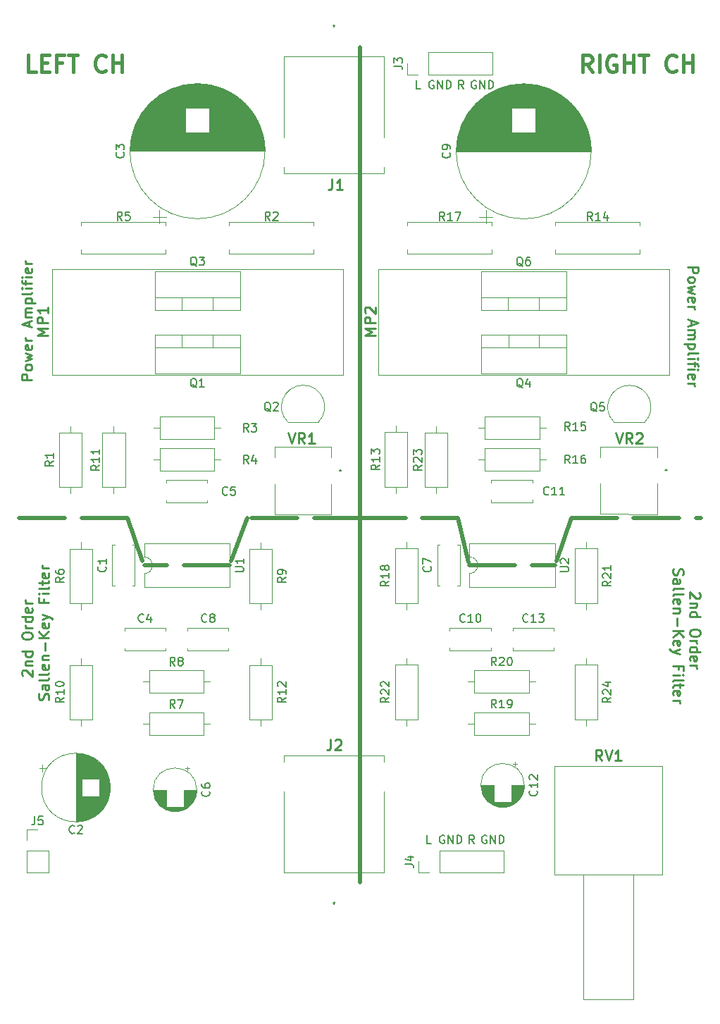
<source format=gto>
G04 #@! TF.GenerationSoftware,KiCad,Pcbnew,7.0.7*
G04 #@! TF.CreationDate,2024-06-09T16:00:22+02:00*
G04 #@! TF.ProjectId,Audio Amplifier,41756469-6f20-4416-9d70-6c6966696572,rev?*
G04 #@! TF.SameCoordinates,Original*
G04 #@! TF.FileFunction,Legend,Top*
G04 #@! TF.FilePolarity,Positive*
%FSLAX46Y46*%
G04 Gerber Fmt 4.6, Leading zero omitted, Abs format (unit mm)*
G04 Created by KiCad (PCBNEW 7.0.7) date 2024-06-09 16:00:22*
%MOMM*%
%LPD*%
G01*
G04 APERTURE LIST*
%ADD10C,0.500000*%
%ADD11C,0.150000*%
%ADD12C,0.250000*%
%ADD13C,0.400000*%
%ADD14C,0.254000*%
%ADD15C,0.120000*%
%ADD16C,0.200000*%
%ADD17C,0.100000*%
%ADD18C,1.600000*%
%ADD19O,1.600000X1.600000*%
%ADD20C,1.200000*%
%ADD21C,2.850000*%
%ADD22O,1.905000X2.000000*%
%ADD23R,1.905000X2.000000*%
%ADD24O,1.700000X1.700000*%
%ADD25R,1.700000X1.700000*%
%ADD26O,2.400000X2.400000*%
%ADD27C,2.400000*%
%ADD28R,1.600000X1.600000*%
%ADD29O,1.050000X1.500000*%
%ADD30R,1.050000X1.500000*%
%ADD31R,2.400000X2.400000*%
%ADD32C,1.650000*%
%ADD33C,4.050000*%
%ADD34C,2.100000*%
G04 APERTURE END LIST*
D10*
X127222500Y-115545255D02*
X121722500Y-115545255D01*
X119722500Y-115545255D02*
X116942500Y-115545255D01*
X142875000Y-109855000D02*
X137375000Y-109855000D01*
X135375000Y-109855000D02*
X129875000Y-109855000D01*
X142875000Y-109855000D02*
X148375000Y-109855000D01*
X150375000Y-109855000D02*
X154622500Y-109855000D01*
X168275000Y-109855000D02*
X173775000Y-109855000D01*
X175775000Y-109855000D02*
X181275000Y-109855000D01*
X183275000Y-109855000D02*
X183896000Y-109855000D01*
X156030000Y-115530000D02*
X161530000Y-115530000D01*
X163530000Y-115530000D02*
X166310000Y-115530000D01*
X168275000Y-109855000D02*
X166475420Y-115052260D01*
X114935000Y-109855000D02*
X109435000Y-109855000D01*
X107435000Y-109855000D02*
X101935000Y-109855000D01*
X114935000Y-109855000D02*
X116764842Y-115041683D01*
X154622500Y-109855000D02*
X155946484Y-115193264D01*
X142875000Y-53340000D02*
X142875000Y-153670000D01*
X129381250Y-109855000D02*
X127430354Y-114997373D01*
D11*
X158086588Y-148015438D02*
X157991350Y-147967819D01*
X157991350Y-147967819D02*
X157848493Y-147967819D01*
X157848493Y-147967819D02*
X157705636Y-148015438D01*
X157705636Y-148015438D02*
X157610398Y-148110676D01*
X157610398Y-148110676D02*
X157562779Y-148205914D01*
X157562779Y-148205914D02*
X157515160Y-148396390D01*
X157515160Y-148396390D02*
X157515160Y-148539247D01*
X157515160Y-148539247D02*
X157562779Y-148729723D01*
X157562779Y-148729723D02*
X157610398Y-148824961D01*
X157610398Y-148824961D02*
X157705636Y-148920200D01*
X157705636Y-148920200D02*
X157848493Y-148967819D01*
X157848493Y-148967819D02*
X157943731Y-148967819D01*
X157943731Y-148967819D02*
X158086588Y-148920200D01*
X158086588Y-148920200D02*
X158134207Y-148872580D01*
X158134207Y-148872580D02*
X158134207Y-148539247D01*
X158134207Y-148539247D02*
X157943731Y-148539247D01*
X158562779Y-148967819D02*
X158562779Y-147967819D01*
X158562779Y-147967819D02*
X159134207Y-148967819D01*
X159134207Y-148967819D02*
X159134207Y-147967819D01*
X159610398Y-148967819D02*
X159610398Y-147967819D01*
X159610398Y-147967819D02*
X159848493Y-147967819D01*
X159848493Y-147967819D02*
X159991350Y-148015438D01*
X159991350Y-148015438D02*
X160086588Y-148110676D01*
X160086588Y-148110676D02*
X160134207Y-148205914D01*
X160134207Y-148205914D02*
X160181826Y-148396390D01*
X160181826Y-148396390D02*
X160181826Y-148539247D01*
X160181826Y-148539247D02*
X160134207Y-148729723D01*
X160134207Y-148729723D02*
X160086588Y-148824961D01*
X160086588Y-148824961D02*
X159991350Y-148920200D01*
X159991350Y-148920200D02*
X159848493Y-148967819D01*
X159848493Y-148967819D02*
X159610398Y-148967819D01*
X156610207Y-148967819D02*
X156276874Y-148491628D01*
X156038779Y-148967819D02*
X156038779Y-147967819D01*
X156038779Y-147967819D02*
X156419731Y-147967819D01*
X156419731Y-147967819D02*
X156514969Y-148015438D01*
X156514969Y-148015438D02*
X156562588Y-148063057D01*
X156562588Y-148063057D02*
X156610207Y-148158295D01*
X156610207Y-148158295D02*
X156610207Y-148301152D01*
X156610207Y-148301152D02*
X156562588Y-148396390D01*
X156562588Y-148396390D02*
X156514969Y-148444009D01*
X156514969Y-148444009D02*
X156419731Y-148491628D01*
X156419731Y-148491628D02*
X156038779Y-148491628D01*
D12*
X102354571Y-128820288D02*
X102295047Y-128760764D01*
X102295047Y-128760764D02*
X102235523Y-128641717D01*
X102235523Y-128641717D02*
X102235523Y-128344098D01*
X102235523Y-128344098D02*
X102295047Y-128225050D01*
X102295047Y-128225050D02*
X102354571Y-128165526D01*
X102354571Y-128165526D02*
X102473619Y-128106003D01*
X102473619Y-128106003D02*
X102592666Y-128106003D01*
X102592666Y-128106003D02*
X102771238Y-128165526D01*
X102771238Y-128165526D02*
X103485523Y-128879812D01*
X103485523Y-128879812D02*
X103485523Y-128106003D01*
X102652190Y-127570288D02*
X103485523Y-127570288D01*
X102771238Y-127570288D02*
X102711714Y-127510765D01*
X102711714Y-127510765D02*
X102652190Y-127391717D01*
X102652190Y-127391717D02*
X102652190Y-127213146D01*
X102652190Y-127213146D02*
X102711714Y-127094098D01*
X102711714Y-127094098D02*
X102830761Y-127034574D01*
X102830761Y-127034574D02*
X103485523Y-127034574D01*
X103485523Y-125903622D02*
X102235523Y-125903622D01*
X103426000Y-125903622D02*
X103485523Y-126022670D01*
X103485523Y-126022670D02*
X103485523Y-126260765D01*
X103485523Y-126260765D02*
X103426000Y-126379813D01*
X103426000Y-126379813D02*
X103366476Y-126439336D01*
X103366476Y-126439336D02*
X103247428Y-126498860D01*
X103247428Y-126498860D02*
X102890285Y-126498860D01*
X102890285Y-126498860D02*
X102771238Y-126439336D01*
X102771238Y-126439336D02*
X102711714Y-126379813D01*
X102711714Y-126379813D02*
X102652190Y-126260765D01*
X102652190Y-126260765D02*
X102652190Y-126022670D01*
X102652190Y-126022670D02*
X102711714Y-125903622D01*
X102235523Y-124117908D02*
X102235523Y-123879813D01*
X102235523Y-123879813D02*
X102295047Y-123760765D01*
X102295047Y-123760765D02*
X102414095Y-123641718D01*
X102414095Y-123641718D02*
X102652190Y-123582194D01*
X102652190Y-123582194D02*
X103068857Y-123582194D01*
X103068857Y-123582194D02*
X103306952Y-123641718D01*
X103306952Y-123641718D02*
X103426000Y-123760765D01*
X103426000Y-123760765D02*
X103485523Y-123879813D01*
X103485523Y-123879813D02*
X103485523Y-124117908D01*
X103485523Y-124117908D02*
X103426000Y-124236956D01*
X103426000Y-124236956D02*
X103306952Y-124356003D01*
X103306952Y-124356003D02*
X103068857Y-124415527D01*
X103068857Y-124415527D02*
X102652190Y-124415527D01*
X102652190Y-124415527D02*
X102414095Y-124356003D01*
X102414095Y-124356003D02*
X102295047Y-124236956D01*
X102295047Y-124236956D02*
X102235523Y-124117908D01*
X103485523Y-123046479D02*
X102652190Y-123046479D01*
X102890285Y-123046479D02*
X102771238Y-122986956D01*
X102771238Y-122986956D02*
X102711714Y-122927432D01*
X102711714Y-122927432D02*
X102652190Y-122808384D01*
X102652190Y-122808384D02*
X102652190Y-122689337D01*
X103485523Y-121736955D02*
X102235523Y-121736955D01*
X103426000Y-121736955D02*
X103485523Y-121856003D01*
X103485523Y-121856003D02*
X103485523Y-122094098D01*
X103485523Y-122094098D02*
X103426000Y-122213146D01*
X103426000Y-122213146D02*
X103366476Y-122272669D01*
X103366476Y-122272669D02*
X103247428Y-122332193D01*
X103247428Y-122332193D02*
X102890285Y-122332193D01*
X102890285Y-122332193D02*
X102771238Y-122272669D01*
X102771238Y-122272669D02*
X102711714Y-122213146D01*
X102711714Y-122213146D02*
X102652190Y-122094098D01*
X102652190Y-122094098D02*
X102652190Y-121856003D01*
X102652190Y-121856003D02*
X102711714Y-121736955D01*
X103426000Y-120665527D02*
X103485523Y-120784575D01*
X103485523Y-120784575D02*
X103485523Y-121022670D01*
X103485523Y-121022670D02*
X103426000Y-121141717D01*
X103426000Y-121141717D02*
X103306952Y-121201241D01*
X103306952Y-121201241D02*
X102830761Y-121201241D01*
X102830761Y-121201241D02*
X102711714Y-121141717D01*
X102711714Y-121141717D02*
X102652190Y-121022670D01*
X102652190Y-121022670D02*
X102652190Y-120784575D01*
X102652190Y-120784575D02*
X102711714Y-120665527D01*
X102711714Y-120665527D02*
X102830761Y-120606003D01*
X102830761Y-120606003D02*
X102949809Y-120606003D01*
X102949809Y-120606003D02*
X103068857Y-121201241D01*
X103485523Y-120070288D02*
X102652190Y-120070288D01*
X102890285Y-120070288D02*
X102771238Y-120010765D01*
X102771238Y-120010765D02*
X102711714Y-119951241D01*
X102711714Y-119951241D02*
X102652190Y-119832193D01*
X102652190Y-119832193D02*
X102652190Y-119713146D01*
X105438500Y-131677431D02*
X105498023Y-131498860D01*
X105498023Y-131498860D02*
X105498023Y-131201241D01*
X105498023Y-131201241D02*
X105438500Y-131082193D01*
X105438500Y-131082193D02*
X105378976Y-131022669D01*
X105378976Y-131022669D02*
X105259928Y-130963146D01*
X105259928Y-130963146D02*
X105140880Y-130963146D01*
X105140880Y-130963146D02*
X105021833Y-131022669D01*
X105021833Y-131022669D02*
X104962309Y-131082193D01*
X104962309Y-131082193D02*
X104902785Y-131201241D01*
X104902785Y-131201241D02*
X104843261Y-131439336D01*
X104843261Y-131439336D02*
X104783738Y-131558384D01*
X104783738Y-131558384D02*
X104724214Y-131617907D01*
X104724214Y-131617907D02*
X104605166Y-131677431D01*
X104605166Y-131677431D02*
X104486119Y-131677431D01*
X104486119Y-131677431D02*
X104367071Y-131617907D01*
X104367071Y-131617907D02*
X104307547Y-131558384D01*
X104307547Y-131558384D02*
X104248023Y-131439336D01*
X104248023Y-131439336D02*
X104248023Y-131141717D01*
X104248023Y-131141717D02*
X104307547Y-130963146D01*
X105498023Y-129891717D02*
X104843261Y-129891717D01*
X104843261Y-129891717D02*
X104724214Y-129951241D01*
X104724214Y-129951241D02*
X104664690Y-130070289D01*
X104664690Y-130070289D02*
X104664690Y-130308384D01*
X104664690Y-130308384D02*
X104724214Y-130427431D01*
X105438500Y-129891717D02*
X105498023Y-130010765D01*
X105498023Y-130010765D02*
X105498023Y-130308384D01*
X105498023Y-130308384D02*
X105438500Y-130427431D01*
X105438500Y-130427431D02*
X105319452Y-130486955D01*
X105319452Y-130486955D02*
X105200404Y-130486955D01*
X105200404Y-130486955D02*
X105081357Y-130427431D01*
X105081357Y-130427431D02*
X105021833Y-130308384D01*
X105021833Y-130308384D02*
X105021833Y-130010765D01*
X105021833Y-130010765D02*
X104962309Y-129891717D01*
X105498023Y-129117908D02*
X105438500Y-129236956D01*
X105438500Y-129236956D02*
X105319452Y-129296479D01*
X105319452Y-129296479D02*
X104248023Y-129296479D01*
X105498023Y-128463146D02*
X105438500Y-128582194D01*
X105438500Y-128582194D02*
X105319452Y-128641717D01*
X105319452Y-128641717D02*
X104248023Y-128641717D01*
X105438500Y-127510765D02*
X105498023Y-127629813D01*
X105498023Y-127629813D02*
X105498023Y-127867908D01*
X105498023Y-127867908D02*
X105438500Y-127986955D01*
X105438500Y-127986955D02*
X105319452Y-128046479D01*
X105319452Y-128046479D02*
X104843261Y-128046479D01*
X104843261Y-128046479D02*
X104724214Y-127986955D01*
X104724214Y-127986955D02*
X104664690Y-127867908D01*
X104664690Y-127867908D02*
X104664690Y-127629813D01*
X104664690Y-127629813D02*
X104724214Y-127510765D01*
X104724214Y-127510765D02*
X104843261Y-127451241D01*
X104843261Y-127451241D02*
X104962309Y-127451241D01*
X104962309Y-127451241D02*
X105081357Y-128046479D01*
X104664690Y-126915526D02*
X105498023Y-126915526D01*
X104783738Y-126915526D02*
X104724214Y-126856003D01*
X104724214Y-126856003D02*
X104664690Y-126736955D01*
X104664690Y-126736955D02*
X104664690Y-126558384D01*
X104664690Y-126558384D02*
X104724214Y-126439336D01*
X104724214Y-126439336D02*
X104843261Y-126379812D01*
X104843261Y-126379812D02*
X105498023Y-126379812D01*
X105021833Y-125784574D02*
X105021833Y-124832194D01*
X105498023Y-124236955D02*
X104248023Y-124236955D01*
X105498023Y-123522670D02*
X104783738Y-124058384D01*
X104248023Y-123522670D02*
X104962309Y-124236955D01*
X105438500Y-122510765D02*
X105498023Y-122629813D01*
X105498023Y-122629813D02*
X105498023Y-122867908D01*
X105498023Y-122867908D02*
X105438500Y-122986955D01*
X105438500Y-122986955D02*
X105319452Y-123046479D01*
X105319452Y-123046479D02*
X104843261Y-123046479D01*
X104843261Y-123046479D02*
X104724214Y-122986955D01*
X104724214Y-122986955D02*
X104664690Y-122867908D01*
X104664690Y-122867908D02*
X104664690Y-122629813D01*
X104664690Y-122629813D02*
X104724214Y-122510765D01*
X104724214Y-122510765D02*
X104843261Y-122451241D01*
X104843261Y-122451241D02*
X104962309Y-122451241D01*
X104962309Y-122451241D02*
X105081357Y-123046479D01*
X104664690Y-122034574D02*
X105498023Y-121736955D01*
X104664690Y-121439336D02*
X105498023Y-121736955D01*
X105498023Y-121736955D02*
X105795642Y-121856003D01*
X105795642Y-121856003D02*
X105855166Y-121915526D01*
X105855166Y-121915526D02*
X105914690Y-122034574D01*
X104843261Y-119594098D02*
X104843261Y-120010764D01*
X105498023Y-120010764D02*
X104248023Y-120010764D01*
X104248023Y-120010764D02*
X104248023Y-119415526D01*
X105498023Y-118939335D02*
X104664690Y-118939335D01*
X104248023Y-118939335D02*
X104307547Y-118998859D01*
X104307547Y-118998859D02*
X104367071Y-118939335D01*
X104367071Y-118939335D02*
X104307547Y-118879812D01*
X104307547Y-118879812D02*
X104248023Y-118939335D01*
X104248023Y-118939335D02*
X104367071Y-118939335D01*
X105498023Y-118165526D02*
X105438500Y-118284574D01*
X105438500Y-118284574D02*
X105319452Y-118344097D01*
X105319452Y-118344097D02*
X104248023Y-118344097D01*
X104664690Y-117867907D02*
X104664690Y-117391716D01*
X104248023Y-117689335D02*
X105319452Y-117689335D01*
X105319452Y-117689335D02*
X105438500Y-117629812D01*
X105438500Y-117629812D02*
X105498023Y-117510764D01*
X105498023Y-117510764D02*
X105498023Y-117391716D01*
X105438500Y-116498859D02*
X105498023Y-116617907D01*
X105498023Y-116617907D02*
X105498023Y-116856002D01*
X105498023Y-116856002D02*
X105438500Y-116975049D01*
X105438500Y-116975049D02*
X105319452Y-117034573D01*
X105319452Y-117034573D02*
X104843261Y-117034573D01*
X104843261Y-117034573D02*
X104724214Y-116975049D01*
X104724214Y-116975049D02*
X104664690Y-116856002D01*
X104664690Y-116856002D02*
X104664690Y-116617907D01*
X104664690Y-116617907D02*
X104724214Y-116498859D01*
X104724214Y-116498859D02*
X104843261Y-116439335D01*
X104843261Y-116439335D02*
X104962309Y-116439335D01*
X104962309Y-116439335D02*
X105081357Y-117034573D01*
X105498023Y-115903620D02*
X104664690Y-115903620D01*
X104902785Y-115903620D02*
X104783738Y-115844097D01*
X104783738Y-115844097D02*
X104724214Y-115784573D01*
X104724214Y-115784573D02*
X104664690Y-115665525D01*
X104664690Y-115665525D02*
X104664690Y-115546478D01*
D11*
X151736588Y-57337438D02*
X151641350Y-57289819D01*
X151641350Y-57289819D02*
X151498493Y-57289819D01*
X151498493Y-57289819D02*
X151355636Y-57337438D01*
X151355636Y-57337438D02*
X151260398Y-57432676D01*
X151260398Y-57432676D02*
X151212779Y-57527914D01*
X151212779Y-57527914D02*
X151165160Y-57718390D01*
X151165160Y-57718390D02*
X151165160Y-57861247D01*
X151165160Y-57861247D02*
X151212779Y-58051723D01*
X151212779Y-58051723D02*
X151260398Y-58146961D01*
X151260398Y-58146961D02*
X151355636Y-58242200D01*
X151355636Y-58242200D02*
X151498493Y-58289819D01*
X151498493Y-58289819D02*
X151593731Y-58289819D01*
X151593731Y-58289819D02*
X151736588Y-58242200D01*
X151736588Y-58242200D02*
X151784207Y-58194580D01*
X151784207Y-58194580D02*
X151784207Y-57861247D01*
X151784207Y-57861247D02*
X151593731Y-57861247D01*
X152212779Y-58289819D02*
X152212779Y-57289819D01*
X152212779Y-57289819D02*
X152784207Y-58289819D01*
X152784207Y-58289819D02*
X152784207Y-57289819D01*
X153260398Y-58289819D02*
X153260398Y-57289819D01*
X153260398Y-57289819D02*
X153498493Y-57289819D01*
X153498493Y-57289819D02*
X153641350Y-57337438D01*
X153641350Y-57337438D02*
X153736588Y-57432676D01*
X153736588Y-57432676D02*
X153784207Y-57527914D01*
X153784207Y-57527914D02*
X153831826Y-57718390D01*
X153831826Y-57718390D02*
X153831826Y-57861247D01*
X153831826Y-57861247D02*
X153784207Y-58051723D01*
X153784207Y-58051723D02*
X153736588Y-58146961D01*
X153736588Y-58146961D02*
X153641350Y-58242200D01*
X153641350Y-58242200D02*
X153498493Y-58289819D01*
X153498493Y-58289819D02*
X153260398Y-58289819D01*
X151434969Y-148967819D02*
X150958779Y-148967819D01*
X150958779Y-148967819D02*
X150958779Y-147967819D01*
X155340207Y-58289819D02*
X155006874Y-57813628D01*
X154768779Y-58289819D02*
X154768779Y-57289819D01*
X154768779Y-57289819D02*
X155149731Y-57289819D01*
X155149731Y-57289819D02*
X155244969Y-57337438D01*
X155244969Y-57337438D02*
X155292588Y-57385057D01*
X155292588Y-57385057D02*
X155340207Y-57480295D01*
X155340207Y-57480295D02*
X155340207Y-57623152D01*
X155340207Y-57623152D02*
X155292588Y-57718390D01*
X155292588Y-57718390D02*
X155244969Y-57766009D01*
X155244969Y-57766009D02*
X155149731Y-57813628D01*
X155149731Y-57813628D02*
X154768779Y-57813628D01*
D13*
X170792204Y-56249438D02*
X170125537Y-55297057D01*
X169649347Y-56249438D02*
X169649347Y-54249438D01*
X169649347Y-54249438D02*
X170411252Y-54249438D01*
X170411252Y-54249438D02*
X170601728Y-54344676D01*
X170601728Y-54344676D02*
X170696966Y-54439914D01*
X170696966Y-54439914D02*
X170792204Y-54630390D01*
X170792204Y-54630390D02*
X170792204Y-54916104D01*
X170792204Y-54916104D02*
X170696966Y-55106580D01*
X170696966Y-55106580D02*
X170601728Y-55201819D01*
X170601728Y-55201819D02*
X170411252Y-55297057D01*
X170411252Y-55297057D02*
X169649347Y-55297057D01*
X171649347Y-56249438D02*
X171649347Y-54249438D01*
X173649347Y-54344676D02*
X173458871Y-54249438D01*
X173458871Y-54249438D02*
X173173157Y-54249438D01*
X173173157Y-54249438D02*
X172887442Y-54344676D01*
X172887442Y-54344676D02*
X172696966Y-54535152D01*
X172696966Y-54535152D02*
X172601728Y-54725628D01*
X172601728Y-54725628D02*
X172506490Y-55106580D01*
X172506490Y-55106580D02*
X172506490Y-55392295D01*
X172506490Y-55392295D02*
X172601728Y-55773247D01*
X172601728Y-55773247D02*
X172696966Y-55963723D01*
X172696966Y-55963723D02*
X172887442Y-56154200D01*
X172887442Y-56154200D02*
X173173157Y-56249438D01*
X173173157Y-56249438D02*
X173363633Y-56249438D01*
X173363633Y-56249438D02*
X173649347Y-56154200D01*
X173649347Y-56154200D02*
X173744585Y-56058961D01*
X173744585Y-56058961D02*
X173744585Y-55392295D01*
X173744585Y-55392295D02*
X173363633Y-55392295D01*
X174601728Y-56249438D02*
X174601728Y-54249438D01*
X174601728Y-55201819D02*
X175744585Y-55201819D01*
X175744585Y-56249438D02*
X175744585Y-54249438D01*
X176411252Y-54249438D02*
X177554109Y-54249438D01*
X176982680Y-56249438D02*
X176982680Y-54249438D01*
X180887443Y-56058961D02*
X180792205Y-56154200D01*
X180792205Y-56154200D02*
X180506491Y-56249438D01*
X180506491Y-56249438D02*
X180316015Y-56249438D01*
X180316015Y-56249438D02*
X180030300Y-56154200D01*
X180030300Y-56154200D02*
X179839824Y-55963723D01*
X179839824Y-55963723D02*
X179744586Y-55773247D01*
X179744586Y-55773247D02*
X179649348Y-55392295D01*
X179649348Y-55392295D02*
X179649348Y-55106580D01*
X179649348Y-55106580D02*
X179744586Y-54725628D01*
X179744586Y-54725628D02*
X179839824Y-54535152D01*
X179839824Y-54535152D02*
X180030300Y-54344676D01*
X180030300Y-54344676D02*
X180316015Y-54249438D01*
X180316015Y-54249438D02*
X180506491Y-54249438D01*
X180506491Y-54249438D02*
X180792205Y-54344676D01*
X180792205Y-54344676D02*
X180887443Y-54439914D01*
X181744586Y-56249438D02*
X181744586Y-54249438D01*
X181744586Y-55201819D02*
X182887443Y-55201819D01*
X182887443Y-56249438D02*
X182887443Y-54249438D01*
D11*
X150164969Y-58289819D02*
X149688779Y-58289819D01*
X149688779Y-58289819D02*
X149688779Y-57289819D01*
X156816588Y-57337438D02*
X156721350Y-57289819D01*
X156721350Y-57289819D02*
X156578493Y-57289819D01*
X156578493Y-57289819D02*
X156435636Y-57337438D01*
X156435636Y-57337438D02*
X156340398Y-57432676D01*
X156340398Y-57432676D02*
X156292779Y-57527914D01*
X156292779Y-57527914D02*
X156245160Y-57718390D01*
X156245160Y-57718390D02*
X156245160Y-57861247D01*
X156245160Y-57861247D02*
X156292779Y-58051723D01*
X156292779Y-58051723D02*
X156340398Y-58146961D01*
X156340398Y-58146961D02*
X156435636Y-58242200D01*
X156435636Y-58242200D02*
X156578493Y-58289819D01*
X156578493Y-58289819D02*
X156673731Y-58289819D01*
X156673731Y-58289819D02*
X156816588Y-58242200D01*
X156816588Y-58242200D02*
X156864207Y-58194580D01*
X156864207Y-58194580D02*
X156864207Y-57861247D01*
X156864207Y-57861247D02*
X156673731Y-57861247D01*
X157292779Y-58289819D02*
X157292779Y-57289819D01*
X157292779Y-57289819D02*
X157864207Y-58289819D01*
X157864207Y-58289819D02*
X157864207Y-57289819D01*
X158340398Y-58289819D02*
X158340398Y-57289819D01*
X158340398Y-57289819D02*
X158578493Y-57289819D01*
X158578493Y-57289819D02*
X158721350Y-57337438D01*
X158721350Y-57337438D02*
X158816588Y-57432676D01*
X158816588Y-57432676D02*
X158864207Y-57527914D01*
X158864207Y-57527914D02*
X158911826Y-57718390D01*
X158911826Y-57718390D02*
X158911826Y-57861247D01*
X158911826Y-57861247D02*
X158864207Y-58051723D01*
X158864207Y-58051723D02*
X158816588Y-58146961D01*
X158816588Y-58146961D02*
X158721350Y-58242200D01*
X158721350Y-58242200D02*
X158578493Y-58289819D01*
X158578493Y-58289819D02*
X158340398Y-58289819D01*
D12*
X182283976Y-79710092D02*
X183533976Y-79710092D01*
X183533976Y-79710092D02*
X183533976Y-80186282D01*
X183533976Y-80186282D02*
X183474452Y-80305330D01*
X183474452Y-80305330D02*
X183414928Y-80364853D01*
X183414928Y-80364853D02*
X183295880Y-80424377D01*
X183295880Y-80424377D02*
X183117309Y-80424377D01*
X183117309Y-80424377D02*
X182998261Y-80364853D01*
X182998261Y-80364853D02*
X182938738Y-80305330D01*
X182938738Y-80305330D02*
X182879214Y-80186282D01*
X182879214Y-80186282D02*
X182879214Y-79710092D01*
X182283976Y-81138663D02*
X182343500Y-81019615D01*
X182343500Y-81019615D02*
X182403023Y-80960092D01*
X182403023Y-80960092D02*
X182522071Y-80900568D01*
X182522071Y-80900568D02*
X182879214Y-80900568D01*
X182879214Y-80900568D02*
X182998261Y-80960092D01*
X182998261Y-80960092D02*
X183057785Y-81019615D01*
X183057785Y-81019615D02*
X183117309Y-81138663D01*
X183117309Y-81138663D02*
X183117309Y-81317234D01*
X183117309Y-81317234D02*
X183057785Y-81436282D01*
X183057785Y-81436282D02*
X182998261Y-81495806D01*
X182998261Y-81495806D02*
X182879214Y-81555330D01*
X182879214Y-81555330D02*
X182522071Y-81555330D01*
X182522071Y-81555330D02*
X182403023Y-81495806D01*
X182403023Y-81495806D02*
X182343500Y-81436282D01*
X182343500Y-81436282D02*
X182283976Y-81317234D01*
X182283976Y-81317234D02*
X182283976Y-81138663D01*
X183117309Y-81971996D02*
X182283976Y-82210091D01*
X182283976Y-82210091D02*
X182879214Y-82448186D01*
X182879214Y-82448186D02*
X182283976Y-82686282D01*
X182283976Y-82686282D02*
X183117309Y-82924377D01*
X182343500Y-83876758D02*
X182283976Y-83757710D01*
X182283976Y-83757710D02*
X182283976Y-83519615D01*
X182283976Y-83519615D02*
X182343500Y-83400568D01*
X182343500Y-83400568D02*
X182462547Y-83341044D01*
X182462547Y-83341044D02*
X182938738Y-83341044D01*
X182938738Y-83341044D02*
X183057785Y-83400568D01*
X183057785Y-83400568D02*
X183117309Y-83519615D01*
X183117309Y-83519615D02*
X183117309Y-83757710D01*
X183117309Y-83757710D02*
X183057785Y-83876758D01*
X183057785Y-83876758D02*
X182938738Y-83936282D01*
X182938738Y-83936282D02*
X182819690Y-83936282D01*
X182819690Y-83936282D02*
X182700642Y-83341044D01*
X182283976Y-84471997D02*
X183117309Y-84471997D01*
X182879214Y-84471997D02*
X182998261Y-84531520D01*
X182998261Y-84531520D02*
X183057785Y-84591044D01*
X183057785Y-84591044D02*
X183117309Y-84710092D01*
X183117309Y-84710092D02*
X183117309Y-84829139D01*
X182641119Y-86138664D02*
X182641119Y-86733902D01*
X182283976Y-86019616D02*
X183533976Y-86436283D01*
X183533976Y-86436283D02*
X182283976Y-86852949D01*
X182283976Y-87269617D02*
X183117309Y-87269617D01*
X182998261Y-87269617D02*
X183057785Y-87329140D01*
X183057785Y-87329140D02*
X183117309Y-87448188D01*
X183117309Y-87448188D02*
X183117309Y-87626759D01*
X183117309Y-87626759D02*
X183057785Y-87745807D01*
X183057785Y-87745807D02*
X182938738Y-87805331D01*
X182938738Y-87805331D02*
X182283976Y-87805331D01*
X182938738Y-87805331D02*
X183057785Y-87864855D01*
X183057785Y-87864855D02*
X183117309Y-87983902D01*
X183117309Y-87983902D02*
X183117309Y-88162474D01*
X183117309Y-88162474D02*
X183057785Y-88281521D01*
X183057785Y-88281521D02*
X182938738Y-88341045D01*
X182938738Y-88341045D02*
X182283976Y-88341045D01*
X183117309Y-88936284D02*
X181867309Y-88936284D01*
X183057785Y-88936284D02*
X183117309Y-89055331D01*
X183117309Y-89055331D02*
X183117309Y-89293426D01*
X183117309Y-89293426D02*
X183057785Y-89412474D01*
X183057785Y-89412474D02*
X182998261Y-89471998D01*
X182998261Y-89471998D02*
X182879214Y-89531522D01*
X182879214Y-89531522D02*
X182522071Y-89531522D01*
X182522071Y-89531522D02*
X182403023Y-89471998D01*
X182403023Y-89471998D02*
X182343500Y-89412474D01*
X182343500Y-89412474D02*
X182283976Y-89293426D01*
X182283976Y-89293426D02*
X182283976Y-89055331D01*
X182283976Y-89055331D02*
X182343500Y-88936284D01*
X182283976Y-90245807D02*
X182343500Y-90126759D01*
X182343500Y-90126759D02*
X182462547Y-90067236D01*
X182462547Y-90067236D02*
X183533976Y-90067236D01*
X182283976Y-90721998D02*
X183117309Y-90721998D01*
X183533976Y-90721998D02*
X183474452Y-90662474D01*
X183474452Y-90662474D02*
X183414928Y-90721998D01*
X183414928Y-90721998D02*
X183474452Y-90781521D01*
X183474452Y-90781521D02*
X183533976Y-90721998D01*
X183533976Y-90721998D02*
X183414928Y-90721998D01*
X183117309Y-91138664D02*
X183117309Y-91614855D01*
X182283976Y-91317236D02*
X183355404Y-91317236D01*
X183355404Y-91317236D02*
X183474452Y-91376759D01*
X183474452Y-91376759D02*
X183533976Y-91495807D01*
X183533976Y-91495807D02*
X183533976Y-91614855D01*
X182283976Y-92031522D02*
X183117309Y-92031522D01*
X183533976Y-92031522D02*
X183474452Y-91971998D01*
X183474452Y-91971998D02*
X183414928Y-92031522D01*
X183414928Y-92031522D02*
X183474452Y-92091045D01*
X183474452Y-92091045D02*
X183533976Y-92031522D01*
X183533976Y-92031522D02*
X183414928Y-92031522D01*
X182343500Y-93102950D02*
X182283976Y-92983902D01*
X182283976Y-92983902D02*
X182283976Y-92745807D01*
X182283976Y-92745807D02*
X182343500Y-92626760D01*
X182343500Y-92626760D02*
X182462547Y-92567236D01*
X182462547Y-92567236D02*
X182938738Y-92567236D01*
X182938738Y-92567236D02*
X183057785Y-92626760D01*
X183057785Y-92626760D02*
X183117309Y-92745807D01*
X183117309Y-92745807D02*
X183117309Y-92983902D01*
X183117309Y-92983902D02*
X183057785Y-93102950D01*
X183057785Y-93102950D02*
X182938738Y-93162474D01*
X182938738Y-93162474D02*
X182819690Y-93162474D01*
X182819690Y-93162474D02*
X182700642Y-92567236D01*
X182283976Y-93698189D02*
X183117309Y-93698189D01*
X182879214Y-93698189D02*
X182998261Y-93757712D01*
X182998261Y-93757712D02*
X183057785Y-93817236D01*
X183057785Y-93817236D02*
X183117309Y-93936284D01*
X183117309Y-93936284D02*
X183117309Y-94055331D01*
D13*
X103926728Y-56249438D02*
X102974347Y-56249438D01*
X102974347Y-56249438D02*
X102974347Y-54249438D01*
X104593395Y-55201819D02*
X105260062Y-55201819D01*
X105545776Y-56249438D02*
X104593395Y-56249438D01*
X104593395Y-56249438D02*
X104593395Y-54249438D01*
X104593395Y-54249438D02*
X105545776Y-54249438D01*
X107069586Y-55201819D02*
X106402919Y-55201819D01*
X106402919Y-56249438D02*
X106402919Y-54249438D01*
X106402919Y-54249438D02*
X107355300Y-54249438D01*
X107831491Y-54249438D02*
X108974348Y-54249438D01*
X108402919Y-56249438D02*
X108402919Y-54249438D01*
X112307682Y-56058961D02*
X112212444Y-56154200D01*
X112212444Y-56154200D02*
X111926730Y-56249438D01*
X111926730Y-56249438D02*
X111736254Y-56249438D01*
X111736254Y-56249438D02*
X111450539Y-56154200D01*
X111450539Y-56154200D02*
X111260063Y-55963723D01*
X111260063Y-55963723D02*
X111164825Y-55773247D01*
X111164825Y-55773247D02*
X111069587Y-55392295D01*
X111069587Y-55392295D02*
X111069587Y-55106580D01*
X111069587Y-55106580D02*
X111164825Y-54725628D01*
X111164825Y-54725628D02*
X111260063Y-54535152D01*
X111260063Y-54535152D02*
X111450539Y-54344676D01*
X111450539Y-54344676D02*
X111736254Y-54249438D01*
X111736254Y-54249438D02*
X111926730Y-54249438D01*
X111926730Y-54249438D02*
X112212444Y-54344676D01*
X112212444Y-54344676D02*
X112307682Y-54439914D01*
X113164825Y-56249438D02*
X113164825Y-54249438D01*
X113164825Y-55201819D02*
X114307682Y-55201819D01*
X114307682Y-56249438D02*
X114307682Y-54249438D01*
D11*
X153006588Y-148015438D02*
X152911350Y-147967819D01*
X152911350Y-147967819D02*
X152768493Y-147967819D01*
X152768493Y-147967819D02*
X152625636Y-148015438D01*
X152625636Y-148015438D02*
X152530398Y-148110676D01*
X152530398Y-148110676D02*
X152482779Y-148205914D01*
X152482779Y-148205914D02*
X152435160Y-148396390D01*
X152435160Y-148396390D02*
X152435160Y-148539247D01*
X152435160Y-148539247D02*
X152482779Y-148729723D01*
X152482779Y-148729723D02*
X152530398Y-148824961D01*
X152530398Y-148824961D02*
X152625636Y-148920200D01*
X152625636Y-148920200D02*
X152768493Y-148967819D01*
X152768493Y-148967819D02*
X152863731Y-148967819D01*
X152863731Y-148967819D02*
X153006588Y-148920200D01*
X153006588Y-148920200D02*
X153054207Y-148872580D01*
X153054207Y-148872580D02*
X153054207Y-148539247D01*
X153054207Y-148539247D02*
X152863731Y-148539247D01*
X153482779Y-148967819D02*
X153482779Y-147967819D01*
X153482779Y-147967819D02*
X154054207Y-148967819D01*
X154054207Y-148967819D02*
X154054207Y-147967819D01*
X154530398Y-148967819D02*
X154530398Y-147967819D01*
X154530398Y-147967819D02*
X154768493Y-147967819D01*
X154768493Y-147967819D02*
X154911350Y-148015438D01*
X154911350Y-148015438D02*
X155006588Y-148110676D01*
X155006588Y-148110676D02*
X155054207Y-148205914D01*
X155054207Y-148205914D02*
X155101826Y-148396390D01*
X155101826Y-148396390D02*
X155101826Y-148539247D01*
X155101826Y-148539247D02*
X155054207Y-148729723D01*
X155054207Y-148729723D02*
X155006588Y-148824961D01*
X155006588Y-148824961D02*
X154911350Y-148920200D01*
X154911350Y-148920200D02*
X154768493Y-148967819D01*
X154768493Y-148967819D02*
X154530398Y-148967819D01*
D12*
X183649428Y-118829711D02*
X183708952Y-118889235D01*
X183708952Y-118889235D02*
X183768476Y-119008282D01*
X183768476Y-119008282D02*
X183768476Y-119305901D01*
X183768476Y-119305901D02*
X183708952Y-119424949D01*
X183708952Y-119424949D02*
X183649428Y-119484473D01*
X183649428Y-119484473D02*
X183530380Y-119543996D01*
X183530380Y-119543996D02*
X183411333Y-119543996D01*
X183411333Y-119543996D02*
X183232761Y-119484473D01*
X183232761Y-119484473D02*
X182518476Y-118770187D01*
X182518476Y-118770187D02*
X182518476Y-119543996D01*
X183351809Y-120079711D02*
X182518476Y-120079711D01*
X183232761Y-120079711D02*
X183292285Y-120139234D01*
X183292285Y-120139234D02*
X183351809Y-120258282D01*
X183351809Y-120258282D02*
X183351809Y-120436853D01*
X183351809Y-120436853D02*
X183292285Y-120555901D01*
X183292285Y-120555901D02*
X183173238Y-120615425D01*
X183173238Y-120615425D02*
X182518476Y-120615425D01*
X182518476Y-121746377D02*
X183768476Y-121746377D01*
X182578000Y-121746377D02*
X182518476Y-121627329D01*
X182518476Y-121627329D02*
X182518476Y-121389234D01*
X182518476Y-121389234D02*
X182578000Y-121270186D01*
X182578000Y-121270186D02*
X182637523Y-121210663D01*
X182637523Y-121210663D02*
X182756571Y-121151139D01*
X182756571Y-121151139D02*
X183113714Y-121151139D01*
X183113714Y-121151139D02*
X183232761Y-121210663D01*
X183232761Y-121210663D02*
X183292285Y-121270186D01*
X183292285Y-121270186D02*
X183351809Y-121389234D01*
X183351809Y-121389234D02*
X183351809Y-121627329D01*
X183351809Y-121627329D02*
X183292285Y-121746377D01*
X183768476Y-123532091D02*
X183768476Y-123770186D01*
X183768476Y-123770186D02*
X183708952Y-123889234D01*
X183708952Y-123889234D02*
X183589904Y-124008281D01*
X183589904Y-124008281D02*
X183351809Y-124067805D01*
X183351809Y-124067805D02*
X182935142Y-124067805D01*
X182935142Y-124067805D02*
X182697047Y-124008281D01*
X182697047Y-124008281D02*
X182578000Y-123889234D01*
X182578000Y-123889234D02*
X182518476Y-123770186D01*
X182518476Y-123770186D02*
X182518476Y-123532091D01*
X182518476Y-123532091D02*
X182578000Y-123413043D01*
X182578000Y-123413043D02*
X182697047Y-123293996D01*
X182697047Y-123293996D02*
X182935142Y-123234472D01*
X182935142Y-123234472D02*
X183351809Y-123234472D01*
X183351809Y-123234472D02*
X183589904Y-123293996D01*
X183589904Y-123293996D02*
X183708952Y-123413043D01*
X183708952Y-123413043D02*
X183768476Y-123532091D01*
X182518476Y-124603520D02*
X183351809Y-124603520D01*
X183113714Y-124603520D02*
X183232761Y-124663043D01*
X183232761Y-124663043D02*
X183292285Y-124722567D01*
X183292285Y-124722567D02*
X183351809Y-124841615D01*
X183351809Y-124841615D02*
X183351809Y-124960662D01*
X182518476Y-125913044D02*
X183768476Y-125913044D01*
X182578000Y-125913044D02*
X182518476Y-125793996D01*
X182518476Y-125793996D02*
X182518476Y-125555901D01*
X182518476Y-125555901D02*
X182578000Y-125436853D01*
X182578000Y-125436853D02*
X182637523Y-125377330D01*
X182637523Y-125377330D02*
X182756571Y-125317806D01*
X182756571Y-125317806D02*
X183113714Y-125317806D01*
X183113714Y-125317806D02*
X183232761Y-125377330D01*
X183232761Y-125377330D02*
X183292285Y-125436853D01*
X183292285Y-125436853D02*
X183351809Y-125555901D01*
X183351809Y-125555901D02*
X183351809Y-125793996D01*
X183351809Y-125793996D02*
X183292285Y-125913044D01*
X182578000Y-126984472D02*
X182518476Y-126865424D01*
X182518476Y-126865424D02*
X182518476Y-126627329D01*
X182518476Y-126627329D02*
X182578000Y-126508282D01*
X182578000Y-126508282D02*
X182697047Y-126448758D01*
X182697047Y-126448758D02*
X183173238Y-126448758D01*
X183173238Y-126448758D02*
X183292285Y-126508282D01*
X183292285Y-126508282D02*
X183351809Y-126627329D01*
X183351809Y-126627329D02*
X183351809Y-126865424D01*
X183351809Y-126865424D02*
X183292285Y-126984472D01*
X183292285Y-126984472D02*
X183173238Y-127043996D01*
X183173238Y-127043996D02*
X183054190Y-127043996D01*
X183054190Y-127043996D02*
X182935142Y-126448758D01*
X182518476Y-127579711D02*
X183351809Y-127579711D01*
X183113714Y-127579711D02*
X183232761Y-127639234D01*
X183232761Y-127639234D02*
X183292285Y-127698758D01*
X183292285Y-127698758D02*
X183351809Y-127817806D01*
X183351809Y-127817806D02*
X183351809Y-127936853D01*
X180565500Y-115972568D02*
X180505976Y-116151139D01*
X180505976Y-116151139D02*
X180505976Y-116448758D01*
X180505976Y-116448758D02*
X180565500Y-116567806D01*
X180565500Y-116567806D02*
X180625023Y-116627330D01*
X180625023Y-116627330D02*
X180744071Y-116686853D01*
X180744071Y-116686853D02*
X180863119Y-116686853D01*
X180863119Y-116686853D02*
X180982166Y-116627330D01*
X180982166Y-116627330D02*
X181041690Y-116567806D01*
X181041690Y-116567806D02*
X181101214Y-116448758D01*
X181101214Y-116448758D02*
X181160738Y-116210663D01*
X181160738Y-116210663D02*
X181220261Y-116091615D01*
X181220261Y-116091615D02*
X181279785Y-116032092D01*
X181279785Y-116032092D02*
X181398833Y-115972568D01*
X181398833Y-115972568D02*
X181517880Y-115972568D01*
X181517880Y-115972568D02*
X181636928Y-116032092D01*
X181636928Y-116032092D02*
X181696452Y-116091615D01*
X181696452Y-116091615D02*
X181755976Y-116210663D01*
X181755976Y-116210663D02*
X181755976Y-116508282D01*
X181755976Y-116508282D02*
X181696452Y-116686853D01*
X180505976Y-117758282D02*
X181160738Y-117758282D01*
X181160738Y-117758282D02*
X181279785Y-117698758D01*
X181279785Y-117698758D02*
X181339309Y-117579710D01*
X181339309Y-117579710D02*
X181339309Y-117341615D01*
X181339309Y-117341615D02*
X181279785Y-117222568D01*
X180565500Y-117758282D02*
X180505976Y-117639234D01*
X180505976Y-117639234D02*
X180505976Y-117341615D01*
X180505976Y-117341615D02*
X180565500Y-117222568D01*
X180565500Y-117222568D02*
X180684547Y-117163044D01*
X180684547Y-117163044D02*
X180803595Y-117163044D01*
X180803595Y-117163044D02*
X180922642Y-117222568D01*
X180922642Y-117222568D02*
X180982166Y-117341615D01*
X180982166Y-117341615D02*
X180982166Y-117639234D01*
X180982166Y-117639234D02*
X181041690Y-117758282D01*
X180505976Y-118532091D02*
X180565500Y-118413043D01*
X180565500Y-118413043D02*
X180684547Y-118353520D01*
X180684547Y-118353520D02*
X181755976Y-118353520D01*
X180505976Y-119186853D02*
X180565500Y-119067805D01*
X180565500Y-119067805D02*
X180684547Y-119008282D01*
X180684547Y-119008282D02*
X181755976Y-119008282D01*
X180565500Y-120139234D02*
X180505976Y-120020186D01*
X180505976Y-120020186D02*
X180505976Y-119782091D01*
X180505976Y-119782091D02*
X180565500Y-119663044D01*
X180565500Y-119663044D02*
X180684547Y-119603520D01*
X180684547Y-119603520D02*
X181160738Y-119603520D01*
X181160738Y-119603520D02*
X181279785Y-119663044D01*
X181279785Y-119663044D02*
X181339309Y-119782091D01*
X181339309Y-119782091D02*
X181339309Y-120020186D01*
X181339309Y-120020186D02*
X181279785Y-120139234D01*
X181279785Y-120139234D02*
X181160738Y-120198758D01*
X181160738Y-120198758D02*
X181041690Y-120198758D01*
X181041690Y-120198758D02*
X180922642Y-119603520D01*
X181339309Y-120734473D02*
X180505976Y-120734473D01*
X181220261Y-120734473D02*
X181279785Y-120793996D01*
X181279785Y-120793996D02*
X181339309Y-120913044D01*
X181339309Y-120913044D02*
X181339309Y-121091615D01*
X181339309Y-121091615D02*
X181279785Y-121210663D01*
X181279785Y-121210663D02*
X181160738Y-121270187D01*
X181160738Y-121270187D02*
X180505976Y-121270187D01*
X180982166Y-121865425D02*
X180982166Y-122817806D01*
X180505976Y-123413044D02*
X181755976Y-123413044D01*
X180505976Y-124127329D02*
X181220261Y-123591615D01*
X181755976Y-124127329D02*
X181041690Y-123413044D01*
X180565500Y-125139234D02*
X180505976Y-125020186D01*
X180505976Y-125020186D02*
X180505976Y-124782091D01*
X180505976Y-124782091D02*
X180565500Y-124663044D01*
X180565500Y-124663044D02*
X180684547Y-124603520D01*
X180684547Y-124603520D02*
X181160738Y-124603520D01*
X181160738Y-124603520D02*
X181279785Y-124663044D01*
X181279785Y-124663044D02*
X181339309Y-124782091D01*
X181339309Y-124782091D02*
X181339309Y-125020186D01*
X181339309Y-125020186D02*
X181279785Y-125139234D01*
X181279785Y-125139234D02*
X181160738Y-125198758D01*
X181160738Y-125198758D02*
X181041690Y-125198758D01*
X181041690Y-125198758D02*
X180922642Y-124603520D01*
X181339309Y-125615425D02*
X180505976Y-125913044D01*
X181339309Y-126210663D02*
X180505976Y-125913044D01*
X180505976Y-125913044D02*
X180208357Y-125793996D01*
X180208357Y-125793996D02*
X180148833Y-125734473D01*
X180148833Y-125734473D02*
X180089309Y-125615425D01*
X181160738Y-128055901D02*
X181160738Y-127639235D01*
X180505976Y-127639235D02*
X181755976Y-127639235D01*
X181755976Y-127639235D02*
X181755976Y-128234473D01*
X180505976Y-128710664D02*
X181339309Y-128710664D01*
X181755976Y-128710664D02*
X181696452Y-128651140D01*
X181696452Y-128651140D02*
X181636928Y-128710664D01*
X181636928Y-128710664D02*
X181696452Y-128770187D01*
X181696452Y-128770187D02*
X181755976Y-128710664D01*
X181755976Y-128710664D02*
X181636928Y-128710664D01*
X180505976Y-129484473D02*
X180565500Y-129365425D01*
X180565500Y-129365425D02*
X180684547Y-129305902D01*
X180684547Y-129305902D02*
X181755976Y-129305902D01*
X181339309Y-129782092D02*
X181339309Y-130258283D01*
X181755976Y-129960664D02*
X180684547Y-129960664D01*
X180684547Y-129960664D02*
X180565500Y-130020187D01*
X180565500Y-130020187D02*
X180505976Y-130139235D01*
X180505976Y-130139235D02*
X180505976Y-130258283D01*
X180565500Y-131151140D02*
X180505976Y-131032092D01*
X180505976Y-131032092D02*
X180505976Y-130793997D01*
X180505976Y-130793997D02*
X180565500Y-130674950D01*
X180565500Y-130674950D02*
X180684547Y-130615426D01*
X180684547Y-130615426D02*
X181160738Y-130615426D01*
X181160738Y-130615426D02*
X181279785Y-130674950D01*
X181279785Y-130674950D02*
X181339309Y-130793997D01*
X181339309Y-130793997D02*
X181339309Y-131032092D01*
X181339309Y-131032092D02*
X181279785Y-131151140D01*
X181279785Y-131151140D02*
X181160738Y-131210664D01*
X181160738Y-131210664D02*
X181041690Y-131210664D01*
X181041690Y-131210664D02*
X180922642Y-130615426D01*
X180505976Y-131746379D02*
X181339309Y-131746379D01*
X181101214Y-131746379D02*
X181220261Y-131805902D01*
X181220261Y-131805902D02*
X181279785Y-131865426D01*
X181279785Y-131865426D02*
X181339309Y-131984474D01*
X181339309Y-131984474D02*
X181339309Y-132103521D01*
X103466023Y-93263907D02*
X102216023Y-93263907D01*
X102216023Y-93263907D02*
X102216023Y-92787717D01*
X102216023Y-92787717D02*
X102275547Y-92668669D01*
X102275547Y-92668669D02*
X102335071Y-92609146D01*
X102335071Y-92609146D02*
X102454119Y-92549622D01*
X102454119Y-92549622D02*
X102632690Y-92549622D01*
X102632690Y-92549622D02*
X102751738Y-92609146D01*
X102751738Y-92609146D02*
X102811261Y-92668669D01*
X102811261Y-92668669D02*
X102870785Y-92787717D01*
X102870785Y-92787717D02*
X102870785Y-93263907D01*
X103466023Y-91835336D02*
X103406500Y-91954384D01*
X103406500Y-91954384D02*
X103346976Y-92013907D01*
X103346976Y-92013907D02*
X103227928Y-92073431D01*
X103227928Y-92073431D02*
X102870785Y-92073431D01*
X102870785Y-92073431D02*
X102751738Y-92013907D01*
X102751738Y-92013907D02*
X102692214Y-91954384D01*
X102692214Y-91954384D02*
X102632690Y-91835336D01*
X102632690Y-91835336D02*
X102632690Y-91656765D01*
X102632690Y-91656765D02*
X102692214Y-91537717D01*
X102692214Y-91537717D02*
X102751738Y-91478193D01*
X102751738Y-91478193D02*
X102870785Y-91418669D01*
X102870785Y-91418669D02*
X103227928Y-91418669D01*
X103227928Y-91418669D02*
X103346976Y-91478193D01*
X103346976Y-91478193D02*
X103406500Y-91537717D01*
X103406500Y-91537717D02*
X103466023Y-91656765D01*
X103466023Y-91656765D02*
X103466023Y-91835336D01*
X102632690Y-91002003D02*
X103466023Y-90763908D01*
X103466023Y-90763908D02*
X102870785Y-90525813D01*
X102870785Y-90525813D02*
X103466023Y-90287717D01*
X103466023Y-90287717D02*
X102632690Y-90049622D01*
X103406500Y-89097241D02*
X103466023Y-89216289D01*
X103466023Y-89216289D02*
X103466023Y-89454384D01*
X103466023Y-89454384D02*
X103406500Y-89573431D01*
X103406500Y-89573431D02*
X103287452Y-89632955D01*
X103287452Y-89632955D02*
X102811261Y-89632955D01*
X102811261Y-89632955D02*
X102692214Y-89573431D01*
X102692214Y-89573431D02*
X102632690Y-89454384D01*
X102632690Y-89454384D02*
X102632690Y-89216289D01*
X102632690Y-89216289D02*
X102692214Y-89097241D01*
X102692214Y-89097241D02*
X102811261Y-89037717D01*
X102811261Y-89037717D02*
X102930309Y-89037717D01*
X102930309Y-89037717D02*
X103049357Y-89632955D01*
X103466023Y-88502002D02*
X102632690Y-88502002D01*
X102870785Y-88502002D02*
X102751738Y-88442479D01*
X102751738Y-88442479D02*
X102692214Y-88382955D01*
X102692214Y-88382955D02*
X102632690Y-88263907D01*
X102632690Y-88263907D02*
X102632690Y-88144860D01*
X103108880Y-86835335D02*
X103108880Y-86240097D01*
X103466023Y-86954383D02*
X102216023Y-86537716D01*
X102216023Y-86537716D02*
X103466023Y-86121050D01*
X103466023Y-85704382D02*
X102632690Y-85704382D01*
X102751738Y-85704382D02*
X102692214Y-85644859D01*
X102692214Y-85644859D02*
X102632690Y-85525811D01*
X102632690Y-85525811D02*
X102632690Y-85347240D01*
X102632690Y-85347240D02*
X102692214Y-85228192D01*
X102692214Y-85228192D02*
X102811261Y-85168668D01*
X102811261Y-85168668D02*
X103466023Y-85168668D01*
X102811261Y-85168668D02*
X102692214Y-85109144D01*
X102692214Y-85109144D02*
X102632690Y-84990097D01*
X102632690Y-84990097D02*
X102632690Y-84811525D01*
X102632690Y-84811525D02*
X102692214Y-84692478D01*
X102692214Y-84692478D02*
X102811261Y-84632954D01*
X102811261Y-84632954D02*
X103466023Y-84632954D01*
X102632690Y-84037715D02*
X103882690Y-84037715D01*
X102692214Y-84037715D02*
X102632690Y-83918668D01*
X102632690Y-83918668D02*
X102632690Y-83680573D01*
X102632690Y-83680573D02*
X102692214Y-83561525D01*
X102692214Y-83561525D02*
X102751738Y-83502001D01*
X102751738Y-83502001D02*
X102870785Y-83442477D01*
X102870785Y-83442477D02*
X103227928Y-83442477D01*
X103227928Y-83442477D02*
X103346976Y-83502001D01*
X103346976Y-83502001D02*
X103406500Y-83561525D01*
X103406500Y-83561525D02*
X103466023Y-83680573D01*
X103466023Y-83680573D02*
X103466023Y-83918668D01*
X103466023Y-83918668D02*
X103406500Y-84037715D01*
X103466023Y-82728192D02*
X103406500Y-82847240D01*
X103406500Y-82847240D02*
X103287452Y-82906763D01*
X103287452Y-82906763D02*
X102216023Y-82906763D01*
X103466023Y-82252001D02*
X102632690Y-82252001D01*
X102216023Y-82252001D02*
X102275547Y-82311525D01*
X102275547Y-82311525D02*
X102335071Y-82252001D01*
X102335071Y-82252001D02*
X102275547Y-82192478D01*
X102275547Y-82192478D02*
X102216023Y-82252001D01*
X102216023Y-82252001D02*
X102335071Y-82252001D01*
X102632690Y-81835335D02*
X102632690Y-81359144D01*
X103466023Y-81656763D02*
X102394595Y-81656763D01*
X102394595Y-81656763D02*
X102275547Y-81597240D01*
X102275547Y-81597240D02*
X102216023Y-81478192D01*
X102216023Y-81478192D02*
X102216023Y-81359144D01*
X103466023Y-80942477D02*
X102632690Y-80942477D01*
X102216023Y-80942477D02*
X102275547Y-81002001D01*
X102275547Y-81002001D02*
X102335071Y-80942477D01*
X102335071Y-80942477D02*
X102275547Y-80882954D01*
X102275547Y-80882954D02*
X102216023Y-80942477D01*
X102216023Y-80942477D02*
X102335071Y-80942477D01*
X103406500Y-79871049D02*
X103466023Y-79990097D01*
X103466023Y-79990097D02*
X103466023Y-80228192D01*
X103466023Y-80228192D02*
X103406500Y-80347239D01*
X103406500Y-80347239D02*
X103287452Y-80406763D01*
X103287452Y-80406763D02*
X102811261Y-80406763D01*
X102811261Y-80406763D02*
X102692214Y-80347239D01*
X102692214Y-80347239D02*
X102632690Y-80228192D01*
X102632690Y-80228192D02*
X102632690Y-79990097D01*
X102632690Y-79990097D02*
X102692214Y-79871049D01*
X102692214Y-79871049D02*
X102811261Y-79811525D01*
X102811261Y-79811525D02*
X102930309Y-79811525D01*
X102930309Y-79811525D02*
X103049357Y-80406763D01*
X103466023Y-79275810D02*
X102632690Y-79275810D01*
X102870785Y-79275810D02*
X102751738Y-79216287D01*
X102751738Y-79216287D02*
X102692214Y-79156763D01*
X102692214Y-79156763D02*
X102632690Y-79037715D01*
X102632690Y-79037715D02*
X102632690Y-78918668D01*
D11*
X150314819Y-103512857D02*
X149838628Y-103846190D01*
X150314819Y-104084285D02*
X149314819Y-104084285D01*
X149314819Y-104084285D02*
X149314819Y-103703333D01*
X149314819Y-103703333D02*
X149362438Y-103608095D01*
X149362438Y-103608095D02*
X149410057Y-103560476D01*
X149410057Y-103560476D02*
X149505295Y-103512857D01*
X149505295Y-103512857D02*
X149648152Y-103512857D01*
X149648152Y-103512857D02*
X149743390Y-103560476D01*
X149743390Y-103560476D02*
X149791009Y-103608095D01*
X149791009Y-103608095D02*
X149838628Y-103703333D01*
X149838628Y-103703333D02*
X149838628Y-104084285D01*
X149410057Y-103131904D02*
X149362438Y-103084285D01*
X149362438Y-103084285D02*
X149314819Y-102989047D01*
X149314819Y-102989047D02*
X149314819Y-102750952D01*
X149314819Y-102750952D02*
X149362438Y-102655714D01*
X149362438Y-102655714D02*
X149410057Y-102608095D01*
X149410057Y-102608095D02*
X149505295Y-102560476D01*
X149505295Y-102560476D02*
X149600533Y-102560476D01*
X149600533Y-102560476D02*
X149743390Y-102608095D01*
X149743390Y-102608095D02*
X150314819Y-103179523D01*
X150314819Y-103179523D02*
X150314819Y-102560476D01*
X149314819Y-102227142D02*
X149314819Y-101608095D01*
X149314819Y-101608095D02*
X149695771Y-101941428D01*
X149695771Y-101941428D02*
X149695771Y-101798571D01*
X149695771Y-101798571D02*
X149743390Y-101703333D01*
X149743390Y-101703333D02*
X149791009Y-101655714D01*
X149791009Y-101655714D02*
X149886247Y-101608095D01*
X149886247Y-101608095D02*
X150124342Y-101608095D01*
X150124342Y-101608095D02*
X150219580Y-101655714D01*
X150219580Y-101655714D02*
X150267200Y-101703333D01*
X150267200Y-101703333D02*
X150314819Y-101798571D01*
X150314819Y-101798571D02*
X150314819Y-102084285D01*
X150314819Y-102084285D02*
X150267200Y-102179523D01*
X150267200Y-102179523D02*
X150219580Y-102227142D01*
X111579819Y-103512857D02*
X111103628Y-103846190D01*
X111579819Y-104084285D02*
X110579819Y-104084285D01*
X110579819Y-104084285D02*
X110579819Y-103703333D01*
X110579819Y-103703333D02*
X110627438Y-103608095D01*
X110627438Y-103608095D02*
X110675057Y-103560476D01*
X110675057Y-103560476D02*
X110770295Y-103512857D01*
X110770295Y-103512857D02*
X110913152Y-103512857D01*
X110913152Y-103512857D02*
X111008390Y-103560476D01*
X111008390Y-103560476D02*
X111056009Y-103608095D01*
X111056009Y-103608095D02*
X111103628Y-103703333D01*
X111103628Y-103703333D02*
X111103628Y-104084285D01*
X111579819Y-102560476D02*
X111579819Y-103131904D01*
X111579819Y-102846190D02*
X110579819Y-102846190D01*
X110579819Y-102846190D02*
X110722676Y-102941428D01*
X110722676Y-102941428D02*
X110817914Y-103036666D01*
X110817914Y-103036666D02*
X110865533Y-103131904D01*
X111579819Y-101608095D02*
X111579819Y-102179523D01*
X111579819Y-101893809D02*
X110579819Y-101893809D01*
X110579819Y-101893809D02*
X110722676Y-101989047D01*
X110722676Y-101989047D02*
X110817914Y-102084285D01*
X110817914Y-102084285D02*
X110865533Y-102179523D01*
D14*
X139356667Y-136464318D02*
X139356667Y-137371461D01*
X139356667Y-137371461D02*
X139296190Y-137552889D01*
X139296190Y-137552889D02*
X139175238Y-137673842D01*
X139175238Y-137673842D02*
X138993809Y-137734318D01*
X138993809Y-137734318D02*
X138872857Y-137734318D01*
X139900952Y-136585270D02*
X139961428Y-136524794D01*
X139961428Y-136524794D02*
X140082381Y-136464318D01*
X140082381Y-136464318D02*
X140384762Y-136464318D01*
X140384762Y-136464318D02*
X140505714Y-136524794D01*
X140505714Y-136524794D02*
X140566190Y-136585270D01*
X140566190Y-136585270D02*
X140626667Y-136706222D01*
X140626667Y-136706222D02*
X140626667Y-136827175D01*
X140626667Y-136827175D02*
X140566190Y-137008603D01*
X140566190Y-137008603D02*
X139840476Y-137734318D01*
X139840476Y-137734318D02*
X140626667Y-137734318D01*
D11*
X123257261Y-79600312D02*
X123162023Y-79552693D01*
X123162023Y-79552693D02*
X123066785Y-79457455D01*
X123066785Y-79457455D02*
X122923928Y-79314597D01*
X122923928Y-79314597D02*
X122828690Y-79266978D01*
X122828690Y-79266978D02*
X122733452Y-79266978D01*
X122781071Y-79505074D02*
X122685833Y-79457455D01*
X122685833Y-79457455D02*
X122590595Y-79362216D01*
X122590595Y-79362216D02*
X122542976Y-79171740D01*
X122542976Y-79171740D02*
X122542976Y-78838407D01*
X122542976Y-78838407D02*
X122590595Y-78647931D01*
X122590595Y-78647931D02*
X122685833Y-78552693D01*
X122685833Y-78552693D02*
X122781071Y-78505074D01*
X122781071Y-78505074D02*
X122971547Y-78505074D01*
X122971547Y-78505074D02*
X123066785Y-78552693D01*
X123066785Y-78552693D02*
X123162023Y-78647931D01*
X123162023Y-78647931D02*
X123209642Y-78838407D01*
X123209642Y-78838407D02*
X123209642Y-79171740D01*
X123209642Y-79171740D02*
X123162023Y-79362216D01*
X123162023Y-79362216D02*
X123066785Y-79457455D01*
X123066785Y-79457455D02*
X122971547Y-79505074D01*
X122971547Y-79505074D02*
X122781071Y-79505074D01*
X123542976Y-78505074D02*
X124162023Y-78505074D01*
X124162023Y-78505074D02*
X123828690Y-78886026D01*
X123828690Y-78886026D02*
X123971547Y-78886026D01*
X123971547Y-78886026D02*
X124066785Y-78933645D01*
X124066785Y-78933645D02*
X124114404Y-78981264D01*
X124114404Y-78981264D02*
X124162023Y-79076502D01*
X124162023Y-79076502D02*
X124162023Y-79314597D01*
X124162023Y-79314597D02*
X124114404Y-79409835D01*
X124114404Y-79409835D02*
X124066785Y-79457455D01*
X124066785Y-79457455D02*
X123971547Y-79505074D01*
X123971547Y-79505074D02*
X123685833Y-79505074D01*
X123685833Y-79505074D02*
X123590595Y-79457455D01*
X123590595Y-79457455D02*
X123542976Y-79409835D01*
X120645833Y-127600074D02*
X120312500Y-127123883D01*
X120074405Y-127600074D02*
X120074405Y-126600074D01*
X120074405Y-126600074D02*
X120455357Y-126600074D01*
X120455357Y-126600074D02*
X120550595Y-126647693D01*
X120550595Y-126647693D02*
X120598214Y-126695312D01*
X120598214Y-126695312D02*
X120645833Y-126790550D01*
X120645833Y-126790550D02*
X120645833Y-126933407D01*
X120645833Y-126933407D02*
X120598214Y-127028645D01*
X120598214Y-127028645D02*
X120550595Y-127076264D01*
X120550595Y-127076264D02*
X120455357Y-127123883D01*
X120455357Y-127123883D02*
X120074405Y-127123883D01*
X121217262Y-127028645D02*
X121122024Y-126981026D01*
X121122024Y-126981026D02*
X121074405Y-126933407D01*
X121074405Y-126933407D02*
X121026786Y-126838169D01*
X121026786Y-126838169D02*
X121026786Y-126790550D01*
X121026786Y-126790550D02*
X121074405Y-126695312D01*
X121074405Y-126695312D02*
X121122024Y-126647693D01*
X121122024Y-126647693D02*
X121217262Y-126600074D01*
X121217262Y-126600074D02*
X121407738Y-126600074D01*
X121407738Y-126600074D02*
X121502976Y-126647693D01*
X121502976Y-126647693D02*
X121550595Y-126695312D01*
X121550595Y-126695312D02*
X121598214Y-126790550D01*
X121598214Y-126790550D02*
X121598214Y-126838169D01*
X121598214Y-126838169D02*
X121550595Y-126933407D01*
X121550595Y-126933407D02*
X121502976Y-126981026D01*
X121502976Y-126981026D02*
X121407738Y-127028645D01*
X121407738Y-127028645D02*
X121217262Y-127028645D01*
X121217262Y-127028645D02*
X121122024Y-127076264D01*
X121122024Y-127076264D02*
X121074405Y-127123883D01*
X121074405Y-127123883D02*
X121026786Y-127219121D01*
X121026786Y-127219121D02*
X121026786Y-127409597D01*
X121026786Y-127409597D02*
X121074405Y-127504835D01*
X121074405Y-127504835D02*
X121122024Y-127552455D01*
X121122024Y-127552455D02*
X121217262Y-127600074D01*
X121217262Y-127600074D02*
X121407738Y-127600074D01*
X121407738Y-127600074D02*
X121502976Y-127552455D01*
X121502976Y-127552455D02*
X121550595Y-127504835D01*
X121550595Y-127504835D02*
X121598214Y-127409597D01*
X121598214Y-127409597D02*
X121598214Y-127219121D01*
X121598214Y-127219121D02*
X121550595Y-127123883D01*
X121550595Y-127123883D02*
X121502976Y-127076264D01*
X121502976Y-127076264D02*
X121407738Y-127028645D01*
X146984819Y-55578333D02*
X147699104Y-55578333D01*
X147699104Y-55578333D02*
X147841961Y-55625952D01*
X147841961Y-55625952D02*
X147937200Y-55721190D01*
X147937200Y-55721190D02*
X147984819Y-55864047D01*
X147984819Y-55864047D02*
X147984819Y-55959285D01*
X146984819Y-55197380D02*
X146984819Y-54578333D01*
X146984819Y-54578333D02*
X147365771Y-54911666D01*
X147365771Y-54911666D02*
X147365771Y-54768809D01*
X147365771Y-54768809D02*
X147413390Y-54673571D01*
X147413390Y-54673571D02*
X147461009Y-54625952D01*
X147461009Y-54625952D02*
X147556247Y-54578333D01*
X147556247Y-54578333D02*
X147794342Y-54578333D01*
X147794342Y-54578333D02*
X147889580Y-54625952D01*
X147889580Y-54625952D02*
X147937200Y-54673571D01*
X147937200Y-54673571D02*
X147984819Y-54768809D01*
X147984819Y-54768809D02*
X147984819Y-55054523D01*
X147984819Y-55054523D02*
X147937200Y-55149761D01*
X147937200Y-55149761D02*
X147889580Y-55197380D01*
D14*
X139530667Y-69154318D02*
X139530667Y-70061461D01*
X139530667Y-70061461D02*
X139470190Y-70242889D01*
X139470190Y-70242889D02*
X139349238Y-70363842D01*
X139349238Y-70363842D02*
X139167809Y-70424318D01*
X139167809Y-70424318D02*
X139046857Y-70424318D01*
X140800667Y-70424318D02*
X140074952Y-70424318D01*
X140437809Y-70424318D02*
X140437809Y-69154318D01*
X140437809Y-69154318D02*
X140316857Y-69335746D01*
X140316857Y-69335746D02*
X140195905Y-69456699D01*
X140195905Y-69456699D02*
X140074952Y-69517175D01*
D11*
X146384819Y-117442857D02*
X145908628Y-117776190D01*
X146384819Y-118014285D02*
X145384819Y-118014285D01*
X145384819Y-118014285D02*
X145384819Y-117633333D01*
X145384819Y-117633333D02*
X145432438Y-117538095D01*
X145432438Y-117538095D02*
X145480057Y-117490476D01*
X145480057Y-117490476D02*
X145575295Y-117442857D01*
X145575295Y-117442857D02*
X145718152Y-117442857D01*
X145718152Y-117442857D02*
X145813390Y-117490476D01*
X145813390Y-117490476D02*
X145861009Y-117538095D01*
X145861009Y-117538095D02*
X145908628Y-117633333D01*
X145908628Y-117633333D02*
X145908628Y-118014285D01*
X146384819Y-116490476D02*
X146384819Y-117061904D01*
X146384819Y-116776190D02*
X145384819Y-116776190D01*
X145384819Y-116776190D02*
X145527676Y-116871428D01*
X145527676Y-116871428D02*
X145622914Y-116966666D01*
X145622914Y-116966666D02*
X145670533Y-117061904D01*
X145813390Y-115919047D02*
X145765771Y-116014285D01*
X145765771Y-116014285D02*
X145718152Y-116061904D01*
X145718152Y-116061904D02*
X145622914Y-116109523D01*
X145622914Y-116109523D02*
X145575295Y-116109523D01*
X145575295Y-116109523D02*
X145480057Y-116061904D01*
X145480057Y-116061904D02*
X145432438Y-116014285D01*
X145432438Y-116014285D02*
X145384819Y-115919047D01*
X145384819Y-115919047D02*
X145384819Y-115728571D01*
X145384819Y-115728571D02*
X145432438Y-115633333D01*
X145432438Y-115633333D02*
X145480057Y-115585714D01*
X145480057Y-115585714D02*
X145575295Y-115538095D01*
X145575295Y-115538095D02*
X145622914Y-115538095D01*
X145622914Y-115538095D02*
X145718152Y-115585714D01*
X145718152Y-115585714D02*
X145765771Y-115633333D01*
X145765771Y-115633333D02*
X145813390Y-115728571D01*
X145813390Y-115728571D02*
X145813390Y-115919047D01*
X145813390Y-115919047D02*
X145861009Y-116014285D01*
X145861009Y-116014285D02*
X145908628Y-116061904D01*
X145908628Y-116061904D02*
X146003866Y-116109523D01*
X146003866Y-116109523D02*
X146194342Y-116109523D01*
X146194342Y-116109523D02*
X146289580Y-116061904D01*
X146289580Y-116061904D02*
X146337200Y-116014285D01*
X146337200Y-116014285D02*
X146384819Y-115919047D01*
X146384819Y-115919047D02*
X146384819Y-115728571D01*
X146384819Y-115728571D02*
X146337200Y-115633333D01*
X146337200Y-115633333D02*
X146289580Y-115585714D01*
X146289580Y-115585714D02*
X146194342Y-115538095D01*
X146194342Y-115538095D02*
X146003866Y-115538095D01*
X146003866Y-115538095D02*
X145908628Y-115585714D01*
X145908628Y-115585714D02*
X145861009Y-115633333D01*
X145861009Y-115633333D02*
X145813390Y-115728571D01*
X168107142Y-103284819D02*
X167773809Y-102808628D01*
X167535714Y-103284819D02*
X167535714Y-102284819D01*
X167535714Y-102284819D02*
X167916666Y-102284819D01*
X167916666Y-102284819D02*
X168011904Y-102332438D01*
X168011904Y-102332438D02*
X168059523Y-102380057D01*
X168059523Y-102380057D02*
X168107142Y-102475295D01*
X168107142Y-102475295D02*
X168107142Y-102618152D01*
X168107142Y-102618152D02*
X168059523Y-102713390D01*
X168059523Y-102713390D02*
X168011904Y-102761009D01*
X168011904Y-102761009D02*
X167916666Y-102808628D01*
X167916666Y-102808628D02*
X167535714Y-102808628D01*
X169059523Y-103284819D02*
X168488095Y-103284819D01*
X168773809Y-103284819D02*
X168773809Y-102284819D01*
X168773809Y-102284819D02*
X168678571Y-102427676D01*
X168678571Y-102427676D02*
X168583333Y-102522914D01*
X168583333Y-102522914D02*
X168488095Y-102570533D01*
X169916666Y-102284819D02*
X169726190Y-102284819D01*
X169726190Y-102284819D02*
X169630952Y-102332438D01*
X169630952Y-102332438D02*
X169583333Y-102380057D01*
X169583333Y-102380057D02*
X169488095Y-102522914D01*
X169488095Y-102522914D02*
X169440476Y-102713390D01*
X169440476Y-102713390D02*
X169440476Y-103094342D01*
X169440476Y-103094342D02*
X169488095Y-103189580D01*
X169488095Y-103189580D02*
X169535714Y-103237200D01*
X169535714Y-103237200D02*
X169630952Y-103284819D01*
X169630952Y-103284819D02*
X169821428Y-103284819D01*
X169821428Y-103284819D02*
X169916666Y-103237200D01*
X169916666Y-103237200D02*
X169964285Y-103189580D01*
X169964285Y-103189580D02*
X170011904Y-103094342D01*
X170011904Y-103094342D02*
X170011904Y-102856247D01*
X170011904Y-102856247D02*
X169964285Y-102761009D01*
X169964285Y-102761009D02*
X169916666Y-102713390D01*
X169916666Y-102713390D02*
X169821428Y-102665771D01*
X169821428Y-102665771D02*
X169630952Y-102665771D01*
X169630952Y-102665771D02*
X169535714Y-102713390D01*
X169535714Y-102713390D02*
X169488095Y-102761009D01*
X169488095Y-102761009D02*
X169440476Y-102856247D01*
X133967319Y-116991921D02*
X133491128Y-117325254D01*
X133967319Y-117563349D02*
X132967319Y-117563349D01*
X132967319Y-117563349D02*
X132967319Y-117182397D01*
X132967319Y-117182397D02*
X133014938Y-117087159D01*
X133014938Y-117087159D02*
X133062557Y-117039540D01*
X133062557Y-117039540D02*
X133157795Y-116991921D01*
X133157795Y-116991921D02*
X133300652Y-116991921D01*
X133300652Y-116991921D02*
X133395890Y-117039540D01*
X133395890Y-117039540D02*
X133443509Y-117087159D01*
X133443509Y-117087159D02*
X133491128Y-117182397D01*
X133491128Y-117182397D02*
X133491128Y-117563349D01*
X133967319Y-116515730D02*
X133967319Y-116325254D01*
X133967319Y-116325254D02*
X133919700Y-116230016D01*
X133919700Y-116230016D02*
X133872080Y-116182397D01*
X133872080Y-116182397D02*
X133729223Y-116087159D01*
X133729223Y-116087159D02*
X133538747Y-116039540D01*
X133538747Y-116039540D02*
X133157795Y-116039540D01*
X133157795Y-116039540D02*
X133062557Y-116087159D01*
X133062557Y-116087159D02*
X133014938Y-116134778D01*
X133014938Y-116134778D02*
X132967319Y-116230016D01*
X132967319Y-116230016D02*
X132967319Y-116420492D01*
X132967319Y-116420492D02*
X133014938Y-116515730D01*
X133014938Y-116515730D02*
X133062557Y-116563349D01*
X133062557Y-116563349D02*
X133157795Y-116610968D01*
X133157795Y-116610968D02*
X133395890Y-116610968D01*
X133395890Y-116610968D02*
X133491128Y-116563349D01*
X133491128Y-116563349D02*
X133538747Y-116515730D01*
X133538747Y-116515730D02*
X133586366Y-116420492D01*
X133586366Y-116420492D02*
X133586366Y-116230016D01*
X133586366Y-116230016D02*
X133538747Y-116134778D01*
X133538747Y-116134778D02*
X133491128Y-116087159D01*
X133491128Y-116087159D02*
X133395890Y-116039540D01*
X123257261Y-94190312D02*
X123162023Y-94142693D01*
X123162023Y-94142693D02*
X123066785Y-94047455D01*
X123066785Y-94047455D02*
X122923928Y-93904597D01*
X122923928Y-93904597D02*
X122828690Y-93856978D01*
X122828690Y-93856978D02*
X122733452Y-93856978D01*
X122781071Y-94095074D02*
X122685833Y-94047455D01*
X122685833Y-94047455D02*
X122590595Y-93952216D01*
X122590595Y-93952216D02*
X122542976Y-93761740D01*
X122542976Y-93761740D02*
X122542976Y-93428407D01*
X122542976Y-93428407D02*
X122590595Y-93237931D01*
X122590595Y-93237931D02*
X122685833Y-93142693D01*
X122685833Y-93142693D02*
X122781071Y-93095074D01*
X122781071Y-93095074D02*
X122971547Y-93095074D01*
X122971547Y-93095074D02*
X123066785Y-93142693D01*
X123066785Y-93142693D02*
X123162023Y-93237931D01*
X123162023Y-93237931D02*
X123209642Y-93428407D01*
X123209642Y-93428407D02*
X123209642Y-93761740D01*
X123209642Y-93761740D02*
X123162023Y-93952216D01*
X123162023Y-93952216D02*
X123066785Y-94047455D01*
X123066785Y-94047455D02*
X122971547Y-94095074D01*
X122971547Y-94095074D02*
X122781071Y-94095074D01*
X124162023Y-94095074D02*
X123590595Y-94095074D01*
X123876309Y-94095074D02*
X123876309Y-93095074D01*
X123876309Y-93095074D02*
X123781071Y-93237931D01*
X123781071Y-93237931D02*
X123685833Y-93333169D01*
X123685833Y-93333169D02*
X123590595Y-93380788D01*
X170807142Y-74114819D02*
X170473809Y-73638628D01*
X170235714Y-74114819D02*
X170235714Y-73114819D01*
X170235714Y-73114819D02*
X170616666Y-73114819D01*
X170616666Y-73114819D02*
X170711904Y-73162438D01*
X170711904Y-73162438D02*
X170759523Y-73210057D01*
X170759523Y-73210057D02*
X170807142Y-73305295D01*
X170807142Y-73305295D02*
X170807142Y-73448152D01*
X170807142Y-73448152D02*
X170759523Y-73543390D01*
X170759523Y-73543390D02*
X170711904Y-73591009D01*
X170711904Y-73591009D02*
X170616666Y-73638628D01*
X170616666Y-73638628D02*
X170235714Y-73638628D01*
X171759523Y-74114819D02*
X171188095Y-74114819D01*
X171473809Y-74114819D02*
X171473809Y-73114819D01*
X171473809Y-73114819D02*
X171378571Y-73257676D01*
X171378571Y-73257676D02*
X171283333Y-73352914D01*
X171283333Y-73352914D02*
X171188095Y-73400533D01*
X172616666Y-73448152D02*
X172616666Y-74114819D01*
X172378571Y-73067200D02*
X172140476Y-73781485D01*
X172140476Y-73781485D02*
X172759523Y-73781485D01*
X148334819Y-151463333D02*
X149049104Y-151463333D01*
X149049104Y-151463333D02*
X149191961Y-151510952D01*
X149191961Y-151510952D02*
X149287200Y-151606190D01*
X149287200Y-151606190D02*
X149334819Y-151749047D01*
X149334819Y-151749047D02*
X149334819Y-151844285D01*
X148668152Y-150558571D02*
X149334819Y-150558571D01*
X148287200Y-150796666D02*
X149001485Y-151034761D01*
X149001485Y-151034761D02*
X149001485Y-150415714D01*
X133967319Y-131428112D02*
X133491128Y-131761445D01*
X133967319Y-131999540D02*
X132967319Y-131999540D01*
X132967319Y-131999540D02*
X132967319Y-131618588D01*
X132967319Y-131618588D02*
X133014938Y-131523350D01*
X133014938Y-131523350D02*
X133062557Y-131475731D01*
X133062557Y-131475731D02*
X133157795Y-131428112D01*
X133157795Y-131428112D02*
X133300652Y-131428112D01*
X133300652Y-131428112D02*
X133395890Y-131475731D01*
X133395890Y-131475731D02*
X133443509Y-131523350D01*
X133443509Y-131523350D02*
X133491128Y-131618588D01*
X133491128Y-131618588D02*
X133491128Y-131999540D01*
X133967319Y-130475731D02*
X133967319Y-131047159D01*
X133967319Y-130761445D02*
X132967319Y-130761445D01*
X132967319Y-130761445D02*
X133110176Y-130856683D01*
X133110176Y-130856683D02*
X133205414Y-130951921D01*
X133205414Y-130951921D02*
X133253033Y-131047159D01*
X133062557Y-130094778D02*
X133014938Y-130047159D01*
X133014938Y-130047159D02*
X132967319Y-129951921D01*
X132967319Y-129951921D02*
X132967319Y-129713826D01*
X132967319Y-129713826D02*
X133014938Y-129618588D01*
X133014938Y-129618588D02*
X133062557Y-129570969D01*
X133062557Y-129570969D02*
X133157795Y-129523350D01*
X133157795Y-129523350D02*
X133253033Y-129523350D01*
X133253033Y-129523350D02*
X133395890Y-129570969D01*
X133395890Y-129570969D02*
X133967319Y-130142397D01*
X133967319Y-130142397D02*
X133967319Y-129523350D01*
X132075833Y-74100074D02*
X131742500Y-73623883D01*
X131504405Y-74100074D02*
X131504405Y-73100074D01*
X131504405Y-73100074D02*
X131885357Y-73100074D01*
X131885357Y-73100074D02*
X131980595Y-73147693D01*
X131980595Y-73147693D02*
X132028214Y-73195312D01*
X132028214Y-73195312D02*
X132075833Y-73290550D01*
X132075833Y-73290550D02*
X132075833Y-73433407D01*
X132075833Y-73433407D02*
X132028214Y-73528645D01*
X132028214Y-73528645D02*
X131980595Y-73576264D01*
X131980595Y-73576264D02*
X131885357Y-73623883D01*
X131885357Y-73623883D02*
X131504405Y-73623883D01*
X132456786Y-73195312D02*
X132504405Y-73147693D01*
X132504405Y-73147693D02*
X132599643Y-73100074D01*
X132599643Y-73100074D02*
X132837738Y-73100074D01*
X132837738Y-73100074D02*
X132932976Y-73147693D01*
X132932976Y-73147693D02*
X132980595Y-73195312D01*
X132980595Y-73195312D02*
X133028214Y-73290550D01*
X133028214Y-73290550D02*
X133028214Y-73385788D01*
X133028214Y-73385788D02*
X132980595Y-73528645D01*
X132980595Y-73528645D02*
X132409167Y-74100074D01*
X132409167Y-74100074D02*
X133028214Y-74100074D01*
X126955833Y-107014835D02*
X126908214Y-107062455D01*
X126908214Y-107062455D02*
X126765357Y-107110074D01*
X126765357Y-107110074D02*
X126670119Y-107110074D01*
X126670119Y-107110074D02*
X126527262Y-107062455D01*
X126527262Y-107062455D02*
X126432024Y-106967216D01*
X126432024Y-106967216D02*
X126384405Y-106871978D01*
X126384405Y-106871978D02*
X126336786Y-106681502D01*
X126336786Y-106681502D02*
X126336786Y-106538645D01*
X126336786Y-106538645D02*
X126384405Y-106348169D01*
X126384405Y-106348169D02*
X126432024Y-106252931D01*
X126432024Y-106252931D02*
X126527262Y-106157693D01*
X126527262Y-106157693D02*
X126670119Y-106110074D01*
X126670119Y-106110074D02*
X126765357Y-106110074D01*
X126765357Y-106110074D02*
X126908214Y-106157693D01*
X126908214Y-106157693D02*
X126955833Y-106205312D01*
X127860595Y-106110074D02*
X127384405Y-106110074D01*
X127384405Y-106110074D02*
X127336786Y-106586264D01*
X127336786Y-106586264D02*
X127384405Y-106538645D01*
X127384405Y-106538645D02*
X127479643Y-106491026D01*
X127479643Y-106491026D02*
X127717738Y-106491026D01*
X127717738Y-106491026D02*
X127812976Y-106538645D01*
X127812976Y-106538645D02*
X127860595Y-106586264D01*
X127860595Y-106586264D02*
X127908214Y-106681502D01*
X127908214Y-106681502D02*
X127908214Y-106919597D01*
X127908214Y-106919597D02*
X127860595Y-107014835D01*
X127860595Y-107014835D02*
X127812976Y-107062455D01*
X127812976Y-107062455D02*
X127717738Y-107110074D01*
X127717738Y-107110074D02*
X127479643Y-107110074D01*
X127479643Y-107110074D02*
X127384405Y-107062455D01*
X127384405Y-107062455D02*
X127336786Y-107014835D01*
X173054819Y-131412857D02*
X172578628Y-131746190D01*
X173054819Y-131984285D02*
X172054819Y-131984285D01*
X172054819Y-131984285D02*
X172054819Y-131603333D01*
X172054819Y-131603333D02*
X172102438Y-131508095D01*
X172102438Y-131508095D02*
X172150057Y-131460476D01*
X172150057Y-131460476D02*
X172245295Y-131412857D01*
X172245295Y-131412857D02*
X172388152Y-131412857D01*
X172388152Y-131412857D02*
X172483390Y-131460476D01*
X172483390Y-131460476D02*
X172531009Y-131508095D01*
X172531009Y-131508095D02*
X172578628Y-131603333D01*
X172578628Y-131603333D02*
X172578628Y-131984285D01*
X172150057Y-131031904D02*
X172102438Y-130984285D01*
X172102438Y-130984285D02*
X172054819Y-130889047D01*
X172054819Y-130889047D02*
X172054819Y-130650952D01*
X172054819Y-130650952D02*
X172102438Y-130555714D01*
X172102438Y-130555714D02*
X172150057Y-130508095D01*
X172150057Y-130508095D02*
X172245295Y-130460476D01*
X172245295Y-130460476D02*
X172340533Y-130460476D01*
X172340533Y-130460476D02*
X172483390Y-130508095D01*
X172483390Y-130508095D02*
X173054819Y-131079523D01*
X173054819Y-131079523D02*
X173054819Y-130460476D01*
X172388152Y-129603333D02*
X173054819Y-129603333D01*
X172007200Y-129841428D02*
X172721485Y-130079523D01*
X172721485Y-130079523D02*
X172721485Y-129460476D01*
X159257142Y-127584819D02*
X158923809Y-127108628D01*
X158685714Y-127584819D02*
X158685714Y-126584819D01*
X158685714Y-126584819D02*
X159066666Y-126584819D01*
X159066666Y-126584819D02*
X159161904Y-126632438D01*
X159161904Y-126632438D02*
X159209523Y-126680057D01*
X159209523Y-126680057D02*
X159257142Y-126775295D01*
X159257142Y-126775295D02*
X159257142Y-126918152D01*
X159257142Y-126918152D02*
X159209523Y-127013390D01*
X159209523Y-127013390D02*
X159161904Y-127061009D01*
X159161904Y-127061009D02*
X159066666Y-127108628D01*
X159066666Y-127108628D02*
X158685714Y-127108628D01*
X159638095Y-126680057D02*
X159685714Y-126632438D01*
X159685714Y-126632438D02*
X159780952Y-126584819D01*
X159780952Y-126584819D02*
X160019047Y-126584819D01*
X160019047Y-126584819D02*
X160114285Y-126632438D01*
X160114285Y-126632438D02*
X160161904Y-126680057D01*
X160161904Y-126680057D02*
X160209523Y-126775295D01*
X160209523Y-126775295D02*
X160209523Y-126870533D01*
X160209523Y-126870533D02*
X160161904Y-127013390D01*
X160161904Y-127013390D02*
X159590476Y-127584819D01*
X159590476Y-127584819D02*
X160209523Y-127584819D01*
X160828571Y-126584819D02*
X160923809Y-126584819D01*
X160923809Y-126584819D02*
X161019047Y-126632438D01*
X161019047Y-126632438D02*
X161066666Y-126680057D01*
X161066666Y-126680057D02*
X161114285Y-126775295D01*
X161114285Y-126775295D02*
X161161904Y-126965771D01*
X161161904Y-126965771D02*
X161161904Y-127203866D01*
X161161904Y-127203866D02*
X161114285Y-127394342D01*
X161114285Y-127394342D02*
X161066666Y-127489580D01*
X161066666Y-127489580D02*
X161019047Y-127537200D01*
X161019047Y-127537200D02*
X160923809Y-127584819D01*
X160923809Y-127584819D02*
X160828571Y-127584819D01*
X160828571Y-127584819D02*
X160733333Y-127537200D01*
X160733333Y-127537200D02*
X160685714Y-127489580D01*
X160685714Y-127489580D02*
X160638095Y-127394342D01*
X160638095Y-127394342D02*
X160590476Y-127203866D01*
X160590476Y-127203866D02*
X160590476Y-126965771D01*
X160590476Y-126965771D02*
X160638095Y-126775295D01*
X160638095Y-126775295D02*
X160685714Y-126680057D01*
X160685714Y-126680057D02*
X160733333Y-126632438D01*
X160733333Y-126632438D02*
X160828571Y-126584819D01*
X166974819Y-116291904D02*
X167784342Y-116291904D01*
X167784342Y-116291904D02*
X167879580Y-116244285D01*
X167879580Y-116244285D02*
X167927200Y-116196666D01*
X167927200Y-116196666D02*
X167974819Y-116101428D01*
X167974819Y-116101428D02*
X167974819Y-115910952D01*
X167974819Y-115910952D02*
X167927200Y-115815714D01*
X167927200Y-115815714D02*
X167879580Y-115768095D01*
X167879580Y-115768095D02*
X167784342Y-115720476D01*
X167784342Y-115720476D02*
X166974819Y-115720476D01*
X167070057Y-115291904D02*
X167022438Y-115244285D01*
X167022438Y-115244285D02*
X166974819Y-115149047D01*
X166974819Y-115149047D02*
X166974819Y-114910952D01*
X166974819Y-114910952D02*
X167022438Y-114815714D01*
X167022438Y-114815714D02*
X167070057Y-114768095D01*
X167070057Y-114768095D02*
X167165295Y-114720476D01*
X167165295Y-114720476D02*
X167260533Y-114720476D01*
X167260533Y-114720476D02*
X167403390Y-114768095D01*
X167403390Y-114768095D02*
X167974819Y-115339523D01*
X167974819Y-115339523D02*
X167974819Y-114720476D01*
X107297319Y-131428112D02*
X106821128Y-131761445D01*
X107297319Y-131999540D02*
X106297319Y-131999540D01*
X106297319Y-131999540D02*
X106297319Y-131618588D01*
X106297319Y-131618588D02*
X106344938Y-131523350D01*
X106344938Y-131523350D02*
X106392557Y-131475731D01*
X106392557Y-131475731D02*
X106487795Y-131428112D01*
X106487795Y-131428112D02*
X106630652Y-131428112D01*
X106630652Y-131428112D02*
X106725890Y-131475731D01*
X106725890Y-131475731D02*
X106773509Y-131523350D01*
X106773509Y-131523350D02*
X106821128Y-131618588D01*
X106821128Y-131618588D02*
X106821128Y-131999540D01*
X107297319Y-130475731D02*
X107297319Y-131047159D01*
X107297319Y-130761445D02*
X106297319Y-130761445D01*
X106297319Y-130761445D02*
X106440176Y-130856683D01*
X106440176Y-130856683D02*
X106535414Y-130951921D01*
X106535414Y-130951921D02*
X106583033Y-131047159D01*
X106297319Y-129856683D02*
X106297319Y-129761445D01*
X106297319Y-129761445D02*
X106344938Y-129666207D01*
X106344938Y-129666207D02*
X106392557Y-129618588D01*
X106392557Y-129618588D02*
X106487795Y-129570969D01*
X106487795Y-129570969D02*
X106678271Y-129523350D01*
X106678271Y-129523350D02*
X106916366Y-129523350D01*
X106916366Y-129523350D02*
X107106842Y-129570969D01*
X107106842Y-129570969D02*
X107202080Y-129618588D01*
X107202080Y-129618588D02*
X107249700Y-129666207D01*
X107249700Y-129666207D02*
X107297319Y-129761445D01*
X107297319Y-129761445D02*
X107297319Y-129856683D01*
X107297319Y-129856683D02*
X107249700Y-129951921D01*
X107249700Y-129951921D02*
X107202080Y-129999540D01*
X107202080Y-129999540D02*
X107106842Y-130047159D01*
X107106842Y-130047159D02*
X106916366Y-130094778D01*
X106916366Y-130094778D02*
X106678271Y-130094778D01*
X106678271Y-130094778D02*
X106487795Y-130047159D01*
X106487795Y-130047159D02*
X106392557Y-129999540D01*
X106392557Y-129999540D02*
X106344938Y-129951921D01*
X106344938Y-129951921D02*
X106297319Y-129856683D01*
X124759580Y-142676666D02*
X124807200Y-142724285D01*
X124807200Y-142724285D02*
X124854819Y-142867142D01*
X124854819Y-142867142D02*
X124854819Y-142962380D01*
X124854819Y-142962380D02*
X124807200Y-143105237D01*
X124807200Y-143105237D02*
X124711961Y-143200475D01*
X124711961Y-143200475D02*
X124616723Y-143248094D01*
X124616723Y-143248094D02*
X124426247Y-143295713D01*
X124426247Y-143295713D02*
X124283390Y-143295713D01*
X124283390Y-143295713D02*
X124092914Y-143248094D01*
X124092914Y-143248094D02*
X123997676Y-143200475D01*
X123997676Y-143200475D02*
X123902438Y-143105237D01*
X123902438Y-143105237D02*
X123854819Y-142962380D01*
X123854819Y-142962380D02*
X123854819Y-142867142D01*
X123854819Y-142867142D02*
X123902438Y-142724285D01*
X123902438Y-142724285D02*
X123950057Y-142676666D01*
X123854819Y-141819523D02*
X123854819Y-142009999D01*
X123854819Y-142009999D02*
X123902438Y-142105237D01*
X123902438Y-142105237D02*
X123950057Y-142152856D01*
X123950057Y-142152856D02*
X124092914Y-142248094D01*
X124092914Y-142248094D02*
X124283390Y-142295713D01*
X124283390Y-142295713D02*
X124664342Y-142295713D01*
X124664342Y-142295713D02*
X124759580Y-142248094D01*
X124759580Y-142248094D02*
X124807200Y-142200475D01*
X124807200Y-142200475D02*
X124854819Y-142105237D01*
X124854819Y-142105237D02*
X124854819Y-141914761D01*
X124854819Y-141914761D02*
X124807200Y-141819523D01*
X124807200Y-141819523D02*
X124759580Y-141771904D01*
X124759580Y-141771904D02*
X124664342Y-141724285D01*
X124664342Y-141724285D02*
X124426247Y-141724285D01*
X124426247Y-141724285D02*
X124331009Y-141771904D01*
X124331009Y-141771904D02*
X124283390Y-141819523D01*
X124283390Y-141819523D02*
X124235771Y-141914761D01*
X124235771Y-141914761D02*
X124235771Y-142105237D01*
X124235771Y-142105237D02*
X124283390Y-142200475D01*
X124283390Y-142200475D02*
X124331009Y-142248094D01*
X124331009Y-142248094D02*
X124426247Y-142295713D01*
X173054819Y-117452857D02*
X172578628Y-117786190D01*
X173054819Y-118024285D02*
X172054819Y-118024285D01*
X172054819Y-118024285D02*
X172054819Y-117643333D01*
X172054819Y-117643333D02*
X172102438Y-117548095D01*
X172102438Y-117548095D02*
X172150057Y-117500476D01*
X172150057Y-117500476D02*
X172245295Y-117452857D01*
X172245295Y-117452857D02*
X172388152Y-117452857D01*
X172388152Y-117452857D02*
X172483390Y-117500476D01*
X172483390Y-117500476D02*
X172531009Y-117548095D01*
X172531009Y-117548095D02*
X172578628Y-117643333D01*
X172578628Y-117643333D02*
X172578628Y-118024285D01*
X172150057Y-117071904D02*
X172102438Y-117024285D01*
X172102438Y-117024285D02*
X172054819Y-116929047D01*
X172054819Y-116929047D02*
X172054819Y-116690952D01*
X172054819Y-116690952D02*
X172102438Y-116595714D01*
X172102438Y-116595714D02*
X172150057Y-116548095D01*
X172150057Y-116548095D02*
X172245295Y-116500476D01*
X172245295Y-116500476D02*
X172340533Y-116500476D01*
X172340533Y-116500476D02*
X172483390Y-116548095D01*
X172483390Y-116548095D02*
X173054819Y-117119523D01*
X173054819Y-117119523D02*
X173054819Y-116500476D01*
X173054819Y-115548095D02*
X173054819Y-116119523D01*
X173054819Y-115833809D02*
X172054819Y-115833809D01*
X172054819Y-115833809D02*
X172197676Y-115929047D01*
X172197676Y-115929047D02*
X172292914Y-116024285D01*
X172292914Y-116024285D02*
X172340533Y-116119523D01*
X129495833Y-99490074D02*
X129162500Y-99013883D01*
X128924405Y-99490074D02*
X128924405Y-98490074D01*
X128924405Y-98490074D02*
X129305357Y-98490074D01*
X129305357Y-98490074D02*
X129400595Y-98537693D01*
X129400595Y-98537693D02*
X129448214Y-98585312D01*
X129448214Y-98585312D02*
X129495833Y-98680550D01*
X129495833Y-98680550D02*
X129495833Y-98823407D01*
X129495833Y-98823407D02*
X129448214Y-98918645D01*
X129448214Y-98918645D02*
X129400595Y-98966264D01*
X129400595Y-98966264D02*
X129305357Y-99013883D01*
X129305357Y-99013883D02*
X128924405Y-99013883D01*
X129829167Y-98490074D02*
X130448214Y-98490074D01*
X130448214Y-98490074D02*
X130114881Y-98871026D01*
X130114881Y-98871026D02*
X130257738Y-98871026D01*
X130257738Y-98871026D02*
X130352976Y-98918645D01*
X130352976Y-98918645D02*
X130400595Y-98966264D01*
X130400595Y-98966264D02*
X130448214Y-99061502D01*
X130448214Y-99061502D02*
X130448214Y-99299597D01*
X130448214Y-99299597D02*
X130400595Y-99394835D01*
X130400595Y-99394835D02*
X130352976Y-99442455D01*
X130352976Y-99442455D02*
X130257738Y-99490074D01*
X130257738Y-99490074D02*
X129972024Y-99490074D01*
X129972024Y-99490074D02*
X129876786Y-99442455D01*
X129876786Y-99442455D02*
X129829167Y-99394835D01*
X168107142Y-99337574D02*
X167773809Y-98861383D01*
X167535714Y-99337574D02*
X167535714Y-98337574D01*
X167535714Y-98337574D02*
X167916666Y-98337574D01*
X167916666Y-98337574D02*
X168011904Y-98385193D01*
X168011904Y-98385193D02*
X168059523Y-98432812D01*
X168059523Y-98432812D02*
X168107142Y-98528050D01*
X168107142Y-98528050D02*
X168107142Y-98670907D01*
X168107142Y-98670907D02*
X168059523Y-98766145D01*
X168059523Y-98766145D02*
X168011904Y-98813764D01*
X168011904Y-98813764D02*
X167916666Y-98861383D01*
X167916666Y-98861383D02*
X167535714Y-98861383D01*
X169059523Y-99337574D02*
X168488095Y-99337574D01*
X168773809Y-99337574D02*
X168773809Y-98337574D01*
X168773809Y-98337574D02*
X168678571Y-98480431D01*
X168678571Y-98480431D02*
X168583333Y-98575669D01*
X168583333Y-98575669D02*
X168488095Y-98623288D01*
X169964285Y-98337574D02*
X169488095Y-98337574D01*
X169488095Y-98337574D02*
X169440476Y-98813764D01*
X169440476Y-98813764D02*
X169488095Y-98766145D01*
X169488095Y-98766145D02*
X169583333Y-98718526D01*
X169583333Y-98718526D02*
X169821428Y-98718526D01*
X169821428Y-98718526D02*
X169916666Y-98766145D01*
X169916666Y-98766145D02*
X169964285Y-98813764D01*
X169964285Y-98813764D02*
X170011904Y-98909002D01*
X170011904Y-98909002D02*
X170011904Y-99147097D01*
X170011904Y-99147097D02*
X169964285Y-99242335D01*
X169964285Y-99242335D02*
X169916666Y-99289955D01*
X169916666Y-99289955D02*
X169821428Y-99337574D01*
X169821428Y-99337574D02*
X169583333Y-99337574D01*
X169583333Y-99337574D02*
X169488095Y-99289955D01*
X169488095Y-99289955D02*
X169440476Y-99242335D01*
X127887319Y-116307159D02*
X128696842Y-116307159D01*
X128696842Y-116307159D02*
X128792080Y-116259540D01*
X128792080Y-116259540D02*
X128839700Y-116211921D01*
X128839700Y-116211921D02*
X128887319Y-116116683D01*
X128887319Y-116116683D02*
X128887319Y-115926207D01*
X128887319Y-115926207D02*
X128839700Y-115830969D01*
X128839700Y-115830969D02*
X128792080Y-115783350D01*
X128792080Y-115783350D02*
X128696842Y-115735731D01*
X128696842Y-115735731D02*
X127887319Y-115735731D01*
X128887319Y-114735731D02*
X128887319Y-115307159D01*
X128887319Y-115021445D02*
X127887319Y-115021445D01*
X127887319Y-115021445D02*
X128030176Y-115116683D01*
X128030176Y-115116683D02*
X128125414Y-115211921D01*
X128125414Y-115211921D02*
X128173033Y-115307159D01*
X163067142Y-122279580D02*
X163019523Y-122327200D01*
X163019523Y-122327200D02*
X162876666Y-122374819D01*
X162876666Y-122374819D02*
X162781428Y-122374819D01*
X162781428Y-122374819D02*
X162638571Y-122327200D01*
X162638571Y-122327200D02*
X162543333Y-122231961D01*
X162543333Y-122231961D02*
X162495714Y-122136723D01*
X162495714Y-122136723D02*
X162448095Y-121946247D01*
X162448095Y-121946247D02*
X162448095Y-121803390D01*
X162448095Y-121803390D02*
X162495714Y-121612914D01*
X162495714Y-121612914D02*
X162543333Y-121517676D01*
X162543333Y-121517676D02*
X162638571Y-121422438D01*
X162638571Y-121422438D02*
X162781428Y-121374819D01*
X162781428Y-121374819D02*
X162876666Y-121374819D01*
X162876666Y-121374819D02*
X163019523Y-121422438D01*
X163019523Y-121422438D02*
X163067142Y-121470057D01*
X164019523Y-122374819D02*
X163448095Y-122374819D01*
X163733809Y-122374819D02*
X163733809Y-121374819D01*
X163733809Y-121374819D02*
X163638571Y-121517676D01*
X163638571Y-121517676D02*
X163543333Y-121612914D01*
X163543333Y-121612914D02*
X163448095Y-121660533D01*
X164352857Y-121374819D02*
X164971904Y-121374819D01*
X164971904Y-121374819D02*
X164638571Y-121755771D01*
X164638571Y-121755771D02*
X164781428Y-121755771D01*
X164781428Y-121755771D02*
X164876666Y-121803390D01*
X164876666Y-121803390D02*
X164924285Y-121851009D01*
X164924285Y-121851009D02*
X164971904Y-121946247D01*
X164971904Y-121946247D02*
X164971904Y-122184342D01*
X164971904Y-122184342D02*
X164924285Y-122279580D01*
X164924285Y-122279580D02*
X164876666Y-122327200D01*
X164876666Y-122327200D02*
X164781428Y-122374819D01*
X164781428Y-122374819D02*
X164495714Y-122374819D01*
X164495714Y-122374819D02*
X164400476Y-122327200D01*
X164400476Y-122327200D02*
X164352857Y-122279580D01*
X132147261Y-97055312D02*
X132052023Y-97007693D01*
X132052023Y-97007693D02*
X131956785Y-96912455D01*
X131956785Y-96912455D02*
X131813928Y-96769597D01*
X131813928Y-96769597D02*
X131718690Y-96721978D01*
X131718690Y-96721978D02*
X131623452Y-96721978D01*
X131671071Y-96960074D02*
X131575833Y-96912455D01*
X131575833Y-96912455D02*
X131480595Y-96817216D01*
X131480595Y-96817216D02*
X131432976Y-96626740D01*
X131432976Y-96626740D02*
X131432976Y-96293407D01*
X131432976Y-96293407D02*
X131480595Y-96102931D01*
X131480595Y-96102931D02*
X131575833Y-96007693D01*
X131575833Y-96007693D02*
X131671071Y-95960074D01*
X131671071Y-95960074D02*
X131861547Y-95960074D01*
X131861547Y-95960074D02*
X131956785Y-96007693D01*
X131956785Y-96007693D02*
X132052023Y-96102931D01*
X132052023Y-96102931D02*
X132099642Y-96293407D01*
X132099642Y-96293407D02*
X132099642Y-96626740D01*
X132099642Y-96626740D02*
X132052023Y-96817216D01*
X132052023Y-96817216D02*
X131956785Y-96912455D01*
X131956785Y-96912455D02*
X131861547Y-96960074D01*
X131861547Y-96960074D02*
X131671071Y-96960074D01*
X132480595Y-96055312D02*
X132528214Y-96007693D01*
X132528214Y-96007693D02*
X132623452Y-95960074D01*
X132623452Y-95960074D02*
X132861547Y-95960074D01*
X132861547Y-95960074D02*
X132956785Y-96007693D01*
X132956785Y-96007693D02*
X133004404Y-96055312D01*
X133004404Y-96055312D02*
X133052023Y-96150550D01*
X133052023Y-96150550D02*
X133052023Y-96245788D01*
X133052023Y-96245788D02*
X133004404Y-96388645D01*
X133004404Y-96388645D02*
X132432976Y-96960074D01*
X132432976Y-96960074D02*
X133052023Y-96960074D01*
X153669580Y-65969421D02*
X153717200Y-66017040D01*
X153717200Y-66017040D02*
X153764819Y-66159897D01*
X153764819Y-66159897D02*
X153764819Y-66255135D01*
X153764819Y-66255135D02*
X153717200Y-66397992D01*
X153717200Y-66397992D02*
X153621961Y-66493230D01*
X153621961Y-66493230D02*
X153526723Y-66540849D01*
X153526723Y-66540849D02*
X153336247Y-66588468D01*
X153336247Y-66588468D02*
X153193390Y-66588468D01*
X153193390Y-66588468D02*
X153002914Y-66540849D01*
X153002914Y-66540849D02*
X152907676Y-66493230D01*
X152907676Y-66493230D02*
X152812438Y-66397992D01*
X152812438Y-66397992D02*
X152764819Y-66255135D01*
X152764819Y-66255135D02*
X152764819Y-66159897D01*
X152764819Y-66159897D02*
X152812438Y-66017040D01*
X152812438Y-66017040D02*
X152860057Y-65969421D01*
X153764819Y-65493230D02*
X153764819Y-65302754D01*
X153764819Y-65302754D02*
X153717200Y-65207516D01*
X153717200Y-65207516D02*
X153669580Y-65159897D01*
X153669580Y-65159897D02*
X153526723Y-65064659D01*
X153526723Y-65064659D02*
X153336247Y-65017040D01*
X153336247Y-65017040D02*
X152955295Y-65017040D01*
X152955295Y-65017040D02*
X152860057Y-65064659D01*
X152860057Y-65064659D02*
X152812438Y-65112278D01*
X152812438Y-65112278D02*
X152764819Y-65207516D01*
X152764819Y-65207516D02*
X152764819Y-65397992D01*
X152764819Y-65397992D02*
X152812438Y-65493230D01*
X152812438Y-65493230D02*
X152860057Y-65540849D01*
X152860057Y-65540849D02*
X152955295Y-65588468D01*
X152955295Y-65588468D02*
X153193390Y-65588468D01*
X153193390Y-65588468D02*
X153288628Y-65540849D01*
X153288628Y-65540849D02*
X153336247Y-65493230D01*
X153336247Y-65493230D02*
X153383866Y-65397992D01*
X153383866Y-65397992D02*
X153383866Y-65207516D01*
X153383866Y-65207516D02*
X153336247Y-65112278D01*
X153336247Y-65112278D02*
X153288628Y-65064659D01*
X153288628Y-65064659D02*
X153193390Y-65017040D01*
X124455833Y-122294835D02*
X124408214Y-122342455D01*
X124408214Y-122342455D02*
X124265357Y-122390074D01*
X124265357Y-122390074D02*
X124170119Y-122390074D01*
X124170119Y-122390074D02*
X124027262Y-122342455D01*
X124027262Y-122342455D02*
X123932024Y-122247216D01*
X123932024Y-122247216D02*
X123884405Y-122151978D01*
X123884405Y-122151978D02*
X123836786Y-121961502D01*
X123836786Y-121961502D02*
X123836786Y-121818645D01*
X123836786Y-121818645D02*
X123884405Y-121628169D01*
X123884405Y-121628169D02*
X123932024Y-121532931D01*
X123932024Y-121532931D02*
X124027262Y-121437693D01*
X124027262Y-121437693D02*
X124170119Y-121390074D01*
X124170119Y-121390074D02*
X124265357Y-121390074D01*
X124265357Y-121390074D02*
X124408214Y-121437693D01*
X124408214Y-121437693D02*
X124455833Y-121485312D01*
X125027262Y-121818645D02*
X124932024Y-121771026D01*
X124932024Y-121771026D02*
X124884405Y-121723407D01*
X124884405Y-121723407D02*
X124836786Y-121628169D01*
X124836786Y-121628169D02*
X124836786Y-121580550D01*
X124836786Y-121580550D02*
X124884405Y-121485312D01*
X124884405Y-121485312D02*
X124932024Y-121437693D01*
X124932024Y-121437693D02*
X125027262Y-121390074D01*
X125027262Y-121390074D02*
X125217738Y-121390074D01*
X125217738Y-121390074D02*
X125312976Y-121437693D01*
X125312976Y-121437693D02*
X125360595Y-121485312D01*
X125360595Y-121485312D02*
X125408214Y-121580550D01*
X125408214Y-121580550D02*
X125408214Y-121628169D01*
X125408214Y-121628169D02*
X125360595Y-121723407D01*
X125360595Y-121723407D02*
X125312976Y-121771026D01*
X125312976Y-121771026D02*
X125217738Y-121818645D01*
X125217738Y-121818645D02*
X125027262Y-121818645D01*
X125027262Y-121818645D02*
X124932024Y-121866264D01*
X124932024Y-121866264D02*
X124884405Y-121913883D01*
X124884405Y-121913883D02*
X124836786Y-122009121D01*
X124836786Y-122009121D02*
X124836786Y-122199597D01*
X124836786Y-122199597D02*
X124884405Y-122294835D01*
X124884405Y-122294835D02*
X124932024Y-122342455D01*
X124932024Y-122342455D02*
X125027262Y-122390074D01*
X125027262Y-122390074D02*
X125217738Y-122390074D01*
X125217738Y-122390074D02*
X125312976Y-122342455D01*
X125312976Y-122342455D02*
X125360595Y-122294835D01*
X125360595Y-122294835D02*
X125408214Y-122199597D01*
X125408214Y-122199597D02*
X125408214Y-122009121D01*
X125408214Y-122009121D02*
X125360595Y-121913883D01*
X125360595Y-121913883D02*
X125312976Y-121866264D01*
X125312976Y-121866264D02*
X125217738Y-121818645D01*
X151369580Y-115696666D02*
X151417200Y-115744285D01*
X151417200Y-115744285D02*
X151464819Y-115887142D01*
X151464819Y-115887142D02*
X151464819Y-115982380D01*
X151464819Y-115982380D02*
X151417200Y-116125237D01*
X151417200Y-116125237D02*
X151321961Y-116220475D01*
X151321961Y-116220475D02*
X151226723Y-116268094D01*
X151226723Y-116268094D02*
X151036247Y-116315713D01*
X151036247Y-116315713D02*
X150893390Y-116315713D01*
X150893390Y-116315713D02*
X150702914Y-116268094D01*
X150702914Y-116268094D02*
X150607676Y-116220475D01*
X150607676Y-116220475D02*
X150512438Y-116125237D01*
X150512438Y-116125237D02*
X150464819Y-115982380D01*
X150464819Y-115982380D02*
X150464819Y-115887142D01*
X150464819Y-115887142D02*
X150512438Y-115744285D01*
X150512438Y-115744285D02*
X150560057Y-115696666D01*
X150464819Y-115363332D02*
X150464819Y-114696666D01*
X150464819Y-114696666D02*
X151464819Y-115125237D01*
X114462080Y-65954676D02*
X114509700Y-66002295D01*
X114509700Y-66002295D02*
X114557319Y-66145152D01*
X114557319Y-66145152D02*
X114557319Y-66240390D01*
X114557319Y-66240390D02*
X114509700Y-66383247D01*
X114509700Y-66383247D02*
X114414461Y-66478485D01*
X114414461Y-66478485D02*
X114319223Y-66526104D01*
X114319223Y-66526104D02*
X114128747Y-66573723D01*
X114128747Y-66573723D02*
X113985890Y-66573723D01*
X113985890Y-66573723D02*
X113795414Y-66526104D01*
X113795414Y-66526104D02*
X113700176Y-66478485D01*
X113700176Y-66478485D02*
X113604938Y-66383247D01*
X113604938Y-66383247D02*
X113557319Y-66240390D01*
X113557319Y-66240390D02*
X113557319Y-66145152D01*
X113557319Y-66145152D02*
X113604938Y-66002295D01*
X113604938Y-66002295D02*
X113652557Y-65954676D01*
X113557319Y-65621342D02*
X113557319Y-65002295D01*
X113557319Y-65002295D02*
X113938271Y-65335628D01*
X113938271Y-65335628D02*
X113938271Y-65192771D01*
X113938271Y-65192771D02*
X113985890Y-65097533D01*
X113985890Y-65097533D02*
X114033509Y-65049914D01*
X114033509Y-65049914D02*
X114128747Y-65002295D01*
X114128747Y-65002295D02*
X114366842Y-65002295D01*
X114366842Y-65002295D02*
X114462080Y-65049914D01*
X114462080Y-65049914D02*
X114509700Y-65097533D01*
X114509700Y-65097533D02*
X114557319Y-65192771D01*
X114557319Y-65192771D02*
X114557319Y-65478485D01*
X114557319Y-65478485D02*
X114509700Y-65573723D01*
X114509700Y-65573723D02*
X114462080Y-65621342D01*
D14*
X173596905Y-99634318D02*
X174020238Y-100904318D01*
X174020238Y-100904318D02*
X174443572Y-99634318D01*
X175592619Y-100904318D02*
X175169285Y-100299556D01*
X174866904Y-100904318D02*
X174866904Y-99634318D01*
X174866904Y-99634318D02*
X175350714Y-99634318D01*
X175350714Y-99634318D02*
X175471666Y-99694794D01*
X175471666Y-99694794D02*
X175532143Y-99755270D01*
X175532143Y-99755270D02*
X175592619Y-99876222D01*
X175592619Y-99876222D02*
X175592619Y-100057651D01*
X175592619Y-100057651D02*
X175532143Y-100178603D01*
X175532143Y-100178603D02*
X175471666Y-100239080D01*
X175471666Y-100239080D02*
X175350714Y-100299556D01*
X175350714Y-100299556D02*
X174866904Y-100299556D01*
X176076428Y-99755270D02*
X176136904Y-99694794D01*
X176136904Y-99694794D02*
X176257857Y-99634318D01*
X176257857Y-99634318D02*
X176560238Y-99634318D01*
X176560238Y-99634318D02*
X176681190Y-99694794D01*
X176681190Y-99694794D02*
X176741666Y-99755270D01*
X176741666Y-99755270D02*
X176802143Y-99876222D01*
X176802143Y-99876222D02*
X176802143Y-99997175D01*
X176802143Y-99997175D02*
X176741666Y-100178603D01*
X176741666Y-100178603D02*
X176015952Y-100904318D01*
X176015952Y-100904318D02*
X176802143Y-100904318D01*
D11*
X116875833Y-122294835D02*
X116828214Y-122342455D01*
X116828214Y-122342455D02*
X116685357Y-122390074D01*
X116685357Y-122390074D02*
X116590119Y-122390074D01*
X116590119Y-122390074D02*
X116447262Y-122342455D01*
X116447262Y-122342455D02*
X116352024Y-122247216D01*
X116352024Y-122247216D02*
X116304405Y-122151978D01*
X116304405Y-122151978D02*
X116256786Y-121961502D01*
X116256786Y-121961502D02*
X116256786Y-121818645D01*
X116256786Y-121818645D02*
X116304405Y-121628169D01*
X116304405Y-121628169D02*
X116352024Y-121532931D01*
X116352024Y-121532931D02*
X116447262Y-121437693D01*
X116447262Y-121437693D02*
X116590119Y-121390074D01*
X116590119Y-121390074D02*
X116685357Y-121390074D01*
X116685357Y-121390074D02*
X116828214Y-121437693D01*
X116828214Y-121437693D02*
X116875833Y-121485312D01*
X117732976Y-121723407D02*
X117732976Y-122390074D01*
X117494881Y-121342455D02*
X117256786Y-122056740D01*
X117256786Y-122056740D02*
X117875833Y-122056740D01*
X145234819Y-103482857D02*
X144758628Y-103816190D01*
X145234819Y-104054285D02*
X144234819Y-104054285D01*
X144234819Y-104054285D02*
X144234819Y-103673333D01*
X144234819Y-103673333D02*
X144282438Y-103578095D01*
X144282438Y-103578095D02*
X144330057Y-103530476D01*
X144330057Y-103530476D02*
X144425295Y-103482857D01*
X144425295Y-103482857D02*
X144568152Y-103482857D01*
X144568152Y-103482857D02*
X144663390Y-103530476D01*
X144663390Y-103530476D02*
X144711009Y-103578095D01*
X144711009Y-103578095D02*
X144758628Y-103673333D01*
X144758628Y-103673333D02*
X144758628Y-104054285D01*
X145234819Y-102530476D02*
X145234819Y-103101904D01*
X145234819Y-102816190D02*
X144234819Y-102816190D01*
X144234819Y-102816190D02*
X144377676Y-102911428D01*
X144377676Y-102911428D02*
X144472914Y-103006666D01*
X144472914Y-103006666D02*
X144520533Y-103101904D01*
X144234819Y-102197142D02*
X144234819Y-101578095D01*
X144234819Y-101578095D02*
X144615771Y-101911428D01*
X144615771Y-101911428D02*
X144615771Y-101768571D01*
X144615771Y-101768571D02*
X144663390Y-101673333D01*
X144663390Y-101673333D02*
X144711009Y-101625714D01*
X144711009Y-101625714D02*
X144806247Y-101578095D01*
X144806247Y-101578095D02*
X145044342Y-101578095D01*
X145044342Y-101578095D02*
X145139580Y-101625714D01*
X145139580Y-101625714D02*
X145187200Y-101673333D01*
X145187200Y-101673333D02*
X145234819Y-101768571D01*
X145234819Y-101768571D02*
X145234819Y-102054285D01*
X145234819Y-102054285D02*
X145187200Y-102149523D01*
X145187200Y-102149523D02*
X145139580Y-102197142D01*
X153027142Y-74114819D02*
X152693809Y-73638628D01*
X152455714Y-74114819D02*
X152455714Y-73114819D01*
X152455714Y-73114819D02*
X152836666Y-73114819D01*
X152836666Y-73114819D02*
X152931904Y-73162438D01*
X152931904Y-73162438D02*
X152979523Y-73210057D01*
X152979523Y-73210057D02*
X153027142Y-73305295D01*
X153027142Y-73305295D02*
X153027142Y-73448152D01*
X153027142Y-73448152D02*
X152979523Y-73543390D01*
X152979523Y-73543390D02*
X152931904Y-73591009D01*
X152931904Y-73591009D02*
X152836666Y-73638628D01*
X152836666Y-73638628D02*
X152455714Y-73638628D01*
X153979523Y-74114819D02*
X153408095Y-74114819D01*
X153693809Y-74114819D02*
X153693809Y-73114819D01*
X153693809Y-73114819D02*
X153598571Y-73257676D01*
X153598571Y-73257676D02*
X153503333Y-73352914D01*
X153503333Y-73352914D02*
X153408095Y-73400533D01*
X154312857Y-73114819D02*
X154979523Y-73114819D01*
X154979523Y-73114819D02*
X154550952Y-74114819D01*
X112282080Y-115711921D02*
X112329700Y-115759540D01*
X112329700Y-115759540D02*
X112377319Y-115902397D01*
X112377319Y-115902397D02*
X112377319Y-115997635D01*
X112377319Y-115997635D02*
X112329700Y-116140492D01*
X112329700Y-116140492D02*
X112234461Y-116235730D01*
X112234461Y-116235730D02*
X112139223Y-116283349D01*
X112139223Y-116283349D02*
X111948747Y-116330968D01*
X111948747Y-116330968D02*
X111805890Y-116330968D01*
X111805890Y-116330968D02*
X111615414Y-116283349D01*
X111615414Y-116283349D02*
X111520176Y-116235730D01*
X111520176Y-116235730D02*
X111424938Y-116140492D01*
X111424938Y-116140492D02*
X111377319Y-115997635D01*
X111377319Y-115997635D02*
X111377319Y-115902397D01*
X111377319Y-115902397D02*
X111424938Y-115759540D01*
X111424938Y-115759540D02*
X111472557Y-115711921D01*
X112377319Y-114759540D02*
X112377319Y-115330968D01*
X112377319Y-115045254D02*
X111377319Y-115045254D01*
X111377319Y-115045254D02*
X111520176Y-115140492D01*
X111520176Y-115140492D02*
X111615414Y-115235730D01*
X111615414Y-115235730D02*
X111663033Y-115330968D01*
D14*
X105349318Y-87896095D02*
X104079318Y-87896095D01*
X104079318Y-87896095D02*
X104986461Y-87472761D01*
X104986461Y-87472761D02*
X104079318Y-87049428D01*
X104079318Y-87049428D02*
X105349318Y-87049428D01*
X105349318Y-86444666D02*
X104079318Y-86444666D01*
X104079318Y-86444666D02*
X104079318Y-85960856D01*
X104079318Y-85960856D02*
X104139794Y-85839904D01*
X104139794Y-85839904D02*
X104200270Y-85779427D01*
X104200270Y-85779427D02*
X104321222Y-85718951D01*
X104321222Y-85718951D02*
X104502651Y-85718951D01*
X104502651Y-85718951D02*
X104623603Y-85779427D01*
X104623603Y-85779427D02*
X104684080Y-85839904D01*
X104684080Y-85839904D02*
X104744556Y-85960856D01*
X104744556Y-85960856D02*
X104744556Y-86444666D01*
X105349318Y-84509427D02*
X105349318Y-85235142D01*
X105349318Y-84872285D02*
X104079318Y-84872285D01*
X104079318Y-84872285D02*
X104260746Y-84993237D01*
X104260746Y-84993237D02*
X104381699Y-85114189D01*
X104381699Y-85114189D02*
X104442175Y-85235142D01*
D11*
X155487142Y-122279580D02*
X155439523Y-122327200D01*
X155439523Y-122327200D02*
X155296666Y-122374819D01*
X155296666Y-122374819D02*
X155201428Y-122374819D01*
X155201428Y-122374819D02*
X155058571Y-122327200D01*
X155058571Y-122327200D02*
X154963333Y-122231961D01*
X154963333Y-122231961D02*
X154915714Y-122136723D01*
X154915714Y-122136723D02*
X154868095Y-121946247D01*
X154868095Y-121946247D02*
X154868095Y-121803390D01*
X154868095Y-121803390D02*
X154915714Y-121612914D01*
X154915714Y-121612914D02*
X154963333Y-121517676D01*
X154963333Y-121517676D02*
X155058571Y-121422438D01*
X155058571Y-121422438D02*
X155201428Y-121374819D01*
X155201428Y-121374819D02*
X155296666Y-121374819D01*
X155296666Y-121374819D02*
X155439523Y-121422438D01*
X155439523Y-121422438D02*
X155487142Y-121470057D01*
X156439523Y-122374819D02*
X155868095Y-122374819D01*
X156153809Y-122374819D02*
X156153809Y-121374819D01*
X156153809Y-121374819D02*
X156058571Y-121517676D01*
X156058571Y-121517676D02*
X155963333Y-121612914D01*
X155963333Y-121612914D02*
X155868095Y-121660533D01*
X157058571Y-121374819D02*
X157153809Y-121374819D01*
X157153809Y-121374819D02*
X157249047Y-121422438D01*
X157249047Y-121422438D02*
X157296666Y-121470057D01*
X157296666Y-121470057D02*
X157344285Y-121565295D01*
X157344285Y-121565295D02*
X157391904Y-121755771D01*
X157391904Y-121755771D02*
X157391904Y-121993866D01*
X157391904Y-121993866D02*
X157344285Y-122184342D01*
X157344285Y-122184342D02*
X157296666Y-122279580D01*
X157296666Y-122279580D02*
X157249047Y-122327200D01*
X157249047Y-122327200D02*
X157153809Y-122374819D01*
X157153809Y-122374819D02*
X157058571Y-122374819D01*
X157058571Y-122374819D02*
X156963333Y-122327200D01*
X156963333Y-122327200D02*
X156915714Y-122279580D01*
X156915714Y-122279580D02*
X156868095Y-122184342D01*
X156868095Y-122184342D02*
X156820476Y-121993866D01*
X156820476Y-121993866D02*
X156820476Y-121755771D01*
X156820476Y-121755771D02*
X156868095Y-121565295D01*
X156868095Y-121565295D02*
X156915714Y-121470057D01*
X156915714Y-121470057D02*
X156963333Y-121422438D01*
X156963333Y-121422438D02*
X157058571Y-121374819D01*
X164129580Y-142612857D02*
X164177200Y-142660476D01*
X164177200Y-142660476D02*
X164224819Y-142803333D01*
X164224819Y-142803333D02*
X164224819Y-142898571D01*
X164224819Y-142898571D02*
X164177200Y-143041428D01*
X164177200Y-143041428D02*
X164081961Y-143136666D01*
X164081961Y-143136666D02*
X163986723Y-143184285D01*
X163986723Y-143184285D02*
X163796247Y-143231904D01*
X163796247Y-143231904D02*
X163653390Y-143231904D01*
X163653390Y-143231904D02*
X163462914Y-143184285D01*
X163462914Y-143184285D02*
X163367676Y-143136666D01*
X163367676Y-143136666D02*
X163272438Y-143041428D01*
X163272438Y-143041428D02*
X163224819Y-142898571D01*
X163224819Y-142898571D02*
X163224819Y-142803333D01*
X163224819Y-142803333D02*
X163272438Y-142660476D01*
X163272438Y-142660476D02*
X163320057Y-142612857D01*
X164224819Y-141660476D02*
X164224819Y-142231904D01*
X164224819Y-141946190D02*
X163224819Y-141946190D01*
X163224819Y-141946190D02*
X163367676Y-142041428D01*
X163367676Y-142041428D02*
X163462914Y-142136666D01*
X163462914Y-142136666D02*
X163510533Y-142231904D01*
X163320057Y-141279523D02*
X163272438Y-141231904D01*
X163272438Y-141231904D02*
X163224819Y-141136666D01*
X163224819Y-141136666D02*
X163224819Y-140898571D01*
X163224819Y-140898571D02*
X163272438Y-140803333D01*
X163272438Y-140803333D02*
X163320057Y-140755714D01*
X163320057Y-140755714D02*
X163415295Y-140708095D01*
X163415295Y-140708095D02*
X163510533Y-140708095D01*
X163510533Y-140708095D02*
X163653390Y-140755714D01*
X163653390Y-140755714D02*
X164224819Y-141327142D01*
X164224819Y-141327142D02*
X164224819Y-140708095D01*
X171354761Y-97070057D02*
X171259523Y-97022438D01*
X171259523Y-97022438D02*
X171164285Y-96927200D01*
X171164285Y-96927200D02*
X171021428Y-96784342D01*
X171021428Y-96784342D02*
X170926190Y-96736723D01*
X170926190Y-96736723D02*
X170830952Y-96736723D01*
X170878571Y-96974819D02*
X170783333Y-96927200D01*
X170783333Y-96927200D02*
X170688095Y-96831961D01*
X170688095Y-96831961D02*
X170640476Y-96641485D01*
X170640476Y-96641485D02*
X170640476Y-96308152D01*
X170640476Y-96308152D02*
X170688095Y-96117676D01*
X170688095Y-96117676D02*
X170783333Y-96022438D01*
X170783333Y-96022438D02*
X170878571Y-95974819D01*
X170878571Y-95974819D02*
X171069047Y-95974819D01*
X171069047Y-95974819D02*
X171164285Y-96022438D01*
X171164285Y-96022438D02*
X171259523Y-96117676D01*
X171259523Y-96117676D02*
X171307142Y-96308152D01*
X171307142Y-96308152D02*
X171307142Y-96641485D01*
X171307142Y-96641485D02*
X171259523Y-96831961D01*
X171259523Y-96831961D02*
X171164285Y-96927200D01*
X171164285Y-96927200D02*
X171069047Y-96974819D01*
X171069047Y-96974819D02*
X170878571Y-96974819D01*
X172211904Y-95974819D02*
X171735714Y-95974819D01*
X171735714Y-95974819D02*
X171688095Y-96451009D01*
X171688095Y-96451009D02*
X171735714Y-96403390D01*
X171735714Y-96403390D02*
X171830952Y-96355771D01*
X171830952Y-96355771D02*
X172069047Y-96355771D01*
X172069047Y-96355771D02*
X172164285Y-96403390D01*
X172164285Y-96403390D02*
X172211904Y-96451009D01*
X172211904Y-96451009D02*
X172259523Y-96546247D01*
X172259523Y-96546247D02*
X172259523Y-96784342D01*
X172259523Y-96784342D02*
X172211904Y-96879580D01*
X172211904Y-96879580D02*
X172164285Y-96927200D01*
X172164285Y-96927200D02*
X172069047Y-96974819D01*
X172069047Y-96974819D02*
X171830952Y-96974819D01*
X171830952Y-96974819D02*
X171735714Y-96927200D01*
X171735714Y-96927200D02*
X171688095Y-96879580D01*
D14*
X134226905Y-99634318D02*
X134650238Y-100904318D01*
X134650238Y-100904318D02*
X135073572Y-99634318D01*
X136222619Y-100904318D02*
X135799285Y-100299556D01*
X135496904Y-100904318D02*
X135496904Y-99634318D01*
X135496904Y-99634318D02*
X135980714Y-99634318D01*
X135980714Y-99634318D02*
X136101666Y-99694794D01*
X136101666Y-99694794D02*
X136162143Y-99755270D01*
X136162143Y-99755270D02*
X136222619Y-99876222D01*
X136222619Y-99876222D02*
X136222619Y-100057651D01*
X136222619Y-100057651D02*
X136162143Y-100178603D01*
X136162143Y-100178603D02*
X136101666Y-100239080D01*
X136101666Y-100239080D02*
X135980714Y-100299556D01*
X135980714Y-100299556D02*
X135496904Y-100299556D01*
X137432143Y-100904318D02*
X136706428Y-100904318D01*
X137069285Y-100904318D02*
X137069285Y-99634318D01*
X137069285Y-99634318D02*
X136948333Y-99815746D01*
X136948333Y-99815746D02*
X136827381Y-99936699D01*
X136827381Y-99936699D02*
X136706428Y-99997175D01*
D11*
X129495833Y-103300074D02*
X129162500Y-102823883D01*
X128924405Y-103300074D02*
X128924405Y-102300074D01*
X128924405Y-102300074D02*
X129305357Y-102300074D01*
X129305357Y-102300074D02*
X129400595Y-102347693D01*
X129400595Y-102347693D02*
X129448214Y-102395312D01*
X129448214Y-102395312D02*
X129495833Y-102490550D01*
X129495833Y-102490550D02*
X129495833Y-102633407D01*
X129495833Y-102633407D02*
X129448214Y-102728645D01*
X129448214Y-102728645D02*
X129400595Y-102776264D01*
X129400595Y-102776264D02*
X129305357Y-102823883D01*
X129305357Y-102823883D02*
X128924405Y-102823883D01*
X130352976Y-102633407D02*
X130352976Y-103300074D01*
X130114881Y-102252455D02*
X129876786Y-102966740D01*
X129876786Y-102966740D02*
X130495833Y-102966740D01*
X162464761Y-94205057D02*
X162369523Y-94157438D01*
X162369523Y-94157438D02*
X162274285Y-94062200D01*
X162274285Y-94062200D02*
X162131428Y-93919342D01*
X162131428Y-93919342D02*
X162036190Y-93871723D01*
X162036190Y-93871723D02*
X161940952Y-93871723D01*
X161988571Y-94109819D02*
X161893333Y-94062200D01*
X161893333Y-94062200D02*
X161798095Y-93966961D01*
X161798095Y-93966961D02*
X161750476Y-93776485D01*
X161750476Y-93776485D02*
X161750476Y-93443152D01*
X161750476Y-93443152D02*
X161798095Y-93252676D01*
X161798095Y-93252676D02*
X161893333Y-93157438D01*
X161893333Y-93157438D02*
X161988571Y-93109819D01*
X161988571Y-93109819D02*
X162179047Y-93109819D01*
X162179047Y-93109819D02*
X162274285Y-93157438D01*
X162274285Y-93157438D02*
X162369523Y-93252676D01*
X162369523Y-93252676D02*
X162417142Y-93443152D01*
X162417142Y-93443152D02*
X162417142Y-93776485D01*
X162417142Y-93776485D02*
X162369523Y-93966961D01*
X162369523Y-93966961D02*
X162274285Y-94062200D01*
X162274285Y-94062200D02*
X162179047Y-94109819D01*
X162179047Y-94109819D02*
X161988571Y-94109819D01*
X163274285Y-93443152D02*
X163274285Y-94109819D01*
X163036190Y-93062200D02*
X162798095Y-93776485D01*
X162798095Y-93776485D02*
X163417142Y-93776485D01*
X103806666Y-145714819D02*
X103806666Y-146429104D01*
X103806666Y-146429104D02*
X103759047Y-146571961D01*
X103759047Y-146571961D02*
X103663809Y-146667200D01*
X103663809Y-146667200D02*
X103520952Y-146714819D01*
X103520952Y-146714819D02*
X103425714Y-146714819D01*
X104759047Y-145714819D02*
X104282857Y-145714819D01*
X104282857Y-145714819D02*
X104235238Y-146191009D01*
X104235238Y-146191009D02*
X104282857Y-146143390D01*
X104282857Y-146143390D02*
X104378095Y-146095771D01*
X104378095Y-146095771D02*
X104616190Y-146095771D01*
X104616190Y-146095771D02*
X104711428Y-146143390D01*
X104711428Y-146143390D02*
X104759047Y-146191009D01*
X104759047Y-146191009D02*
X104806666Y-146286247D01*
X104806666Y-146286247D02*
X104806666Y-146524342D01*
X104806666Y-146524342D02*
X104759047Y-146619580D01*
X104759047Y-146619580D02*
X104711428Y-146667200D01*
X104711428Y-146667200D02*
X104616190Y-146714819D01*
X104616190Y-146714819D02*
X104378095Y-146714819D01*
X104378095Y-146714819D02*
X104282857Y-146667200D01*
X104282857Y-146667200D02*
X104235238Y-146619580D01*
X114295833Y-74100074D02*
X113962500Y-73623883D01*
X113724405Y-74100074D02*
X113724405Y-73100074D01*
X113724405Y-73100074D02*
X114105357Y-73100074D01*
X114105357Y-73100074D02*
X114200595Y-73147693D01*
X114200595Y-73147693D02*
X114248214Y-73195312D01*
X114248214Y-73195312D02*
X114295833Y-73290550D01*
X114295833Y-73290550D02*
X114295833Y-73433407D01*
X114295833Y-73433407D02*
X114248214Y-73528645D01*
X114248214Y-73528645D02*
X114200595Y-73576264D01*
X114200595Y-73576264D02*
X114105357Y-73623883D01*
X114105357Y-73623883D02*
X113724405Y-73623883D01*
X115200595Y-73100074D02*
X114724405Y-73100074D01*
X114724405Y-73100074D02*
X114676786Y-73576264D01*
X114676786Y-73576264D02*
X114724405Y-73528645D01*
X114724405Y-73528645D02*
X114819643Y-73481026D01*
X114819643Y-73481026D02*
X115057738Y-73481026D01*
X115057738Y-73481026D02*
X115152976Y-73528645D01*
X115152976Y-73528645D02*
X115200595Y-73576264D01*
X115200595Y-73576264D02*
X115248214Y-73671502D01*
X115248214Y-73671502D02*
X115248214Y-73909597D01*
X115248214Y-73909597D02*
X115200595Y-74004835D01*
X115200595Y-74004835D02*
X115152976Y-74052455D01*
X115152976Y-74052455D02*
X115057738Y-74100074D01*
X115057738Y-74100074D02*
X114819643Y-74100074D01*
X114819643Y-74100074D02*
X114724405Y-74052455D01*
X114724405Y-74052455D02*
X114676786Y-74004835D01*
X162464761Y-79615057D02*
X162369523Y-79567438D01*
X162369523Y-79567438D02*
X162274285Y-79472200D01*
X162274285Y-79472200D02*
X162131428Y-79329342D01*
X162131428Y-79329342D02*
X162036190Y-79281723D01*
X162036190Y-79281723D02*
X161940952Y-79281723D01*
X161988571Y-79519819D02*
X161893333Y-79472200D01*
X161893333Y-79472200D02*
X161798095Y-79376961D01*
X161798095Y-79376961D02*
X161750476Y-79186485D01*
X161750476Y-79186485D02*
X161750476Y-78853152D01*
X161750476Y-78853152D02*
X161798095Y-78662676D01*
X161798095Y-78662676D02*
X161893333Y-78567438D01*
X161893333Y-78567438D02*
X161988571Y-78519819D01*
X161988571Y-78519819D02*
X162179047Y-78519819D01*
X162179047Y-78519819D02*
X162274285Y-78567438D01*
X162274285Y-78567438D02*
X162369523Y-78662676D01*
X162369523Y-78662676D02*
X162417142Y-78853152D01*
X162417142Y-78853152D02*
X162417142Y-79186485D01*
X162417142Y-79186485D02*
X162369523Y-79376961D01*
X162369523Y-79376961D02*
X162274285Y-79472200D01*
X162274285Y-79472200D02*
X162179047Y-79519819D01*
X162179047Y-79519819D02*
X161988571Y-79519819D01*
X163274285Y-78519819D02*
X163083809Y-78519819D01*
X163083809Y-78519819D02*
X162988571Y-78567438D01*
X162988571Y-78567438D02*
X162940952Y-78615057D01*
X162940952Y-78615057D02*
X162845714Y-78757914D01*
X162845714Y-78757914D02*
X162798095Y-78948390D01*
X162798095Y-78948390D02*
X162798095Y-79329342D01*
X162798095Y-79329342D02*
X162845714Y-79424580D01*
X162845714Y-79424580D02*
X162893333Y-79472200D01*
X162893333Y-79472200D02*
X162988571Y-79519819D01*
X162988571Y-79519819D02*
X163179047Y-79519819D01*
X163179047Y-79519819D02*
X163274285Y-79472200D01*
X163274285Y-79472200D02*
X163321904Y-79424580D01*
X163321904Y-79424580D02*
X163369523Y-79329342D01*
X163369523Y-79329342D02*
X163369523Y-79091247D01*
X163369523Y-79091247D02*
X163321904Y-78996009D01*
X163321904Y-78996009D02*
X163274285Y-78948390D01*
X163274285Y-78948390D02*
X163179047Y-78900771D01*
X163179047Y-78900771D02*
X162988571Y-78900771D01*
X162988571Y-78900771D02*
X162893333Y-78948390D01*
X162893333Y-78948390D02*
X162845714Y-78996009D01*
X162845714Y-78996009D02*
X162798095Y-79091247D01*
X120645833Y-132680074D02*
X120312500Y-132203883D01*
X120074405Y-132680074D02*
X120074405Y-131680074D01*
X120074405Y-131680074D02*
X120455357Y-131680074D01*
X120455357Y-131680074D02*
X120550595Y-131727693D01*
X120550595Y-131727693D02*
X120598214Y-131775312D01*
X120598214Y-131775312D02*
X120645833Y-131870550D01*
X120645833Y-131870550D02*
X120645833Y-132013407D01*
X120645833Y-132013407D02*
X120598214Y-132108645D01*
X120598214Y-132108645D02*
X120550595Y-132156264D01*
X120550595Y-132156264D02*
X120455357Y-132203883D01*
X120455357Y-132203883D02*
X120074405Y-132203883D01*
X120979167Y-131680074D02*
X121645833Y-131680074D01*
X121645833Y-131680074D02*
X121217262Y-132680074D01*
X159257142Y-132664819D02*
X158923809Y-132188628D01*
X158685714Y-132664819D02*
X158685714Y-131664819D01*
X158685714Y-131664819D02*
X159066666Y-131664819D01*
X159066666Y-131664819D02*
X159161904Y-131712438D01*
X159161904Y-131712438D02*
X159209523Y-131760057D01*
X159209523Y-131760057D02*
X159257142Y-131855295D01*
X159257142Y-131855295D02*
X159257142Y-131998152D01*
X159257142Y-131998152D02*
X159209523Y-132093390D01*
X159209523Y-132093390D02*
X159161904Y-132141009D01*
X159161904Y-132141009D02*
X159066666Y-132188628D01*
X159066666Y-132188628D02*
X158685714Y-132188628D01*
X160209523Y-132664819D02*
X159638095Y-132664819D01*
X159923809Y-132664819D02*
X159923809Y-131664819D01*
X159923809Y-131664819D02*
X159828571Y-131807676D01*
X159828571Y-131807676D02*
X159733333Y-131902914D01*
X159733333Y-131902914D02*
X159638095Y-131950533D01*
X160685714Y-132664819D02*
X160876190Y-132664819D01*
X160876190Y-132664819D02*
X160971428Y-132617200D01*
X160971428Y-132617200D02*
X161019047Y-132569580D01*
X161019047Y-132569580D02*
X161114285Y-132426723D01*
X161114285Y-132426723D02*
X161161904Y-132236247D01*
X161161904Y-132236247D02*
X161161904Y-131855295D01*
X161161904Y-131855295D02*
X161114285Y-131760057D01*
X161114285Y-131760057D02*
X161066666Y-131712438D01*
X161066666Y-131712438D02*
X160971428Y-131664819D01*
X160971428Y-131664819D02*
X160780952Y-131664819D01*
X160780952Y-131664819D02*
X160685714Y-131712438D01*
X160685714Y-131712438D02*
X160638095Y-131760057D01*
X160638095Y-131760057D02*
X160590476Y-131855295D01*
X160590476Y-131855295D02*
X160590476Y-132093390D01*
X160590476Y-132093390D02*
X160638095Y-132188628D01*
X160638095Y-132188628D02*
X160685714Y-132236247D01*
X160685714Y-132236247D02*
X160780952Y-132283866D01*
X160780952Y-132283866D02*
X160971428Y-132283866D01*
X160971428Y-132283866D02*
X161066666Y-132236247D01*
X161066666Y-132236247D02*
X161114285Y-132188628D01*
X161114285Y-132188628D02*
X161161904Y-132093390D01*
X108573333Y-147679580D02*
X108525714Y-147727200D01*
X108525714Y-147727200D02*
X108382857Y-147774819D01*
X108382857Y-147774819D02*
X108287619Y-147774819D01*
X108287619Y-147774819D02*
X108144762Y-147727200D01*
X108144762Y-147727200D02*
X108049524Y-147631961D01*
X108049524Y-147631961D02*
X108001905Y-147536723D01*
X108001905Y-147536723D02*
X107954286Y-147346247D01*
X107954286Y-147346247D02*
X107954286Y-147203390D01*
X107954286Y-147203390D02*
X108001905Y-147012914D01*
X108001905Y-147012914D02*
X108049524Y-146917676D01*
X108049524Y-146917676D02*
X108144762Y-146822438D01*
X108144762Y-146822438D02*
X108287619Y-146774819D01*
X108287619Y-146774819D02*
X108382857Y-146774819D01*
X108382857Y-146774819D02*
X108525714Y-146822438D01*
X108525714Y-146822438D02*
X108573333Y-146870057D01*
X108954286Y-146870057D02*
X109001905Y-146822438D01*
X109001905Y-146822438D02*
X109097143Y-146774819D01*
X109097143Y-146774819D02*
X109335238Y-146774819D01*
X109335238Y-146774819D02*
X109430476Y-146822438D01*
X109430476Y-146822438D02*
X109478095Y-146870057D01*
X109478095Y-146870057D02*
X109525714Y-146965295D01*
X109525714Y-146965295D02*
X109525714Y-147060533D01*
X109525714Y-147060533D02*
X109478095Y-147203390D01*
X109478095Y-147203390D02*
X108906667Y-147774819D01*
X108906667Y-147774819D02*
X109525714Y-147774819D01*
X106027319Y-103021921D02*
X105551128Y-103355254D01*
X106027319Y-103593349D02*
X105027319Y-103593349D01*
X105027319Y-103593349D02*
X105027319Y-103212397D01*
X105027319Y-103212397D02*
X105074938Y-103117159D01*
X105074938Y-103117159D02*
X105122557Y-103069540D01*
X105122557Y-103069540D02*
X105217795Y-103021921D01*
X105217795Y-103021921D02*
X105360652Y-103021921D01*
X105360652Y-103021921D02*
X105455890Y-103069540D01*
X105455890Y-103069540D02*
X105503509Y-103117159D01*
X105503509Y-103117159D02*
X105551128Y-103212397D01*
X105551128Y-103212397D02*
X105551128Y-103593349D01*
X106027319Y-102069540D02*
X106027319Y-102640968D01*
X106027319Y-102355254D02*
X105027319Y-102355254D01*
X105027319Y-102355254D02*
X105170176Y-102450492D01*
X105170176Y-102450492D02*
X105265414Y-102545730D01*
X105265414Y-102545730D02*
X105313033Y-102640968D01*
D14*
X144719318Y-87896095D02*
X143449318Y-87896095D01*
X143449318Y-87896095D02*
X144356461Y-87472761D01*
X144356461Y-87472761D02*
X143449318Y-87049428D01*
X143449318Y-87049428D02*
X144719318Y-87049428D01*
X144719318Y-86444666D02*
X143449318Y-86444666D01*
X143449318Y-86444666D02*
X143449318Y-85960856D01*
X143449318Y-85960856D02*
X143509794Y-85839904D01*
X143509794Y-85839904D02*
X143570270Y-85779427D01*
X143570270Y-85779427D02*
X143691222Y-85718951D01*
X143691222Y-85718951D02*
X143872651Y-85718951D01*
X143872651Y-85718951D02*
X143993603Y-85779427D01*
X143993603Y-85779427D02*
X144054080Y-85839904D01*
X144054080Y-85839904D02*
X144114556Y-85960856D01*
X144114556Y-85960856D02*
X144114556Y-86444666D01*
X143570270Y-85235142D02*
X143509794Y-85174666D01*
X143509794Y-85174666D02*
X143449318Y-85053713D01*
X143449318Y-85053713D02*
X143449318Y-84751332D01*
X143449318Y-84751332D02*
X143509794Y-84630380D01*
X143509794Y-84630380D02*
X143570270Y-84569904D01*
X143570270Y-84569904D02*
X143691222Y-84509427D01*
X143691222Y-84509427D02*
X143812175Y-84509427D01*
X143812175Y-84509427D02*
X143993603Y-84569904D01*
X143993603Y-84569904D02*
X144719318Y-85295618D01*
X144719318Y-85295618D02*
X144719318Y-84509427D01*
D11*
X165567142Y-106999580D02*
X165519523Y-107047200D01*
X165519523Y-107047200D02*
X165376666Y-107094819D01*
X165376666Y-107094819D02*
X165281428Y-107094819D01*
X165281428Y-107094819D02*
X165138571Y-107047200D01*
X165138571Y-107047200D02*
X165043333Y-106951961D01*
X165043333Y-106951961D02*
X164995714Y-106856723D01*
X164995714Y-106856723D02*
X164948095Y-106666247D01*
X164948095Y-106666247D02*
X164948095Y-106523390D01*
X164948095Y-106523390D02*
X164995714Y-106332914D01*
X164995714Y-106332914D02*
X165043333Y-106237676D01*
X165043333Y-106237676D02*
X165138571Y-106142438D01*
X165138571Y-106142438D02*
X165281428Y-106094819D01*
X165281428Y-106094819D02*
X165376666Y-106094819D01*
X165376666Y-106094819D02*
X165519523Y-106142438D01*
X165519523Y-106142438D02*
X165567142Y-106190057D01*
X166519523Y-107094819D02*
X165948095Y-107094819D01*
X166233809Y-107094819D02*
X166233809Y-106094819D01*
X166233809Y-106094819D02*
X166138571Y-106237676D01*
X166138571Y-106237676D02*
X166043333Y-106332914D01*
X166043333Y-106332914D02*
X165948095Y-106380533D01*
X167471904Y-107094819D02*
X166900476Y-107094819D01*
X167186190Y-107094819D02*
X167186190Y-106094819D01*
X167186190Y-106094819D02*
X167090952Y-106237676D01*
X167090952Y-106237676D02*
X166995714Y-106332914D01*
X166995714Y-106332914D02*
X166900476Y-106380533D01*
X146384819Y-131412857D02*
X145908628Y-131746190D01*
X146384819Y-131984285D02*
X145384819Y-131984285D01*
X145384819Y-131984285D02*
X145384819Y-131603333D01*
X145384819Y-131603333D02*
X145432438Y-131508095D01*
X145432438Y-131508095D02*
X145480057Y-131460476D01*
X145480057Y-131460476D02*
X145575295Y-131412857D01*
X145575295Y-131412857D02*
X145718152Y-131412857D01*
X145718152Y-131412857D02*
X145813390Y-131460476D01*
X145813390Y-131460476D02*
X145861009Y-131508095D01*
X145861009Y-131508095D02*
X145908628Y-131603333D01*
X145908628Y-131603333D02*
X145908628Y-131984285D01*
X145480057Y-131031904D02*
X145432438Y-130984285D01*
X145432438Y-130984285D02*
X145384819Y-130889047D01*
X145384819Y-130889047D02*
X145384819Y-130650952D01*
X145384819Y-130650952D02*
X145432438Y-130555714D01*
X145432438Y-130555714D02*
X145480057Y-130508095D01*
X145480057Y-130508095D02*
X145575295Y-130460476D01*
X145575295Y-130460476D02*
X145670533Y-130460476D01*
X145670533Y-130460476D02*
X145813390Y-130508095D01*
X145813390Y-130508095D02*
X146384819Y-131079523D01*
X146384819Y-131079523D02*
X146384819Y-130460476D01*
X145480057Y-130079523D02*
X145432438Y-130031904D01*
X145432438Y-130031904D02*
X145384819Y-129936666D01*
X145384819Y-129936666D02*
X145384819Y-129698571D01*
X145384819Y-129698571D02*
X145432438Y-129603333D01*
X145432438Y-129603333D02*
X145480057Y-129555714D01*
X145480057Y-129555714D02*
X145575295Y-129508095D01*
X145575295Y-129508095D02*
X145670533Y-129508095D01*
X145670533Y-129508095D02*
X145813390Y-129555714D01*
X145813390Y-129555714D02*
X146384819Y-130127142D01*
X146384819Y-130127142D02*
X146384819Y-129508095D01*
D14*
X171964048Y-139004318D02*
X171540714Y-138399556D01*
X171238333Y-139004318D02*
X171238333Y-137734318D01*
X171238333Y-137734318D02*
X171722143Y-137734318D01*
X171722143Y-137734318D02*
X171843095Y-137794794D01*
X171843095Y-137794794D02*
X171903572Y-137855270D01*
X171903572Y-137855270D02*
X171964048Y-137976222D01*
X171964048Y-137976222D02*
X171964048Y-138157651D01*
X171964048Y-138157651D02*
X171903572Y-138278603D01*
X171903572Y-138278603D02*
X171843095Y-138339080D01*
X171843095Y-138339080D02*
X171722143Y-138399556D01*
X171722143Y-138399556D02*
X171238333Y-138399556D01*
X172326905Y-137734318D02*
X172750238Y-139004318D01*
X172750238Y-139004318D02*
X173173572Y-137734318D01*
X174262143Y-139004318D02*
X173536428Y-139004318D01*
X173899285Y-139004318D02*
X173899285Y-137734318D01*
X173899285Y-137734318D02*
X173778333Y-137915746D01*
X173778333Y-137915746D02*
X173657381Y-138036699D01*
X173657381Y-138036699D02*
X173536428Y-138097175D01*
D11*
X107297319Y-116981921D02*
X106821128Y-117315254D01*
X107297319Y-117553349D02*
X106297319Y-117553349D01*
X106297319Y-117553349D02*
X106297319Y-117172397D01*
X106297319Y-117172397D02*
X106344938Y-117077159D01*
X106344938Y-117077159D02*
X106392557Y-117029540D01*
X106392557Y-117029540D02*
X106487795Y-116981921D01*
X106487795Y-116981921D02*
X106630652Y-116981921D01*
X106630652Y-116981921D02*
X106725890Y-117029540D01*
X106725890Y-117029540D02*
X106773509Y-117077159D01*
X106773509Y-117077159D02*
X106821128Y-117172397D01*
X106821128Y-117172397D02*
X106821128Y-117553349D01*
X106297319Y-116124778D02*
X106297319Y-116315254D01*
X106297319Y-116315254D02*
X106344938Y-116410492D01*
X106344938Y-116410492D02*
X106392557Y-116458111D01*
X106392557Y-116458111D02*
X106535414Y-116553349D01*
X106535414Y-116553349D02*
X106725890Y-116600968D01*
X106725890Y-116600968D02*
X107106842Y-116600968D01*
X107106842Y-116600968D02*
X107202080Y-116553349D01*
X107202080Y-116553349D02*
X107249700Y-116505730D01*
X107249700Y-116505730D02*
X107297319Y-116410492D01*
X107297319Y-116410492D02*
X107297319Y-116220016D01*
X107297319Y-116220016D02*
X107249700Y-116124778D01*
X107249700Y-116124778D02*
X107202080Y-116077159D01*
X107202080Y-116077159D02*
X107106842Y-116029540D01*
X107106842Y-116029540D02*
X106868747Y-116029540D01*
X106868747Y-116029540D02*
X106773509Y-116077159D01*
X106773509Y-116077159D02*
X106725890Y-116124778D01*
X106725890Y-116124778D02*
X106678271Y-116220016D01*
X106678271Y-116220016D02*
X106678271Y-116410492D01*
X106678271Y-116410492D02*
X106725890Y-116505730D01*
X106725890Y-116505730D02*
X106773509Y-116553349D01*
X106773509Y-116553349D02*
X106868747Y-116600968D01*
D15*
X152019000Y-106910000D02*
X152019000Y-106140000D01*
X152019000Y-98830000D02*
X152019000Y-99600000D01*
X153389000Y-99600000D02*
X150649000Y-99600000D01*
X150649000Y-106140000D02*
X153389000Y-106140000D01*
X150649000Y-99600000D02*
X150649000Y-106140000D01*
X153389000Y-106140000D02*
X153389000Y-99600000D01*
X113284000Y-106910000D02*
X113284000Y-106140000D01*
X113284000Y-98830000D02*
X113284000Y-99600000D01*
X114654000Y-99600000D02*
X111914000Y-99600000D01*
X111914000Y-106140000D02*
X114654000Y-106140000D01*
X111914000Y-99600000D02*
X111914000Y-106140000D01*
X114654000Y-106140000D02*
X114654000Y-99600000D01*
D16*
X139780000Y-156220000D02*
G75*
G03*
X139780000Y-156020000I0J100000D01*
G01*
X139780000Y-156020000D02*
G75*
G03*
X139780000Y-156220000I0J-100000D01*
G01*
X139780000Y-156220000D02*
G75*
G03*
X139780000Y-156020000I0J100000D01*
G01*
X139780000Y-156220000D02*
X139780000Y-156220000D01*
X139780000Y-156020000D02*
X139780000Y-156020000D01*
X139780000Y-156220000D02*
X139780000Y-156220000D01*
D17*
X133780000Y-138420000D02*
X145780000Y-138420000D01*
X133780000Y-138420000D02*
X133780000Y-138420000D01*
X145780000Y-138420000D02*
X133780000Y-138420000D01*
X145780000Y-138420000D02*
X145780000Y-138420000D01*
X145780000Y-152420000D02*
X133780000Y-152420000D01*
X145780000Y-152420000D02*
X145780000Y-152420000D01*
X133780000Y-152420000D02*
X145780000Y-152420000D01*
X133780000Y-152420000D02*
X133780000Y-152420000D01*
X133780000Y-138420000D02*
X133780000Y-138420000D01*
X133780000Y-139170000D02*
X133780000Y-138420000D01*
X133780000Y-139170000D02*
X133780000Y-139170000D01*
X133780000Y-138420000D02*
X133780000Y-139170000D01*
X145780000Y-139170000D02*
X145780000Y-139170000D01*
X145780000Y-138420000D02*
X145780000Y-139170000D01*
X145780000Y-138420000D02*
X145780000Y-138420000D01*
X145780000Y-139170000D02*
X145780000Y-138420000D01*
X145780000Y-152420000D02*
X145780000Y-152420000D01*
X145780000Y-142670000D02*
X145780000Y-152420000D01*
X145780000Y-142670000D02*
X145780000Y-142670000D01*
X145780000Y-152420000D02*
X145780000Y-142670000D01*
X133780000Y-142670000D02*
X133780000Y-142670000D01*
X133780000Y-152420000D02*
X133780000Y-142670000D01*
X133780000Y-152420000D02*
X133780000Y-152420000D01*
X133780000Y-142670000D02*
X133780000Y-152420000D01*
D15*
X118232500Y-84860255D02*
X118232500Y-80219255D01*
X121501500Y-84860255D02*
X121501500Y-83350255D01*
X125202500Y-84860255D02*
X125202500Y-83350255D01*
X128472500Y-80219255D02*
X118232500Y-80219255D01*
X128472500Y-83350255D02*
X118232500Y-83350255D01*
X128472500Y-84860255D02*
X118232500Y-84860255D01*
X128472500Y-84860255D02*
X128472500Y-80219255D01*
X124852500Y-129515255D02*
X124082500Y-129515255D01*
X124082500Y-130885255D02*
X124082500Y-128145255D01*
X124082500Y-128145255D02*
X117542500Y-128145255D01*
X117542500Y-130885255D02*
X124082500Y-130885255D01*
X117542500Y-128145255D02*
X117542500Y-130885255D01*
X116772500Y-129515255D02*
X117542500Y-129515255D01*
X151130000Y-53915000D02*
X158810000Y-53915000D01*
X158810000Y-56575000D02*
X158810000Y-53915000D01*
X151130000Y-56575000D02*
X151130000Y-53915000D01*
X151130000Y-56575000D02*
X158810000Y-56575000D01*
X149860000Y-56575000D02*
X148530000Y-56575000D01*
X148530000Y-56575000D02*
X148530000Y-55245000D01*
D16*
X139780000Y-50620000D02*
G75*
G03*
X139780000Y-50820000I0J-100000D01*
G01*
X139780000Y-50620000D02*
G75*
G03*
X139780000Y-50820000I0J-100000D01*
G01*
X139780000Y-50820000D02*
G75*
G03*
X139780000Y-50620000I0J100000D01*
G01*
D17*
X133780000Y-68420000D02*
X133780000Y-68420000D01*
X133780000Y-68420000D02*
X133780000Y-68420000D01*
X133780000Y-68420000D02*
X145780000Y-68420000D01*
X133780000Y-68420000D02*
X133780000Y-67670000D01*
X145780000Y-68420000D02*
X133780000Y-68420000D01*
X145780000Y-68420000D02*
X145780000Y-68420000D01*
X145780000Y-68420000D02*
X145780000Y-68420000D01*
X145780000Y-68420000D02*
X145780000Y-67670000D01*
X133780000Y-67670000D02*
X133780000Y-68420000D01*
X133780000Y-67670000D02*
X133780000Y-67670000D01*
X145780000Y-67670000D02*
X145780000Y-68420000D01*
X145780000Y-67670000D02*
X145780000Y-67670000D01*
X133780000Y-64170000D02*
X133780000Y-64170000D01*
X133780000Y-64170000D02*
X133780000Y-54420000D01*
X145780000Y-64170000D02*
X145780000Y-64170000D01*
X145780000Y-64170000D02*
X145780000Y-54420000D01*
X133780000Y-54420000D02*
X133780000Y-64170000D01*
X133780000Y-54420000D02*
X133780000Y-54420000D01*
X133780000Y-54420000D02*
X133780000Y-54420000D01*
X133780000Y-54420000D02*
X145780000Y-54420000D01*
X145780000Y-54420000D02*
X145780000Y-64170000D01*
X145780000Y-54420000D02*
X133780000Y-54420000D01*
X145780000Y-54420000D02*
X145780000Y-54420000D01*
X145780000Y-54420000D02*
X145780000Y-54420000D01*
D16*
X139780000Y-50820000D02*
X139780000Y-50820000D01*
X139780000Y-50620000D02*
X139780000Y-50620000D01*
X139780000Y-50620000D02*
X139780000Y-50620000D01*
D15*
X148470000Y-112760000D02*
X148470000Y-113530000D01*
X149840000Y-113530000D02*
X147100000Y-113530000D01*
X147100000Y-113530000D02*
X147100000Y-120070000D01*
X149840000Y-120070000D02*
X149840000Y-113530000D01*
X147100000Y-120070000D02*
X149840000Y-120070000D01*
X148470000Y-120840000D02*
X148470000Y-120070000D01*
X165210000Y-102830000D02*
X164440000Y-102830000D01*
X164440000Y-104200000D02*
X164440000Y-101460000D01*
X164440000Y-101460000D02*
X157900000Y-101460000D01*
X157900000Y-104200000D02*
X164440000Y-104200000D01*
X157900000Y-101460000D02*
X157900000Y-104200000D01*
X157130000Y-102830000D02*
X157900000Y-102830000D01*
X130972500Y-112785255D02*
X130972500Y-113555255D01*
X132342500Y-113555255D02*
X129602500Y-113555255D01*
X129602500Y-113555255D02*
X129602500Y-120095255D01*
X132342500Y-120095255D02*
X132342500Y-113555255D01*
X129602500Y-120095255D02*
X132342500Y-120095255D01*
X130972500Y-120865255D02*
X130972500Y-120095255D01*
X128472500Y-87830255D02*
X128472500Y-92471255D01*
X125203500Y-87830255D02*
X125203500Y-89340255D01*
X121502500Y-87830255D02*
X121502500Y-89340255D01*
X118232500Y-92471255D02*
X128472500Y-92471255D01*
X118232500Y-89340255D02*
X128472500Y-89340255D01*
X118232500Y-87830255D02*
X128472500Y-87830255D01*
X118232500Y-87830255D02*
X118232500Y-92471255D01*
X166380000Y-74280000D02*
X166380000Y-74760000D01*
X166380000Y-78120000D02*
X166380000Y-77640000D01*
X176520000Y-74280000D02*
X166380000Y-74280000D01*
X176520000Y-74760000D02*
X176520000Y-74280000D01*
X176520000Y-77640000D02*
X176520000Y-78120000D01*
X176520000Y-78120000D02*
X166380000Y-78120000D01*
X149880000Y-152460000D02*
X149880000Y-151130000D01*
X151210000Y-152460000D02*
X149880000Y-152460000D01*
X152480000Y-152460000D02*
X160160000Y-152460000D01*
X152480000Y-152460000D02*
X152480000Y-149800000D01*
X160160000Y-152460000D02*
X160160000Y-149800000D01*
X152480000Y-149800000D02*
X160160000Y-149800000D01*
X130972500Y-126745255D02*
X130972500Y-127515255D01*
X132342500Y-127515255D02*
X129602500Y-127515255D01*
X129602500Y-127515255D02*
X129602500Y-134055255D01*
X132342500Y-134055255D02*
X132342500Y-127515255D01*
X129602500Y-134055255D02*
X132342500Y-134055255D01*
X130972500Y-134825255D02*
X130972500Y-134055255D01*
X127172500Y-74265255D02*
X127172500Y-74745255D01*
X127172500Y-78105255D02*
X127172500Y-77625255D01*
X137312500Y-74265255D02*
X127172500Y-74265255D01*
X137312500Y-74745255D02*
X137312500Y-74265255D01*
X137312500Y-77625255D02*
X137312500Y-78105255D01*
X137312500Y-78105255D02*
X127172500Y-78105255D01*
X124512500Y-107710255D02*
X124512500Y-108025255D01*
X124512500Y-105285255D02*
X124512500Y-105600255D01*
X119572500Y-108025255D02*
X124512500Y-108025255D01*
X119572500Y-107710255D02*
X119572500Y-108025255D01*
X119572500Y-105285255D02*
X124512500Y-105285255D01*
X119572500Y-105285255D02*
X119572500Y-105600255D01*
X170060000Y-134810000D02*
X170060000Y-134040000D01*
X168690000Y-134040000D02*
X171430000Y-134040000D01*
X171430000Y-134040000D02*
X171430000Y-127500000D01*
X168690000Y-127500000D02*
X168690000Y-134040000D01*
X171430000Y-127500000D02*
X168690000Y-127500000D01*
X170060000Y-126730000D02*
X170060000Y-127500000D01*
X163940000Y-129500000D02*
X163170000Y-129500000D01*
X163170000Y-130870000D02*
X163170000Y-128130000D01*
X163170000Y-128130000D02*
X156630000Y-128130000D01*
X156630000Y-130870000D02*
X163170000Y-130870000D01*
X156630000Y-128130000D02*
X156630000Y-130870000D01*
X155860000Y-129500000D02*
X156630000Y-129500000D01*
X156030000Y-116530000D02*
G75*
G03*
X156030000Y-114530000I0J1000000D01*
G01*
X166310000Y-112880000D02*
X156030000Y-112880000D01*
X156030000Y-112880000D02*
X156030000Y-114530000D01*
X156030000Y-116530000D02*
X156030000Y-118180000D01*
X166310000Y-118180000D02*
X166310000Y-112880000D01*
X156030000Y-118180000D02*
X166310000Y-118180000D01*
X109382500Y-126745255D02*
X109382500Y-127515255D01*
X110752500Y-127515255D02*
X108012500Y-127515255D01*
X108012500Y-127515255D02*
X108012500Y-134055255D01*
X110752500Y-134055255D02*
X110752500Y-127515255D01*
X108012500Y-134055255D02*
X110752500Y-134055255D01*
X109382500Y-134825255D02*
X109382500Y-134055255D01*
X122125000Y-139705225D02*
X122125000Y-140205225D01*
X122375000Y-139955225D02*
X121875000Y-139955225D01*
X123230000Y-142510000D02*
X121690000Y-142510000D01*
X119610000Y-142510000D02*
X118070000Y-142510000D01*
X123230000Y-142550000D02*
X121690000Y-142550000D01*
X119610000Y-142550000D02*
X118070000Y-142550000D01*
X123229000Y-142590000D02*
X121690000Y-142590000D01*
X119610000Y-142590000D02*
X118071000Y-142590000D01*
X123228000Y-142630000D02*
X121690000Y-142630000D01*
X119610000Y-142630000D02*
X118072000Y-142630000D01*
X123226000Y-142670000D02*
X121690000Y-142670000D01*
X119610000Y-142670000D02*
X118074000Y-142670000D01*
X123223000Y-142710000D02*
X121690000Y-142710000D01*
X119610000Y-142710000D02*
X118077000Y-142710000D01*
X123219000Y-142750000D02*
X121690000Y-142750000D01*
X119610000Y-142750000D02*
X118081000Y-142750000D01*
X123215000Y-142790000D02*
X121690000Y-142790000D01*
X119610000Y-142790000D02*
X118085000Y-142790000D01*
X123211000Y-142830000D02*
X121690000Y-142830000D01*
X119610000Y-142830000D02*
X118089000Y-142830000D01*
X123206000Y-142870000D02*
X121690000Y-142870000D01*
X119610000Y-142870000D02*
X118094000Y-142870000D01*
X123200000Y-142910000D02*
X121690000Y-142910000D01*
X119610000Y-142910000D02*
X118100000Y-142910000D01*
X123193000Y-142950000D02*
X121690000Y-142950000D01*
X119610000Y-142950000D02*
X118107000Y-142950000D01*
X123186000Y-142990000D02*
X121690000Y-142990000D01*
X119610000Y-142990000D02*
X118114000Y-142990000D01*
X123178000Y-143030000D02*
X121690000Y-143030000D01*
X119610000Y-143030000D02*
X118122000Y-143030000D01*
X123170000Y-143070000D02*
X121690000Y-143070000D01*
X119610000Y-143070000D02*
X118130000Y-143070000D01*
X123161000Y-143110000D02*
X121690000Y-143110000D01*
X119610000Y-143110000D02*
X118139000Y-143110000D01*
X123151000Y-143150000D02*
X121690000Y-143150000D01*
X119610000Y-143150000D02*
X118149000Y-143150000D01*
X123141000Y-143190000D02*
X121690000Y-143190000D01*
X119610000Y-143190000D02*
X118159000Y-143190000D01*
X123130000Y-143231000D02*
X121690000Y-143231000D01*
X119610000Y-143231000D02*
X118170000Y-143231000D01*
X123118000Y-143271000D02*
X121690000Y-143271000D01*
X119610000Y-143271000D02*
X118182000Y-143271000D01*
X123105000Y-143311000D02*
X121690000Y-143311000D01*
X119610000Y-143311000D02*
X118195000Y-143311000D01*
X123092000Y-143351000D02*
X121690000Y-143351000D01*
X119610000Y-143351000D02*
X118208000Y-143351000D01*
X123078000Y-143391000D02*
X121690000Y-143391000D01*
X119610000Y-143391000D02*
X118222000Y-143391000D01*
X123064000Y-143431000D02*
X121690000Y-143431000D01*
X119610000Y-143431000D02*
X118236000Y-143431000D01*
X123048000Y-143471000D02*
X121690000Y-143471000D01*
X119610000Y-143471000D02*
X118252000Y-143471000D01*
X123032000Y-143511000D02*
X121690000Y-143511000D01*
X119610000Y-143511000D02*
X118268000Y-143511000D01*
X123015000Y-143551000D02*
X121690000Y-143551000D01*
X119610000Y-143551000D02*
X118285000Y-143551000D01*
X122998000Y-143591000D02*
X121690000Y-143591000D01*
X119610000Y-143591000D02*
X118302000Y-143591000D01*
X122979000Y-143631000D02*
X121690000Y-143631000D01*
X119610000Y-143631000D02*
X118321000Y-143631000D01*
X122960000Y-143671000D02*
X121690000Y-143671000D01*
X119610000Y-143671000D02*
X118340000Y-143671000D01*
X122940000Y-143711000D02*
X121690000Y-143711000D01*
X119610000Y-143711000D02*
X118360000Y-143711000D01*
X122918000Y-143751000D02*
X121690000Y-143751000D01*
X119610000Y-143751000D02*
X118382000Y-143751000D01*
X122897000Y-143791000D02*
X121690000Y-143791000D01*
X119610000Y-143791000D02*
X118403000Y-143791000D01*
X122874000Y-143831000D02*
X121690000Y-143831000D01*
X119610000Y-143831000D02*
X118426000Y-143831000D01*
X122850000Y-143871000D02*
X121690000Y-143871000D01*
X119610000Y-143871000D02*
X118450000Y-143871000D01*
X122825000Y-143911000D02*
X121690000Y-143911000D01*
X119610000Y-143911000D02*
X118475000Y-143911000D01*
X122799000Y-143951000D02*
X121690000Y-143951000D01*
X119610000Y-143951000D02*
X118501000Y-143951000D01*
X122772000Y-143991000D02*
X121690000Y-143991000D01*
X119610000Y-143991000D02*
X118528000Y-143991000D01*
X122745000Y-144031000D02*
X121690000Y-144031000D01*
X119610000Y-144031000D02*
X118555000Y-144031000D01*
X122715000Y-144071000D02*
X121690000Y-144071000D01*
X119610000Y-144071000D02*
X118585000Y-144071000D01*
X122685000Y-144111000D02*
X121690000Y-144111000D01*
X119610000Y-144111000D02*
X118615000Y-144111000D01*
X122654000Y-144151000D02*
X121690000Y-144151000D01*
X119610000Y-144151000D02*
X118646000Y-144151000D01*
X122621000Y-144191000D02*
X121690000Y-144191000D01*
X119610000Y-144191000D02*
X118679000Y-144191000D01*
X122587000Y-144231000D02*
X121690000Y-144231000D01*
X119610000Y-144231000D02*
X118713000Y-144231000D01*
X122551000Y-144271000D02*
X121690000Y-144271000D01*
X119610000Y-144271000D02*
X118749000Y-144271000D01*
X122514000Y-144311000D02*
X121690000Y-144311000D01*
X119610000Y-144311000D02*
X118786000Y-144311000D01*
X122476000Y-144351000D02*
X121690000Y-144351000D01*
X119610000Y-144351000D02*
X118824000Y-144351000D01*
X122435000Y-144391000D02*
X121690000Y-144391000D01*
X119610000Y-144391000D02*
X118865000Y-144391000D01*
X122393000Y-144431000D02*
X121690000Y-144431000D01*
X119610000Y-144431000D02*
X118907000Y-144431000D01*
X122349000Y-144471000D02*
X121690000Y-144471000D01*
X119610000Y-144471000D02*
X118951000Y-144471000D01*
X122303000Y-144511000D02*
X121690000Y-144511000D01*
X119610000Y-144511000D02*
X118997000Y-144511000D01*
X122255000Y-144551000D02*
X119045000Y-144551000D01*
X122204000Y-144591000D02*
X119096000Y-144591000D01*
X122150000Y-144631000D02*
X119150000Y-144631000D01*
X122093000Y-144671000D02*
X119207000Y-144671000D01*
X122033000Y-144711000D02*
X119267000Y-144711000D01*
X121969000Y-144751000D02*
X119331000Y-144751000D01*
X121901000Y-144791000D02*
X119399000Y-144791000D01*
X121828000Y-144831000D02*
X119472000Y-144831000D01*
X121748000Y-144871000D02*
X119552000Y-144871000D01*
X121661000Y-144911000D02*
X119639000Y-144911000D01*
X121565000Y-144951000D02*
X119735000Y-144951000D01*
X121455000Y-144991000D02*
X119845000Y-144991000D01*
X121327000Y-145031000D02*
X119973000Y-145031000D01*
X121168000Y-145071000D02*
X120132000Y-145071000D01*
X120934000Y-145111000D02*
X120366000Y-145111000D01*
X123270000Y-142510000D02*
G75*
G03*
X123270000Y-142510000I-2620000J0D01*
G01*
X170060000Y-112770000D02*
X170060000Y-113540000D01*
X171430000Y-113540000D02*
X168690000Y-113540000D01*
X168690000Y-113540000D02*
X168690000Y-120080000D01*
X171430000Y-120080000D02*
X171430000Y-113540000D01*
X168690000Y-120080000D02*
X171430000Y-120080000D01*
X170060000Y-120850000D02*
X170060000Y-120080000D01*
X118042500Y-99035255D02*
X118812500Y-99035255D01*
X118812500Y-97665255D02*
X118812500Y-100405255D01*
X118812500Y-100405255D02*
X125352500Y-100405255D01*
X125352500Y-97665255D02*
X118812500Y-97665255D01*
X125352500Y-100405255D02*
X125352500Y-97665255D01*
X126122500Y-99035255D02*
X125352500Y-99035255D01*
X157130000Y-99020000D02*
X157900000Y-99020000D01*
X157900000Y-97650000D02*
X157900000Y-100390000D01*
X157900000Y-100390000D02*
X164440000Y-100390000D01*
X164440000Y-97650000D02*
X157900000Y-97650000D01*
X164440000Y-100390000D02*
X164440000Y-97650000D01*
X165210000Y-99020000D02*
X164440000Y-99020000D01*
X116942500Y-116545255D02*
G75*
G03*
X116942500Y-114545255I0J1000000D01*
G01*
X127222500Y-112895255D02*
X116942500Y-112895255D01*
X116942500Y-112895255D02*
X116942500Y-114545255D01*
X116942500Y-116545255D02*
X116942500Y-118195255D01*
X127222500Y-118195255D02*
X127222500Y-112895255D01*
X116942500Y-118195255D02*
X127222500Y-118195255D01*
X166180000Y-125475000D02*
X166180000Y-125790000D01*
X166180000Y-123050000D02*
X166180000Y-123365000D01*
X161240000Y-125790000D02*
X166180000Y-125790000D01*
X161240000Y-125475000D02*
X161240000Y-125790000D01*
X161240000Y-123050000D02*
X166180000Y-123050000D01*
X161240000Y-123050000D02*
X161240000Y-123365000D01*
X137890978Y-98343733D02*
G75*
G03*
X136052500Y-93905255I-1838478J1838478D01*
G01*
X136052500Y-93905255D02*
G75*
G03*
X134214022Y-98343733I0J-2600000D01*
G01*
X134252500Y-98355255D02*
X137852500Y-98355255D01*
X170680000Y-65802755D02*
G75*
G03*
X170680000Y-65802755I-8120000J0D01*
G01*
X161795000Y-57721755D02*
X163325000Y-57721755D01*
X161462000Y-57761755D02*
X163658000Y-57761755D01*
X161209000Y-57801755D02*
X163911000Y-57801755D01*
X160996000Y-57841755D02*
X164124000Y-57841755D01*
X160808000Y-57881755D02*
X164312000Y-57881755D01*
X160640000Y-57921755D02*
X164480000Y-57921755D01*
X160486000Y-57961755D02*
X164634000Y-57961755D01*
X160342000Y-58001755D02*
X164778000Y-58001755D01*
X160209000Y-58041755D02*
X164911000Y-58041755D01*
X160082000Y-58081755D02*
X165038000Y-58081755D01*
X159963000Y-58121755D02*
X165157000Y-58121755D01*
X159849000Y-58161755D02*
X165271000Y-58161755D01*
X159740000Y-58201755D02*
X165380000Y-58201755D01*
X159636000Y-58241755D02*
X165484000Y-58241755D01*
X159536000Y-58281755D02*
X165584000Y-58281755D01*
X159440000Y-58321755D02*
X165680000Y-58321755D01*
X159347000Y-58361755D02*
X165773000Y-58361755D01*
X159257000Y-58401755D02*
X165863000Y-58401755D01*
X159170000Y-58441755D02*
X165950000Y-58441755D01*
X159085000Y-58481755D02*
X166035000Y-58481755D01*
X159003000Y-58521755D02*
X166117000Y-58521755D01*
X158923000Y-58561755D02*
X166197000Y-58561755D01*
X158845000Y-58601755D02*
X166275000Y-58601755D01*
X158770000Y-58641755D02*
X166350000Y-58641755D01*
X158696000Y-58681755D02*
X166424000Y-58681755D01*
X158624000Y-58721755D02*
X166496000Y-58721755D01*
X158553000Y-58761755D02*
X166567000Y-58761755D01*
X158484000Y-58801755D02*
X166636000Y-58801755D01*
X158417000Y-58841755D02*
X166703000Y-58841755D01*
X158351000Y-58881755D02*
X166769000Y-58881755D01*
X158287000Y-58921755D02*
X166833000Y-58921755D01*
X158224000Y-58961755D02*
X166896000Y-58961755D01*
X158162000Y-59001755D02*
X166958000Y-59001755D01*
X158101000Y-59041755D02*
X167019000Y-59041755D01*
X158041000Y-59081755D02*
X167079000Y-59081755D01*
X157983000Y-59121755D02*
X167137000Y-59121755D01*
X157926000Y-59161755D02*
X167194000Y-59161755D01*
X157869000Y-59201755D02*
X167251000Y-59201755D01*
X157814000Y-59241755D02*
X167306000Y-59241755D01*
X157760000Y-59281755D02*
X167360000Y-59281755D01*
X157706000Y-59321755D02*
X167414000Y-59321755D01*
X157654000Y-59361755D02*
X167466000Y-59361755D01*
X157602000Y-59401755D02*
X167518000Y-59401755D01*
X157551000Y-59441755D02*
X167569000Y-59441755D01*
X157501000Y-59481755D02*
X167619000Y-59481755D01*
X157452000Y-59521755D02*
X167668000Y-59521755D01*
X157404000Y-59561755D02*
X167716000Y-59561755D01*
X157356000Y-59601755D02*
X167764000Y-59601755D01*
X157309000Y-59641755D02*
X167811000Y-59641755D01*
X157263000Y-59681755D02*
X167857000Y-59681755D01*
X157217000Y-59721755D02*
X167903000Y-59721755D01*
X157172000Y-59761755D02*
X167948000Y-59761755D01*
X157128000Y-59801755D02*
X167992000Y-59801755D01*
X157085000Y-59841755D02*
X168035000Y-59841755D01*
X157042000Y-59881755D02*
X168078000Y-59881755D01*
X157000000Y-59921755D02*
X168120000Y-59921755D01*
X156958000Y-59961755D02*
X168162000Y-59961755D01*
X156917000Y-60001755D02*
X168203000Y-60001755D01*
X156876000Y-60041755D02*
X168244000Y-60041755D01*
X156836000Y-60081755D02*
X168284000Y-60081755D01*
X156797000Y-60121755D02*
X168323000Y-60121755D01*
X156758000Y-60161755D02*
X168362000Y-60161755D01*
X156720000Y-60201755D02*
X168400000Y-60201755D01*
X156682000Y-60241755D02*
X168438000Y-60241755D01*
X156644000Y-60281755D02*
X168476000Y-60281755D01*
X156608000Y-60321755D02*
X168512000Y-60321755D01*
X156571000Y-60361755D02*
X168549000Y-60361755D01*
X156535000Y-60401755D02*
X168585000Y-60401755D01*
X156500000Y-60441755D02*
X168620000Y-60441755D01*
X156465000Y-60481755D02*
X168655000Y-60481755D01*
X156431000Y-60521755D02*
X168689000Y-60521755D01*
X156397000Y-60561755D02*
X168723000Y-60561755D01*
X156363000Y-60601755D02*
X168757000Y-60601755D01*
X164000000Y-60641755D02*
X168790000Y-60641755D01*
X156330000Y-60641755D02*
X161120000Y-60641755D01*
X164000000Y-60681755D02*
X168823000Y-60681755D01*
X156297000Y-60681755D02*
X161120000Y-60681755D01*
X164000000Y-60721755D02*
X168855000Y-60721755D01*
X156265000Y-60721755D02*
X161120000Y-60721755D01*
X164000000Y-60761755D02*
X168887000Y-60761755D01*
X156233000Y-60761755D02*
X161120000Y-60761755D01*
X164000000Y-60801755D02*
X168918000Y-60801755D01*
X156202000Y-60801755D02*
X161120000Y-60801755D01*
X164000000Y-60841755D02*
X168950000Y-60841755D01*
X156170000Y-60841755D02*
X161120000Y-60841755D01*
X164000000Y-60881755D02*
X168980000Y-60881755D01*
X156140000Y-60881755D02*
X161120000Y-60881755D01*
X164000000Y-60921755D02*
X169010000Y-60921755D01*
X156110000Y-60921755D02*
X161120000Y-60921755D01*
X164000000Y-60961755D02*
X169040000Y-60961755D01*
X156080000Y-60961755D02*
X161120000Y-60961755D01*
X164000000Y-61001755D02*
X169070000Y-61001755D01*
X156050000Y-61001755D02*
X161120000Y-61001755D01*
X164000000Y-61041755D02*
X169099000Y-61041755D01*
X156021000Y-61041755D02*
X161120000Y-61041755D01*
X164000000Y-61081755D02*
X169128000Y-61081755D01*
X155992000Y-61081755D02*
X161120000Y-61081755D01*
X164000000Y-61121755D02*
X169156000Y-61121755D01*
X155964000Y-61121755D02*
X161120000Y-61121755D01*
X164000000Y-61161755D02*
X169184000Y-61161755D01*
X155936000Y-61161755D02*
X161120000Y-61161755D01*
X164000000Y-61201755D02*
X169212000Y-61201755D01*
X155908000Y-61201755D02*
X161120000Y-61201755D01*
X164000000Y-61241755D02*
X169239000Y-61241755D01*
X155881000Y-61241755D02*
X161120000Y-61241755D01*
X164000000Y-61281755D02*
X169266000Y-61281755D01*
X155854000Y-61281755D02*
X161120000Y-61281755D01*
X164000000Y-61321755D02*
X169293000Y-61321755D01*
X155827000Y-61321755D02*
X161120000Y-61321755D01*
X164000000Y-61361755D02*
X169319000Y-61361755D01*
X155801000Y-61361755D02*
X161120000Y-61361755D01*
X164000000Y-61401755D02*
X169345000Y-61401755D01*
X155775000Y-61401755D02*
X161120000Y-61401755D01*
X164000000Y-61441755D02*
X169371000Y-61441755D01*
X155749000Y-61441755D02*
X161120000Y-61441755D01*
X164000000Y-61481755D02*
X169396000Y-61481755D01*
X155724000Y-61481755D02*
X161120000Y-61481755D01*
X164000000Y-61521755D02*
X169421000Y-61521755D01*
X155699000Y-61521755D02*
X161120000Y-61521755D01*
X164000000Y-61561755D02*
X169446000Y-61561755D01*
X155674000Y-61561755D02*
X161120000Y-61561755D01*
X164000000Y-61601755D02*
X169470000Y-61601755D01*
X155650000Y-61601755D02*
X161120000Y-61601755D01*
X164000000Y-61641755D02*
X169494000Y-61641755D01*
X155626000Y-61641755D02*
X161120000Y-61641755D01*
X164000000Y-61681755D02*
X169518000Y-61681755D01*
X155602000Y-61681755D02*
X161120000Y-61681755D01*
X164000000Y-61721755D02*
X169541000Y-61721755D01*
X155579000Y-61721755D02*
X161120000Y-61721755D01*
X164000000Y-61761755D02*
X169564000Y-61761755D01*
X155556000Y-61761755D02*
X161120000Y-61761755D01*
X164000000Y-61801755D02*
X169587000Y-61801755D01*
X155533000Y-61801755D02*
X161120000Y-61801755D01*
X164000000Y-61841755D02*
X169609000Y-61841755D01*
X155511000Y-61841755D02*
X161120000Y-61841755D01*
X164000000Y-61881755D02*
X169632000Y-61881755D01*
X155488000Y-61881755D02*
X161120000Y-61881755D01*
X164000000Y-61921755D02*
X169654000Y-61921755D01*
X155466000Y-61921755D02*
X161120000Y-61921755D01*
X164000000Y-61961755D02*
X169675000Y-61961755D01*
X155445000Y-61961755D02*
X161120000Y-61961755D01*
X164000000Y-62001755D02*
X169696000Y-62001755D01*
X155424000Y-62001755D02*
X161120000Y-62001755D01*
X164000000Y-62041755D02*
X169717000Y-62041755D01*
X155403000Y-62041755D02*
X161120000Y-62041755D01*
X164000000Y-62081755D02*
X169738000Y-62081755D01*
X155382000Y-62081755D02*
X161120000Y-62081755D01*
X164000000Y-62121755D02*
X169759000Y-62121755D01*
X155361000Y-62121755D02*
X161120000Y-62121755D01*
X164000000Y-62161755D02*
X169779000Y-62161755D01*
X155341000Y-62161755D02*
X161120000Y-62161755D01*
X164000000Y-62201755D02*
X169799000Y-62201755D01*
X155321000Y-62201755D02*
X161120000Y-62201755D01*
X164000000Y-62241755D02*
X169818000Y-62241755D01*
X155302000Y-62241755D02*
X161120000Y-62241755D01*
X164000000Y-62281755D02*
X169838000Y-62281755D01*
X155282000Y-62281755D02*
X161120000Y-62281755D01*
X164000000Y-62321755D02*
X169857000Y-62321755D01*
X155263000Y-62321755D02*
X161120000Y-62321755D01*
X164000000Y-62361755D02*
X169876000Y-62361755D01*
X155244000Y-62361755D02*
X161120000Y-62361755D01*
X164000000Y-62401755D02*
X169894000Y-62401755D01*
X155226000Y-62401755D02*
X161120000Y-62401755D01*
X164000000Y-62441755D02*
X169913000Y-62441755D01*
X155207000Y-62441755D02*
X161120000Y-62441755D01*
X164000000Y-62481755D02*
X169931000Y-62481755D01*
X155189000Y-62481755D02*
X161120000Y-62481755D01*
X164000000Y-62521755D02*
X169949000Y-62521755D01*
X155171000Y-62521755D02*
X161120000Y-62521755D01*
X164000000Y-62561755D02*
X169966000Y-62561755D01*
X155154000Y-62561755D02*
X161120000Y-62561755D01*
X164000000Y-62601755D02*
X169983000Y-62601755D01*
X155137000Y-62601755D02*
X161120000Y-62601755D01*
X164000000Y-62641755D02*
X170000000Y-62641755D01*
X155120000Y-62641755D02*
X161120000Y-62641755D01*
X164000000Y-62681755D02*
X170017000Y-62681755D01*
X155103000Y-62681755D02*
X161120000Y-62681755D01*
X164000000Y-62721755D02*
X170034000Y-62721755D01*
X155086000Y-62721755D02*
X161120000Y-62721755D01*
X164000000Y-62761755D02*
X170050000Y-62761755D01*
X155070000Y-62761755D02*
X161120000Y-62761755D01*
X164000000Y-62801755D02*
X170066000Y-62801755D01*
X155054000Y-62801755D02*
X161120000Y-62801755D01*
X164000000Y-62841755D02*
X170082000Y-62841755D01*
X155038000Y-62841755D02*
X161120000Y-62841755D01*
X164000000Y-62881755D02*
X170097000Y-62881755D01*
X155023000Y-62881755D02*
X161120000Y-62881755D01*
X164000000Y-62921755D02*
X170113000Y-62921755D01*
X155007000Y-62921755D02*
X161120000Y-62921755D01*
X164000000Y-62961755D02*
X170128000Y-62961755D01*
X154992000Y-62961755D02*
X161120000Y-62961755D01*
X164000000Y-63001755D02*
X170142000Y-63001755D01*
X154978000Y-63001755D02*
X161120000Y-63001755D01*
X164000000Y-63041755D02*
X170157000Y-63041755D01*
X154963000Y-63041755D02*
X161120000Y-63041755D01*
X164000000Y-63081755D02*
X170171000Y-63081755D01*
X154949000Y-63081755D02*
X161120000Y-63081755D01*
X164000000Y-63121755D02*
X170185000Y-63121755D01*
X154935000Y-63121755D02*
X161120000Y-63121755D01*
X164000000Y-63161755D02*
X170199000Y-63161755D01*
X154921000Y-63161755D02*
X161120000Y-63161755D01*
X164000000Y-63201755D02*
X170213000Y-63201755D01*
X154907000Y-63201755D02*
X161120000Y-63201755D01*
X164000000Y-63241755D02*
X170226000Y-63241755D01*
X154894000Y-63241755D02*
X161120000Y-63241755D01*
X164000000Y-63281755D02*
X170240000Y-63281755D01*
X154880000Y-63281755D02*
X161120000Y-63281755D01*
X164000000Y-63321755D02*
X170253000Y-63321755D01*
X154867000Y-63321755D02*
X161120000Y-63321755D01*
X164000000Y-63361755D02*
X170265000Y-63361755D01*
X154855000Y-63361755D02*
X161120000Y-63361755D01*
X164000000Y-63401755D02*
X170278000Y-63401755D01*
X154842000Y-63401755D02*
X161120000Y-63401755D01*
X164000000Y-63441755D02*
X170290000Y-63441755D01*
X154830000Y-63441755D02*
X161120000Y-63441755D01*
X164000000Y-63481755D02*
X170302000Y-63481755D01*
X154818000Y-63481755D02*
X161120000Y-63481755D01*
X154806000Y-63521755D02*
X170314000Y-63521755D01*
X154795000Y-63561755D02*
X170325000Y-63561755D01*
X154783000Y-63601755D02*
X170337000Y-63601755D01*
X154772000Y-63641755D02*
X170348000Y-63641755D01*
X154761000Y-63681755D02*
X170359000Y-63681755D01*
X154750000Y-63721755D02*
X170370000Y-63721755D01*
X154740000Y-63761755D02*
X170380000Y-63761755D01*
X154730000Y-63801755D02*
X170390000Y-63801755D01*
X154720000Y-63841755D02*
X170400000Y-63841755D01*
X154710000Y-63881755D02*
X170410000Y-63881755D01*
X154700000Y-63921755D02*
X170420000Y-63921755D01*
X154691000Y-63961755D02*
X170429000Y-63961755D01*
X154682000Y-64001755D02*
X170438000Y-64001755D01*
X154673000Y-64041755D02*
X170447000Y-64041755D01*
X154664000Y-64081755D02*
X170456000Y-64081755D01*
X154655000Y-64121755D02*
X170465000Y-64121755D01*
X154647000Y-64161755D02*
X170473000Y-64161755D01*
X154639000Y-64201755D02*
X170481000Y-64201755D01*
X154631000Y-64241755D02*
X170489000Y-64241755D01*
X154623000Y-64281755D02*
X170497000Y-64281755D01*
X154616000Y-64321755D02*
X170504000Y-64321755D01*
X154608000Y-64361755D02*
X170512000Y-64361755D01*
X154601000Y-64401755D02*
X170519000Y-64401755D01*
X154594000Y-64441755D02*
X170526000Y-64441755D01*
X154588000Y-64481755D02*
X170532000Y-64481755D01*
X154581000Y-64521755D02*
X170539000Y-64521755D01*
X154575000Y-64561755D02*
X170545000Y-64561755D01*
X154569000Y-64601755D02*
X170551000Y-64601755D01*
X154563000Y-64641755D02*
X170557000Y-64641755D01*
X154557000Y-64681755D02*
X170563000Y-64681755D01*
X154552000Y-64721755D02*
X170568000Y-64721755D01*
X154546000Y-64761755D02*
X170574000Y-64761755D01*
X154541000Y-64801755D02*
X170579000Y-64801755D01*
X154536000Y-64841755D02*
X170584000Y-64841755D01*
X154532000Y-64881755D02*
X170588000Y-64881755D01*
X154527000Y-64921755D02*
X170593000Y-64921755D01*
X154523000Y-64961755D02*
X170597000Y-64961755D01*
X154519000Y-65001755D02*
X170601000Y-65001755D01*
X154515000Y-65041755D02*
X170605000Y-65041755D01*
X154511000Y-65081755D02*
X170609000Y-65081755D01*
X154508000Y-65122755D02*
X170612000Y-65122755D01*
X154505000Y-65162755D02*
X170615000Y-65162755D01*
X154502000Y-65202755D02*
X170618000Y-65202755D01*
X154499000Y-65242755D02*
X170621000Y-65242755D01*
X154496000Y-65282755D02*
X170624000Y-65282755D01*
X154494000Y-65322755D02*
X170626000Y-65322755D01*
X154491000Y-65362755D02*
X170629000Y-65362755D01*
X154489000Y-65402755D02*
X170631000Y-65402755D01*
X154487000Y-65442755D02*
X170633000Y-65442755D01*
X154486000Y-65482755D02*
X170634000Y-65482755D01*
X154484000Y-65522755D02*
X170636000Y-65522755D01*
X154483000Y-65562755D02*
X170637000Y-65562755D01*
X154482000Y-65602755D02*
X170638000Y-65602755D01*
X154481000Y-65642755D02*
X170639000Y-65642755D01*
X154480000Y-65682755D02*
X170640000Y-65682755D01*
X154480000Y-65722755D02*
X170640000Y-65722755D01*
X154480000Y-65762755D02*
X170640000Y-65762755D01*
X154479000Y-65802755D02*
X170641000Y-65802755D01*
X157205000Y-73692246D02*
X158805000Y-73692246D01*
X158005000Y-74492246D02*
X158005000Y-72892246D01*
X127092500Y-125490255D02*
X127092500Y-125805255D01*
X127092500Y-123065255D02*
X127092500Y-123380255D01*
X122152500Y-125805255D02*
X127092500Y-125805255D01*
X122152500Y-125490255D02*
X122152500Y-125805255D01*
X122152500Y-123065255D02*
X127092500Y-123065255D01*
X122152500Y-123065255D02*
X122152500Y-123380255D01*
X152495000Y-118000000D02*
X152180000Y-118000000D01*
X154920000Y-118000000D02*
X154605000Y-118000000D01*
X152180000Y-113060000D02*
X152180000Y-118000000D01*
X152495000Y-113060000D02*
X152180000Y-113060000D01*
X154920000Y-113060000D02*
X154920000Y-118000000D01*
X154920000Y-113060000D02*
X154605000Y-113060000D01*
X131472500Y-65788010D02*
G75*
G03*
X131472500Y-65788010I-8120000J0D01*
G01*
X122587500Y-57707010D02*
X124117500Y-57707010D01*
X122254500Y-57747010D02*
X124450500Y-57747010D01*
X122001500Y-57787010D02*
X124703500Y-57787010D01*
X121788500Y-57827010D02*
X124916500Y-57827010D01*
X121600500Y-57867010D02*
X125104500Y-57867010D01*
X121432500Y-57907010D02*
X125272500Y-57907010D01*
X121278500Y-57947010D02*
X125426500Y-57947010D01*
X121134500Y-57987010D02*
X125570500Y-57987010D01*
X121001500Y-58027010D02*
X125703500Y-58027010D01*
X120874500Y-58067010D02*
X125830500Y-58067010D01*
X120755500Y-58107010D02*
X125949500Y-58107010D01*
X120641500Y-58147010D02*
X126063500Y-58147010D01*
X120532500Y-58187010D02*
X126172500Y-58187010D01*
X120428500Y-58227010D02*
X126276500Y-58227010D01*
X120328500Y-58267010D02*
X126376500Y-58267010D01*
X120232500Y-58307010D02*
X126472500Y-58307010D01*
X120139500Y-58347010D02*
X126565500Y-58347010D01*
X120049500Y-58387010D02*
X126655500Y-58387010D01*
X119962500Y-58427010D02*
X126742500Y-58427010D01*
X119877500Y-58467010D02*
X126827500Y-58467010D01*
X119795500Y-58507010D02*
X126909500Y-58507010D01*
X119715500Y-58547010D02*
X126989500Y-58547010D01*
X119637500Y-58587010D02*
X127067500Y-58587010D01*
X119562500Y-58627010D02*
X127142500Y-58627010D01*
X119488500Y-58667010D02*
X127216500Y-58667010D01*
X119416500Y-58707010D02*
X127288500Y-58707010D01*
X119345500Y-58747010D02*
X127359500Y-58747010D01*
X119276500Y-58787010D02*
X127428500Y-58787010D01*
X119209500Y-58827010D02*
X127495500Y-58827010D01*
X119143500Y-58867010D02*
X127561500Y-58867010D01*
X119079500Y-58907010D02*
X127625500Y-58907010D01*
X119016500Y-58947010D02*
X127688500Y-58947010D01*
X118954500Y-58987010D02*
X127750500Y-58987010D01*
X118893500Y-59027010D02*
X127811500Y-59027010D01*
X118833500Y-59067010D02*
X127871500Y-59067010D01*
X118775500Y-59107010D02*
X127929500Y-59107010D01*
X118718500Y-59147010D02*
X127986500Y-59147010D01*
X118661500Y-59187010D02*
X128043500Y-59187010D01*
X118606500Y-59227010D02*
X128098500Y-59227010D01*
X118552500Y-59267010D02*
X128152500Y-59267010D01*
X118498500Y-59307010D02*
X128206500Y-59307010D01*
X118446500Y-59347010D02*
X128258500Y-59347010D01*
X118394500Y-59387010D02*
X128310500Y-59387010D01*
X118343500Y-59427010D02*
X128361500Y-59427010D01*
X118293500Y-59467010D02*
X128411500Y-59467010D01*
X118244500Y-59507010D02*
X128460500Y-59507010D01*
X118196500Y-59547010D02*
X128508500Y-59547010D01*
X118148500Y-59587010D02*
X128556500Y-59587010D01*
X118101500Y-59627010D02*
X128603500Y-59627010D01*
X118055500Y-59667010D02*
X128649500Y-59667010D01*
X118009500Y-59707010D02*
X128695500Y-59707010D01*
X117964500Y-59747010D02*
X128740500Y-59747010D01*
X117920500Y-59787010D02*
X128784500Y-59787010D01*
X117877500Y-59827010D02*
X128827500Y-59827010D01*
X117834500Y-59867010D02*
X128870500Y-59867010D01*
X117792500Y-59907010D02*
X128912500Y-59907010D01*
X117750500Y-59947010D02*
X128954500Y-59947010D01*
X117709500Y-59987010D02*
X128995500Y-59987010D01*
X117668500Y-60027010D02*
X129036500Y-60027010D01*
X117628500Y-60067010D02*
X129076500Y-60067010D01*
X117589500Y-60107010D02*
X129115500Y-60107010D01*
X117550500Y-60147010D02*
X129154500Y-60147010D01*
X117512500Y-60187010D02*
X129192500Y-60187010D01*
X117474500Y-60227010D02*
X129230500Y-60227010D01*
X117436500Y-60267010D02*
X129268500Y-60267010D01*
X117400500Y-60307010D02*
X129304500Y-60307010D01*
X117363500Y-60347010D02*
X129341500Y-60347010D01*
X117327500Y-60387010D02*
X129377500Y-60387010D01*
X117292500Y-60427010D02*
X129412500Y-60427010D01*
X117257500Y-60467010D02*
X129447500Y-60467010D01*
X117223500Y-60507010D02*
X129481500Y-60507010D01*
X117189500Y-60547010D02*
X129515500Y-60547010D01*
X117155500Y-60587010D02*
X129549500Y-60587010D01*
X124792500Y-60627010D02*
X129582500Y-60627010D01*
X117122500Y-60627010D02*
X121912500Y-60627010D01*
X124792500Y-60667010D02*
X129615500Y-60667010D01*
X117089500Y-60667010D02*
X121912500Y-60667010D01*
X124792500Y-60707010D02*
X129647500Y-60707010D01*
X117057500Y-60707010D02*
X121912500Y-60707010D01*
X124792500Y-60747010D02*
X129679500Y-60747010D01*
X117025500Y-60747010D02*
X121912500Y-60747010D01*
X124792500Y-60787010D02*
X129710500Y-60787010D01*
X116994500Y-60787010D02*
X121912500Y-60787010D01*
X124792500Y-60827010D02*
X129742500Y-60827010D01*
X116962500Y-60827010D02*
X121912500Y-60827010D01*
X124792500Y-60867010D02*
X129772500Y-60867010D01*
X116932500Y-60867010D02*
X121912500Y-60867010D01*
X124792500Y-60907010D02*
X129802500Y-60907010D01*
X116902500Y-60907010D02*
X121912500Y-60907010D01*
X124792500Y-60947010D02*
X129832500Y-60947010D01*
X116872500Y-60947010D02*
X121912500Y-60947010D01*
X124792500Y-60987010D02*
X129862500Y-60987010D01*
X116842500Y-60987010D02*
X121912500Y-60987010D01*
X124792500Y-61027010D02*
X129891500Y-61027010D01*
X116813500Y-61027010D02*
X121912500Y-61027010D01*
X124792500Y-61067010D02*
X129920500Y-61067010D01*
X116784500Y-61067010D02*
X121912500Y-61067010D01*
X124792500Y-61107010D02*
X129948500Y-61107010D01*
X116756500Y-61107010D02*
X121912500Y-61107010D01*
X124792500Y-61147010D02*
X129976500Y-61147010D01*
X116728500Y-61147010D02*
X121912500Y-61147010D01*
X124792500Y-61187010D02*
X130004500Y-61187010D01*
X116700500Y-61187010D02*
X121912500Y-61187010D01*
X124792500Y-61227010D02*
X130031500Y-61227010D01*
X116673500Y-61227010D02*
X121912500Y-61227010D01*
X124792500Y-61267010D02*
X130058500Y-61267010D01*
X116646500Y-61267010D02*
X121912500Y-61267010D01*
X124792500Y-61307010D02*
X130085500Y-61307010D01*
X116619500Y-61307010D02*
X121912500Y-61307010D01*
X124792500Y-61347010D02*
X130111500Y-61347010D01*
X116593500Y-61347010D02*
X121912500Y-61347010D01*
X124792500Y-61387010D02*
X130137500Y-61387010D01*
X116567500Y-61387010D02*
X121912500Y-61387010D01*
X124792500Y-61427010D02*
X130163500Y-61427010D01*
X116541500Y-61427010D02*
X121912500Y-61427010D01*
X124792500Y-61467010D02*
X130188500Y-61467010D01*
X116516500Y-61467010D02*
X121912500Y-61467010D01*
X124792500Y-61507010D02*
X130213500Y-61507010D01*
X116491500Y-61507010D02*
X121912500Y-61507010D01*
X124792500Y-61547010D02*
X130238500Y-61547010D01*
X116466500Y-61547010D02*
X121912500Y-61547010D01*
X124792500Y-61587010D02*
X130262500Y-61587010D01*
X116442500Y-61587010D02*
X121912500Y-61587010D01*
X124792500Y-61627010D02*
X130286500Y-61627010D01*
X116418500Y-61627010D02*
X121912500Y-61627010D01*
X124792500Y-61667010D02*
X130310500Y-61667010D01*
X116394500Y-61667010D02*
X121912500Y-61667010D01*
X124792500Y-61707010D02*
X130333500Y-61707010D01*
X116371500Y-61707010D02*
X121912500Y-61707010D01*
X124792500Y-61747010D02*
X130356500Y-61747010D01*
X116348500Y-61747010D02*
X121912500Y-61747010D01*
X124792500Y-61787010D02*
X130379500Y-61787010D01*
X116325500Y-61787010D02*
X121912500Y-61787010D01*
X124792500Y-61827010D02*
X130401500Y-61827010D01*
X116303500Y-61827010D02*
X121912500Y-61827010D01*
X124792500Y-61867010D02*
X130424500Y-61867010D01*
X116280500Y-61867010D02*
X121912500Y-61867010D01*
X124792500Y-61907010D02*
X130446500Y-61907010D01*
X116258500Y-61907010D02*
X121912500Y-61907010D01*
X124792500Y-61947010D02*
X130467500Y-61947010D01*
X116237500Y-61947010D02*
X121912500Y-61947010D01*
X124792500Y-61987010D02*
X130488500Y-61987010D01*
X116216500Y-61987010D02*
X121912500Y-61987010D01*
X124792500Y-62027010D02*
X130509500Y-62027010D01*
X116195500Y-62027010D02*
X121912500Y-62027010D01*
X124792500Y-62067010D02*
X130530500Y-62067010D01*
X116174500Y-62067010D02*
X121912500Y-62067010D01*
X124792500Y-62107010D02*
X130551500Y-62107010D01*
X116153500Y-62107010D02*
X121912500Y-62107010D01*
X124792500Y-62147010D02*
X130571500Y-62147010D01*
X116133500Y-62147010D02*
X121912500Y-62147010D01*
X124792500Y-62187010D02*
X130591500Y-62187010D01*
X116113500Y-62187010D02*
X121912500Y-62187010D01*
X124792500Y-62227010D02*
X130610500Y-62227010D01*
X116094500Y-62227010D02*
X121912500Y-62227010D01*
X124792500Y-62267010D02*
X130630500Y-62267010D01*
X116074500Y-62267010D02*
X121912500Y-62267010D01*
X124792500Y-62307010D02*
X130649500Y-62307010D01*
X116055500Y-62307010D02*
X121912500Y-62307010D01*
X124792500Y-62347010D02*
X130668500Y-62347010D01*
X116036500Y-62347010D02*
X121912500Y-62347010D01*
X124792500Y-62387010D02*
X130686500Y-62387010D01*
X116018500Y-62387010D02*
X121912500Y-62387010D01*
X124792500Y-62427010D02*
X130705500Y-62427010D01*
X115999500Y-62427010D02*
X121912500Y-62427010D01*
X124792500Y-62467010D02*
X130723500Y-62467010D01*
X115981500Y-62467010D02*
X121912500Y-62467010D01*
X124792500Y-62507010D02*
X130741500Y-62507010D01*
X115963500Y-62507010D02*
X121912500Y-62507010D01*
X124792500Y-62547010D02*
X130758500Y-62547010D01*
X115946500Y-62547010D02*
X121912500Y-62547010D01*
X124792500Y-62587010D02*
X130775500Y-62587010D01*
X115929500Y-62587010D02*
X121912500Y-62587010D01*
X124792500Y-62627010D02*
X130792500Y-62627010D01*
X115912500Y-62627010D02*
X121912500Y-62627010D01*
X124792500Y-62667010D02*
X130809500Y-62667010D01*
X115895500Y-62667010D02*
X121912500Y-62667010D01*
X124792500Y-62707010D02*
X130826500Y-62707010D01*
X115878500Y-62707010D02*
X121912500Y-62707010D01*
X124792500Y-62747010D02*
X130842500Y-62747010D01*
X115862500Y-62747010D02*
X121912500Y-62747010D01*
X124792500Y-62787010D02*
X130858500Y-62787010D01*
X115846500Y-62787010D02*
X121912500Y-62787010D01*
X124792500Y-62827010D02*
X130874500Y-62827010D01*
X115830500Y-62827010D02*
X121912500Y-62827010D01*
X124792500Y-62867010D02*
X130889500Y-62867010D01*
X115815500Y-62867010D02*
X121912500Y-62867010D01*
X124792500Y-62907010D02*
X130905500Y-62907010D01*
X115799500Y-62907010D02*
X121912500Y-62907010D01*
X124792500Y-62947010D02*
X130920500Y-62947010D01*
X115784500Y-62947010D02*
X121912500Y-62947010D01*
X124792500Y-62987010D02*
X130934500Y-62987010D01*
X115770500Y-62987010D02*
X121912500Y-62987010D01*
X124792500Y-63027010D02*
X130949500Y-63027010D01*
X115755500Y-63027010D02*
X121912500Y-63027010D01*
X124792500Y-63067010D02*
X130963500Y-63067010D01*
X115741500Y-63067010D02*
X121912500Y-63067010D01*
X124792500Y-63107010D02*
X130977500Y-63107010D01*
X115727500Y-63107010D02*
X121912500Y-63107010D01*
X124792500Y-63147010D02*
X130991500Y-63147010D01*
X115713500Y-63147010D02*
X121912500Y-63147010D01*
X124792500Y-63187010D02*
X131005500Y-63187010D01*
X115699500Y-63187010D02*
X121912500Y-63187010D01*
X124792500Y-63227010D02*
X131018500Y-63227010D01*
X115686500Y-63227010D02*
X121912500Y-63227010D01*
X124792500Y-63267010D02*
X131032500Y-63267010D01*
X115672500Y-63267010D02*
X121912500Y-63267010D01*
X124792500Y-63307010D02*
X131045500Y-63307010D01*
X115659500Y-63307010D02*
X121912500Y-63307010D01*
X124792500Y-63347010D02*
X131057500Y-63347010D01*
X115647500Y-63347010D02*
X121912500Y-63347010D01*
X124792500Y-63387010D02*
X131070500Y-63387010D01*
X115634500Y-63387010D02*
X121912500Y-63387010D01*
X124792500Y-63427010D02*
X131082500Y-63427010D01*
X115622500Y-63427010D02*
X121912500Y-63427010D01*
X124792500Y-63467010D02*
X131094500Y-63467010D01*
X115610500Y-63467010D02*
X121912500Y-63467010D01*
X115598500Y-63507010D02*
X131106500Y-63507010D01*
X115587500Y-63547010D02*
X131117500Y-63547010D01*
X115575500Y-63587010D02*
X131129500Y-63587010D01*
X115564500Y-63627010D02*
X131140500Y-63627010D01*
X115553500Y-63667010D02*
X131151500Y-63667010D01*
X115542500Y-63707010D02*
X131162500Y-63707010D01*
X115532500Y-63747010D02*
X131172500Y-63747010D01*
X115522500Y-63787010D02*
X131182500Y-63787010D01*
X115512500Y-63827010D02*
X131192500Y-63827010D01*
X115502500Y-63867010D02*
X131202500Y-63867010D01*
X115492500Y-63907010D02*
X131212500Y-63907010D01*
X115483500Y-63947010D02*
X131221500Y-63947010D01*
X115474500Y-63987010D02*
X131230500Y-63987010D01*
X115465500Y-64027010D02*
X131239500Y-64027010D01*
X115456500Y-64067010D02*
X131248500Y-64067010D01*
X115447500Y-64107010D02*
X131257500Y-64107010D01*
X115439500Y-64147010D02*
X131265500Y-64147010D01*
X115431500Y-64187010D02*
X131273500Y-64187010D01*
X115423500Y-64227010D02*
X131281500Y-64227010D01*
X115415500Y-64267010D02*
X131289500Y-64267010D01*
X115408500Y-64307010D02*
X131296500Y-64307010D01*
X115400500Y-64347010D02*
X131304500Y-64347010D01*
X115393500Y-64387010D02*
X131311500Y-64387010D01*
X115386500Y-64427010D02*
X131318500Y-64427010D01*
X115380500Y-64467010D02*
X131324500Y-64467010D01*
X115373500Y-64507010D02*
X131331500Y-64507010D01*
X115367500Y-64547010D02*
X131337500Y-64547010D01*
X115361500Y-64587010D02*
X131343500Y-64587010D01*
X115355500Y-64627010D02*
X131349500Y-64627010D01*
X115349500Y-64667010D02*
X131355500Y-64667010D01*
X115344500Y-64707010D02*
X131360500Y-64707010D01*
X115338500Y-64747010D02*
X131366500Y-64747010D01*
X115333500Y-64787010D02*
X131371500Y-64787010D01*
X115328500Y-64827010D02*
X131376500Y-64827010D01*
X115324500Y-64867010D02*
X131380500Y-64867010D01*
X115319500Y-64907010D02*
X131385500Y-64907010D01*
X115315500Y-64947010D02*
X131389500Y-64947010D01*
X115311500Y-64987010D02*
X131393500Y-64987010D01*
X115307500Y-65027010D02*
X131397500Y-65027010D01*
X115303500Y-65067010D02*
X131401500Y-65067010D01*
X115300500Y-65108010D02*
X131404500Y-65108010D01*
X115297500Y-65148010D02*
X131407500Y-65148010D01*
X115294500Y-65188010D02*
X131410500Y-65188010D01*
X115291500Y-65228010D02*
X131413500Y-65228010D01*
X115288500Y-65268010D02*
X131416500Y-65268010D01*
X115286500Y-65308010D02*
X131418500Y-65308010D01*
X115283500Y-65348010D02*
X131421500Y-65348010D01*
X115281500Y-65388010D02*
X131423500Y-65388010D01*
X115279500Y-65428010D02*
X131425500Y-65428010D01*
X115278500Y-65468010D02*
X131426500Y-65468010D01*
X115276500Y-65508010D02*
X131428500Y-65508010D01*
X115275500Y-65548010D02*
X131429500Y-65548010D01*
X115274500Y-65588010D02*
X131430500Y-65588010D01*
X115273500Y-65628010D02*
X131431500Y-65628010D01*
X115272500Y-65668010D02*
X131432500Y-65668010D01*
X115272500Y-65708010D02*
X131432500Y-65708010D01*
X115272500Y-65748010D02*
X131432500Y-65748010D01*
X115271500Y-65788010D02*
X131433500Y-65788010D01*
X117997500Y-73677501D02*
X119597500Y-73677501D01*
X118797500Y-74477501D02*
X118797500Y-72877501D01*
D16*
X179780000Y-104100000D02*
G75*
G03*
X179580000Y-104100000I-100000J0D01*
G01*
X179580000Y-104100000D02*
G75*
G03*
X179780000Y-104100000I100000J0D01*
G01*
D17*
X171775000Y-101300000D02*
X171775000Y-102550000D01*
X171775000Y-109350000D02*
X171775000Y-105750000D01*
X178580000Y-101300000D02*
X171775000Y-101300000D01*
X178580000Y-102550000D02*
X178580000Y-101300000D01*
X178580000Y-105750000D02*
X178585000Y-109400000D01*
X178585000Y-109400000D02*
X171775000Y-109350000D01*
D16*
X179580000Y-104100000D02*
X179580000Y-104100000D01*
X179780000Y-104100000D02*
X179780000Y-104100000D01*
D15*
X119512500Y-125490255D02*
X119512500Y-125805255D01*
X119512500Y-123065255D02*
X119512500Y-123380255D01*
X114572500Y-125805255D02*
X119512500Y-125805255D01*
X114572500Y-125490255D02*
X114572500Y-125805255D01*
X114572500Y-123065255D02*
X119512500Y-123065255D01*
X114572500Y-123065255D02*
X114572500Y-123380255D01*
X147200000Y-106880000D02*
X147200000Y-106110000D01*
X145830000Y-106110000D02*
X148570000Y-106110000D01*
X148570000Y-106110000D02*
X148570000Y-99570000D01*
X145830000Y-99570000D02*
X145830000Y-106110000D01*
X148570000Y-99570000D02*
X145830000Y-99570000D01*
X147200000Y-98800000D02*
X147200000Y-99570000D01*
X148600000Y-74280000D02*
X148600000Y-74760000D01*
X148600000Y-78120000D02*
X148600000Y-77640000D01*
X158740000Y-74280000D02*
X148600000Y-74280000D01*
X158740000Y-74760000D02*
X158740000Y-74280000D01*
X158740000Y-77640000D02*
X158740000Y-78120000D01*
X158740000Y-78120000D02*
X148600000Y-78120000D01*
X113407500Y-118015255D02*
X113092500Y-118015255D01*
X115832500Y-118015255D02*
X115517500Y-118015255D01*
X113092500Y-113075255D02*
X113092500Y-118015255D01*
X113407500Y-113075255D02*
X113092500Y-113075255D01*
X115832500Y-113075255D02*
X115832500Y-118015255D01*
X115832500Y-113075255D02*
X115517500Y-113075255D01*
D17*
X105852500Y-92695255D02*
X105852500Y-79995255D01*
X140852500Y-92695255D02*
X105852500Y-92695255D01*
X105852500Y-79995255D02*
X140852500Y-79995255D01*
X140852500Y-79995255D02*
X140852500Y-92695255D01*
D15*
X158600000Y-125475000D02*
X158600000Y-125790000D01*
X158600000Y-123050000D02*
X158600000Y-123365000D01*
X153660000Y-125790000D02*
X158600000Y-125790000D01*
X153660000Y-125475000D02*
X153660000Y-125790000D01*
X153660000Y-123050000D02*
X158600000Y-123050000D01*
X153660000Y-123050000D02*
X153660000Y-123365000D01*
X162640000Y-141970000D02*
G75*
G03*
X162640000Y-141970000I-2620000J0D01*
G01*
X160304000Y-144571000D02*
X159736000Y-144571000D01*
X160538000Y-144531000D02*
X159502000Y-144531000D01*
X160697000Y-144491000D02*
X159343000Y-144491000D01*
X160825000Y-144451000D02*
X159215000Y-144451000D01*
X160935000Y-144411000D02*
X159105000Y-144411000D01*
X161031000Y-144371000D02*
X159009000Y-144371000D01*
X161118000Y-144331000D02*
X158922000Y-144331000D01*
X161198000Y-144291000D02*
X158842000Y-144291000D01*
X161271000Y-144251000D02*
X158769000Y-144251000D01*
X161339000Y-144211000D02*
X158701000Y-144211000D01*
X161403000Y-144171000D02*
X158637000Y-144171000D01*
X161463000Y-144131000D02*
X158577000Y-144131000D01*
X161520000Y-144091000D02*
X158520000Y-144091000D01*
X161574000Y-144051000D02*
X158466000Y-144051000D01*
X161625000Y-144011000D02*
X158415000Y-144011000D01*
X158980000Y-143971000D02*
X158367000Y-143971000D01*
X161673000Y-143971000D02*
X161060000Y-143971000D01*
X158980000Y-143931000D02*
X158321000Y-143931000D01*
X161719000Y-143931000D02*
X161060000Y-143931000D01*
X158980000Y-143891000D02*
X158277000Y-143891000D01*
X161763000Y-143891000D02*
X161060000Y-143891000D01*
X158980000Y-143851000D02*
X158235000Y-143851000D01*
X161805000Y-143851000D02*
X161060000Y-143851000D01*
X158980000Y-143811000D02*
X158194000Y-143811000D01*
X161846000Y-143811000D02*
X161060000Y-143811000D01*
X158980000Y-143771000D02*
X158156000Y-143771000D01*
X161884000Y-143771000D02*
X161060000Y-143771000D01*
X158980000Y-143731000D02*
X158119000Y-143731000D01*
X161921000Y-143731000D02*
X161060000Y-143731000D01*
X158980000Y-143691000D02*
X158083000Y-143691000D01*
X161957000Y-143691000D02*
X161060000Y-143691000D01*
X158980000Y-143651000D02*
X158049000Y-143651000D01*
X161991000Y-143651000D02*
X161060000Y-143651000D01*
X158980000Y-143611000D02*
X158016000Y-143611000D01*
X162024000Y-143611000D02*
X161060000Y-143611000D01*
X158980000Y-143571000D02*
X157985000Y-143571000D01*
X162055000Y-143571000D02*
X161060000Y-143571000D01*
X158980000Y-143531000D02*
X157955000Y-143531000D01*
X162085000Y-143531000D02*
X161060000Y-143531000D01*
X158980000Y-143491000D02*
X157925000Y-143491000D01*
X162115000Y-143491000D02*
X161060000Y-143491000D01*
X158980000Y-143451000D02*
X157898000Y-143451000D01*
X162142000Y-143451000D02*
X161060000Y-143451000D01*
X158980000Y-143411000D02*
X157871000Y-143411000D01*
X162169000Y-143411000D02*
X161060000Y-143411000D01*
X158980000Y-143371000D02*
X157845000Y-143371000D01*
X162195000Y-143371000D02*
X161060000Y-143371000D01*
X158980000Y-143331000D02*
X157820000Y-143331000D01*
X162220000Y-143331000D02*
X161060000Y-143331000D01*
X158980000Y-143291000D02*
X157796000Y-143291000D01*
X162244000Y-143291000D02*
X161060000Y-143291000D01*
X158980000Y-143251000D02*
X157773000Y-143251000D01*
X162267000Y-143251000D02*
X161060000Y-143251000D01*
X158980000Y-143211000D02*
X157752000Y-143211000D01*
X162288000Y-143211000D02*
X161060000Y-143211000D01*
X158980000Y-143171000D02*
X157730000Y-143171000D01*
X162310000Y-143171000D02*
X161060000Y-143171000D01*
X158980000Y-143131000D02*
X157710000Y-143131000D01*
X162330000Y-143131000D02*
X161060000Y-143131000D01*
X158980000Y-143091000D02*
X157691000Y-143091000D01*
X162349000Y-143091000D02*
X161060000Y-143091000D01*
X158980000Y-143051000D02*
X157672000Y-143051000D01*
X162368000Y-143051000D02*
X161060000Y-143051000D01*
X158980000Y-143011000D02*
X157655000Y-143011000D01*
X162385000Y-143011000D02*
X161060000Y-143011000D01*
X158980000Y-142971000D02*
X157638000Y-142971000D01*
X162402000Y-142971000D02*
X161060000Y-142971000D01*
X158980000Y-142931000D02*
X157622000Y-142931000D01*
X162418000Y-142931000D02*
X161060000Y-142931000D01*
X158980000Y-142891000D02*
X157606000Y-142891000D01*
X162434000Y-142891000D02*
X161060000Y-142891000D01*
X158980000Y-142851000D02*
X157592000Y-142851000D01*
X162448000Y-142851000D02*
X161060000Y-142851000D01*
X158980000Y-142811000D02*
X157578000Y-142811000D01*
X162462000Y-142811000D02*
X161060000Y-142811000D01*
X158980000Y-142771000D02*
X157565000Y-142771000D01*
X162475000Y-142771000D02*
X161060000Y-142771000D01*
X158980000Y-142731000D02*
X157552000Y-142731000D01*
X162488000Y-142731000D02*
X161060000Y-142731000D01*
X158980000Y-142691000D02*
X157540000Y-142691000D01*
X162500000Y-142691000D02*
X161060000Y-142691000D01*
X158980000Y-142650000D02*
X157529000Y-142650000D01*
X162511000Y-142650000D02*
X161060000Y-142650000D01*
X158980000Y-142610000D02*
X157519000Y-142610000D01*
X162521000Y-142610000D02*
X161060000Y-142610000D01*
X158980000Y-142570000D02*
X157509000Y-142570000D01*
X162531000Y-142570000D02*
X161060000Y-142570000D01*
X158980000Y-142530000D02*
X157500000Y-142530000D01*
X162540000Y-142530000D02*
X161060000Y-142530000D01*
X158980000Y-142490000D02*
X157492000Y-142490000D01*
X162548000Y-142490000D02*
X161060000Y-142490000D01*
X158980000Y-142450000D02*
X157484000Y-142450000D01*
X162556000Y-142450000D02*
X161060000Y-142450000D01*
X158980000Y-142410000D02*
X157477000Y-142410000D01*
X162563000Y-142410000D02*
X161060000Y-142410000D01*
X158980000Y-142370000D02*
X157470000Y-142370000D01*
X162570000Y-142370000D02*
X161060000Y-142370000D01*
X158980000Y-142330000D02*
X157464000Y-142330000D01*
X162576000Y-142330000D02*
X161060000Y-142330000D01*
X158980000Y-142290000D02*
X157459000Y-142290000D01*
X162581000Y-142290000D02*
X161060000Y-142290000D01*
X158980000Y-142250000D02*
X157455000Y-142250000D01*
X162585000Y-142250000D02*
X161060000Y-142250000D01*
X158980000Y-142210000D02*
X157451000Y-142210000D01*
X162589000Y-142210000D02*
X161060000Y-142210000D01*
X158980000Y-142170000D02*
X157447000Y-142170000D01*
X162593000Y-142170000D02*
X161060000Y-142170000D01*
X158980000Y-142130000D02*
X157444000Y-142130000D01*
X162596000Y-142130000D02*
X161060000Y-142130000D01*
X158980000Y-142090000D02*
X157442000Y-142090000D01*
X162598000Y-142090000D02*
X161060000Y-142090000D01*
X158980000Y-142050000D02*
X157441000Y-142050000D01*
X162599000Y-142050000D02*
X161060000Y-142050000D01*
X158980000Y-142010000D02*
X157440000Y-142010000D01*
X162600000Y-142010000D02*
X161060000Y-142010000D01*
X158980000Y-141970000D02*
X157440000Y-141970000D01*
X162600000Y-141970000D02*
X161060000Y-141970000D01*
X161745000Y-139415225D02*
X161245000Y-139415225D01*
X161495000Y-139165225D02*
X161495000Y-139665225D01*
X177098478Y-98358478D02*
G75*
G03*
X175260000Y-93920000I-1838478J1838478D01*
G01*
X175260000Y-93920000D02*
G75*
G03*
X173421522Y-98358478I0J-2600000D01*
G01*
X173460000Y-98370000D02*
X177060000Y-98370000D01*
D16*
X140612500Y-104145255D02*
G75*
G03*
X140412500Y-104145255I-100000J0D01*
G01*
X140412500Y-104145255D02*
G75*
G03*
X140612500Y-104145255I100000J0D01*
G01*
D17*
X132607500Y-101345255D02*
X132607500Y-102595255D01*
X132607500Y-109395255D02*
X132607500Y-105795255D01*
X139412500Y-101345255D02*
X132607500Y-101345255D01*
X139412500Y-102595255D02*
X139412500Y-101345255D01*
X139412500Y-105795255D02*
X139417500Y-109445255D01*
X139417500Y-109445255D02*
X132607500Y-109395255D01*
D16*
X140412500Y-104145255D02*
X140412500Y-104145255D01*
X140612500Y-104145255D02*
X140612500Y-104145255D01*
D15*
X126122500Y-102845255D02*
X125352500Y-102845255D01*
X125352500Y-104215255D02*
X125352500Y-101475255D01*
X125352500Y-101475255D02*
X118812500Y-101475255D01*
X118812500Y-104215255D02*
X125352500Y-104215255D01*
X118812500Y-101475255D02*
X118812500Y-104215255D01*
X118042500Y-102845255D02*
X118812500Y-102845255D01*
X167680000Y-87845000D02*
X167680000Y-92486000D01*
X164411000Y-87845000D02*
X164411000Y-89355000D01*
X160710000Y-87845000D02*
X160710000Y-89355000D01*
X157440000Y-92486000D02*
X167680000Y-92486000D01*
X157440000Y-89355000D02*
X167680000Y-89355000D01*
X157440000Y-87845000D02*
X167680000Y-87845000D01*
X157440000Y-87845000D02*
X157440000Y-92486000D01*
X102810000Y-147260000D02*
X104140000Y-147260000D01*
X102810000Y-148590000D02*
X102810000Y-147260000D01*
X102810000Y-149860000D02*
X102810000Y-152460000D01*
X102810000Y-149860000D02*
X105470000Y-149860000D01*
X102810000Y-152460000D02*
X105470000Y-152460000D01*
X105470000Y-149860000D02*
X105470000Y-152460000D01*
X109392500Y-74265255D02*
X109392500Y-74745255D01*
X109392500Y-78105255D02*
X109392500Y-77625255D01*
X119532500Y-74265255D02*
X109392500Y-74265255D01*
X119532500Y-74745255D02*
X119532500Y-74265255D01*
X119532500Y-77625255D02*
X119532500Y-78105255D01*
X119532500Y-78105255D02*
X109392500Y-78105255D01*
X157440000Y-84875000D02*
X157440000Y-80234000D01*
X160709000Y-84875000D02*
X160709000Y-83365000D01*
X164410000Y-84875000D02*
X164410000Y-83365000D01*
X167680000Y-80234000D02*
X157440000Y-80234000D01*
X167680000Y-83365000D02*
X157440000Y-83365000D01*
X167680000Y-84875000D02*
X157440000Y-84875000D01*
X167680000Y-84875000D02*
X167680000Y-80234000D01*
X124852500Y-134595255D02*
X124082500Y-134595255D01*
X124082500Y-135965255D02*
X124082500Y-133225255D01*
X124082500Y-133225255D02*
X117542500Y-133225255D01*
X117542500Y-135965255D02*
X124082500Y-135965255D01*
X117542500Y-133225255D02*
X117542500Y-135965255D01*
X116772500Y-134595255D02*
X117542500Y-134595255D01*
X163940000Y-134580000D02*
X163170000Y-134580000D01*
X163170000Y-135950000D02*
X163170000Y-133210000D01*
X163170000Y-133210000D02*
X156630000Y-133210000D01*
X156630000Y-135950000D02*
X163170000Y-135950000D01*
X156630000Y-133210000D02*
X156630000Y-135950000D01*
X155860000Y-134580000D02*
X156630000Y-134580000D01*
X112860000Y-142240000D02*
G75*
G03*
X112860000Y-142240000I-4120000J0D01*
G01*
X112821000Y-141707000D02*
X112821000Y-142773000D01*
X112781000Y-141472000D02*
X112781000Y-143008000D01*
X112741000Y-141292000D02*
X112741000Y-143188000D01*
X112701000Y-141142000D02*
X112701000Y-143338000D01*
X112661000Y-141011000D02*
X112661000Y-143469000D01*
X112621000Y-140894000D02*
X112621000Y-143586000D01*
X112581000Y-140787000D02*
X112581000Y-143693000D01*
X112541000Y-140688000D02*
X112541000Y-143792000D01*
X112501000Y-140595000D02*
X112501000Y-143885000D01*
X112461000Y-140509000D02*
X112461000Y-143971000D01*
X112421000Y-140427000D02*
X112421000Y-144053000D01*
X112381000Y-140350000D02*
X112381000Y-144130000D01*
X112341000Y-140276000D02*
X112341000Y-144204000D01*
X112301000Y-140206000D02*
X112301000Y-144274000D01*
X112261000Y-140138000D02*
X112261000Y-144342000D01*
X112221000Y-140074000D02*
X112221000Y-144406000D01*
X112181000Y-140012000D02*
X112181000Y-144468000D01*
X112141000Y-139953000D02*
X112141000Y-144527000D01*
X112101000Y-139895000D02*
X112101000Y-144585000D01*
X112061000Y-139840000D02*
X112061000Y-144640000D01*
X112021000Y-139786000D02*
X112021000Y-144694000D01*
X111981000Y-139735000D02*
X111981000Y-144745000D01*
X111941000Y-139684000D02*
X111941000Y-144796000D01*
X111901000Y-139636000D02*
X111901000Y-144844000D01*
X111861000Y-139589000D02*
X111861000Y-144891000D01*
X111821000Y-139543000D02*
X111821000Y-144937000D01*
X111781000Y-139499000D02*
X111781000Y-144981000D01*
X111741000Y-139456000D02*
X111741000Y-145024000D01*
X111701000Y-139414000D02*
X111701000Y-145066000D01*
X111661000Y-139373000D02*
X111661000Y-145107000D01*
X111621000Y-139333000D02*
X111621000Y-145147000D01*
X111581000Y-139295000D02*
X111581000Y-145185000D01*
X111541000Y-139257000D02*
X111541000Y-145223000D01*
X111501000Y-143280000D02*
X111501000Y-145259000D01*
X111501000Y-139221000D02*
X111501000Y-141200000D01*
X111461000Y-143280000D02*
X111461000Y-145295000D01*
X111461000Y-139185000D02*
X111461000Y-141200000D01*
X111421000Y-143280000D02*
X111421000Y-145330000D01*
X111421000Y-139150000D02*
X111421000Y-141200000D01*
X111381000Y-143280000D02*
X111381000Y-145364000D01*
X111381000Y-139116000D02*
X111381000Y-141200000D01*
X111341000Y-143280000D02*
X111341000Y-145396000D01*
X111341000Y-139084000D02*
X111341000Y-141200000D01*
X111301000Y-143280000D02*
X111301000Y-145429000D01*
X111301000Y-139051000D02*
X111301000Y-141200000D01*
X111261000Y-143280000D02*
X111261000Y-145460000D01*
X111261000Y-139020000D02*
X111261000Y-141200000D01*
X111221000Y-143280000D02*
X111221000Y-145490000D01*
X111221000Y-138990000D02*
X111221000Y-141200000D01*
X111181000Y-143280000D02*
X111181000Y-145520000D01*
X111181000Y-138960000D02*
X111181000Y-141200000D01*
X111141000Y-143280000D02*
X111141000Y-145549000D01*
X111141000Y-138931000D02*
X111141000Y-141200000D01*
X111101000Y-143280000D02*
X111101000Y-145578000D01*
X111101000Y-138902000D02*
X111101000Y-141200000D01*
X111061000Y-143280000D02*
X111061000Y-145605000D01*
X111061000Y-138875000D02*
X111061000Y-141200000D01*
X111021000Y-143280000D02*
X111021000Y-145632000D01*
X111021000Y-138848000D02*
X111021000Y-141200000D01*
X110981000Y-143280000D02*
X110981000Y-145658000D01*
X110981000Y-138822000D02*
X110981000Y-141200000D01*
X110941000Y-143280000D02*
X110941000Y-145684000D01*
X110941000Y-138796000D02*
X110941000Y-141200000D01*
X110901000Y-143280000D02*
X110901000Y-145709000D01*
X110901000Y-138771000D02*
X110901000Y-141200000D01*
X110861000Y-143280000D02*
X110861000Y-145733000D01*
X110861000Y-138747000D02*
X110861000Y-141200000D01*
X110821000Y-143280000D02*
X110821000Y-145757000D01*
X110821000Y-138723000D02*
X110821000Y-141200000D01*
X110781000Y-143280000D02*
X110781000Y-145780000D01*
X110781000Y-138700000D02*
X110781000Y-141200000D01*
X110741000Y-143280000D02*
X110741000Y-145802000D01*
X110741000Y-138678000D02*
X110741000Y-141200000D01*
X110701000Y-143280000D02*
X110701000Y-145824000D01*
X110701000Y-138656000D02*
X110701000Y-141200000D01*
X110661000Y-143280000D02*
X110661000Y-145846000D01*
X110661000Y-138634000D02*
X110661000Y-141200000D01*
X110621000Y-143280000D02*
X110621000Y-145867000D01*
X110621000Y-138613000D02*
X110621000Y-141200000D01*
X110581000Y-143280000D02*
X110581000Y-145887000D01*
X110581000Y-138593000D02*
X110581000Y-141200000D01*
X110541000Y-143280000D02*
X110541000Y-145906000D01*
X110541000Y-138574000D02*
X110541000Y-141200000D01*
X110501000Y-143280000D02*
X110501000Y-145926000D01*
X110501000Y-138554000D02*
X110501000Y-141200000D01*
X110461000Y-143280000D02*
X110461000Y-145944000D01*
X110461000Y-138536000D02*
X110461000Y-141200000D01*
X110421000Y-143280000D02*
X110421000Y-145962000D01*
X110421000Y-138518000D02*
X110421000Y-141200000D01*
X110381000Y-143280000D02*
X110381000Y-145980000D01*
X110381000Y-138500000D02*
X110381000Y-141200000D01*
X110341000Y-143280000D02*
X110341000Y-145997000D01*
X110341000Y-138483000D02*
X110341000Y-141200000D01*
X110301000Y-143280000D02*
X110301000Y-146014000D01*
X110301000Y-138466000D02*
X110301000Y-141200000D01*
X110261000Y-143280000D02*
X110261000Y-146030000D01*
X110261000Y-138450000D02*
X110261000Y-141200000D01*
X110221000Y-143280000D02*
X110221000Y-146045000D01*
X110221000Y-138435000D02*
X110221000Y-141200000D01*
X110181000Y-143280000D02*
X110181000Y-146061000D01*
X110181000Y-138419000D02*
X110181000Y-141200000D01*
X110141000Y-143280000D02*
X110141000Y-146075000D01*
X110141000Y-138405000D02*
X110141000Y-141200000D01*
X110101000Y-143280000D02*
X110101000Y-146090000D01*
X110101000Y-138390000D02*
X110101000Y-141200000D01*
X110061000Y-143280000D02*
X110061000Y-146103000D01*
X110061000Y-138377000D02*
X110061000Y-141200000D01*
X110021000Y-143280000D02*
X110021000Y-146117000D01*
X110021000Y-138363000D02*
X110021000Y-141200000D01*
X109981000Y-143280000D02*
X109981000Y-146129000D01*
X109981000Y-138351000D02*
X109981000Y-141200000D01*
X109941000Y-143280000D02*
X109941000Y-146142000D01*
X109941000Y-138338000D02*
X109941000Y-141200000D01*
X109901000Y-143280000D02*
X109901000Y-146154000D01*
X109901000Y-138326000D02*
X109901000Y-141200000D01*
X109861000Y-143280000D02*
X109861000Y-146165000D01*
X109861000Y-138315000D02*
X109861000Y-141200000D01*
X109821000Y-143280000D02*
X109821000Y-146176000D01*
X109821000Y-138304000D02*
X109821000Y-141200000D01*
X109781000Y-143280000D02*
X109781000Y-146187000D01*
X109781000Y-138293000D02*
X109781000Y-141200000D01*
X109741000Y-143280000D02*
X109741000Y-146197000D01*
X109741000Y-138283000D02*
X109741000Y-141200000D01*
X109701000Y-143280000D02*
X109701000Y-146207000D01*
X109701000Y-138273000D02*
X109701000Y-141200000D01*
X109661000Y-143280000D02*
X109661000Y-146216000D01*
X109661000Y-138264000D02*
X109661000Y-141200000D01*
X109621000Y-143280000D02*
X109621000Y-146225000D01*
X109621000Y-138255000D02*
X109621000Y-141200000D01*
X109581000Y-143280000D02*
X109581000Y-146234000D01*
X109581000Y-138246000D02*
X109581000Y-141200000D01*
X109541000Y-143280000D02*
X109541000Y-146242000D01*
X109541000Y-138238000D02*
X109541000Y-141200000D01*
X109501000Y-143280000D02*
X109501000Y-146250000D01*
X109501000Y-138230000D02*
X109501000Y-141200000D01*
X109461000Y-143280000D02*
X109461000Y-146257000D01*
X109461000Y-138223000D02*
X109461000Y-141200000D01*
X109420000Y-138216000D02*
X109420000Y-146264000D01*
X109380000Y-138210000D02*
X109380000Y-146270000D01*
X109340000Y-138203000D02*
X109340000Y-146277000D01*
X109300000Y-138198000D02*
X109300000Y-146282000D01*
X109260000Y-138192000D02*
X109260000Y-146288000D01*
X109220000Y-138188000D02*
X109220000Y-146292000D01*
X109180000Y-138183000D02*
X109180000Y-146297000D01*
X109140000Y-138179000D02*
X109140000Y-146301000D01*
X109100000Y-138175000D02*
X109100000Y-146305000D01*
X109060000Y-138172000D02*
X109060000Y-146308000D01*
X109020000Y-138169000D02*
X109020000Y-146311000D01*
X108980000Y-138166000D02*
X108980000Y-146314000D01*
X108940000Y-138164000D02*
X108940000Y-146316000D01*
X108900000Y-138163000D02*
X108900000Y-146317000D01*
X108860000Y-138161000D02*
X108860000Y-146319000D01*
X108820000Y-138160000D02*
X108820000Y-146320000D01*
X108780000Y-138160000D02*
X108780000Y-146320000D01*
X108740000Y-138160000D02*
X108740000Y-146320000D01*
X104730302Y-139525000D02*
X104730302Y-140325000D01*
X104330302Y-139925000D02*
X105130302Y-139925000D01*
X108112500Y-106895255D02*
X108112500Y-106125255D01*
X106742500Y-106125255D02*
X109482500Y-106125255D01*
X109482500Y-106125255D02*
X109482500Y-99585255D01*
X106742500Y-99585255D02*
X106742500Y-106125255D01*
X109482500Y-99585255D02*
X106742500Y-99585255D01*
X108112500Y-98815255D02*
X108112500Y-99585255D01*
D17*
X145060000Y-92710000D02*
X145060000Y-80010000D01*
X180060000Y-92710000D02*
X145060000Y-92710000D01*
X145060000Y-80010000D02*
X180060000Y-80010000D01*
X180060000Y-80010000D02*
X180060000Y-92710000D01*
D15*
X163600000Y-107695000D02*
X163600000Y-108010000D01*
X163600000Y-105270000D02*
X163600000Y-105585000D01*
X158660000Y-108010000D02*
X163600000Y-108010000D01*
X158660000Y-107695000D02*
X158660000Y-108010000D01*
X158660000Y-105270000D02*
X163600000Y-105270000D01*
X158660000Y-105270000D02*
X158660000Y-105585000D01*
X148470000Y-126730000D02*
X148470000Y-127500000D01*
X149840000Y-127500000D02*
X147100000Y-127500000D01*
X147100000Y-127500000D02*
X147100000Y-134040000D01*
X149840000Y-134040000D02*
X149840000Y-127500000D01*
X147100000Y-134040000D02*
X149840000Y-134040000D01*
X148470000Y-134810000D02*
X148470000Y-134040000D01*
D17*
X169720000Y-167670000D02*
X169720000Y-152670000D01*
X175720000Y-167670000D02*
X169720000Y-167670000D01*
X166220000Y-152670000D02*
X166220000Y-139670000D01*
X175720000Y-152670000D02*
X175720000Y-167670000D01*
X179220000Y-152670000D02*
X166220000Y-152670000D01*
X166220000Y-139670000D02*
X179220000Y-139670000D01*
X179220000Y-139670000D02*
X179220000Y-152670000D01*
D15*
X109382500Y-112775255D02*
X109382500Y-113545255D01*
X110752500Y-113545255D02*
X108012500Y-113545255D01*
X108012500Y-113545255D02*
X108012500Y-120085255D01*
X110752500Y-120085255D02*
X110752500Y-113545255D01*
X108012500Y-120085255D02*
X110752500Y-120085255D01*
X109382500Y-120855255D02*
X109382500Y-120085255D01*
%LPC*%
D18*
X152019000Y-97790000D03*
D19*
X152019000Y-107950000D03*
D18*
X113284000Y-97790000D03*
D19*
X113284000Y-107950000D03*
D20*
X139780000Y-140920000D03*
X144780000Y-145920000D03*
X144780000Y-148420000D03*
X134780000Y-145920000D03*
X134780000Y-148420000D03*
D21*
X134780000Y-140920000D03*
X144780000Y-140920000D03*
X139780000Y-145920000D03*
D22*
X120812500Y-81590255D03*
X123352500Y-81590255D03*
D23*
X125892500Y-81590255D03*
D19*
X125892500Y-129515255D03*
D18*
X115732500Y-129515255D03*
D24*
X157480000Y-55245000D03*
X154940000Y-55245000D03*
X152400000Y-55245000D03*
D25*
X149860000Y-55245000D03*
D21*
X144780000Y-65920000D03*
X134780000Y-65920000D03*
X139780000Y-60920000D03*
D20*
X139780000Y-65920000D03*
X134780000Y-60920000D03*
X144780000Y-60920000D03*
X134780000Y-58420000D03*
X144780000Y-58420000D03*
D19*
X148470000Y-111720000D03*
D18*
X148470000Y-121880000D03*
D19*
X166250000Y-102830000D03*
D18*
X156090000Y-102830000D03*
D19*
X130972500Y-111745255D03*
D18*
X130972500Y-121905255D03*
D22*
X125892500Y-91100255D03*
X123352500Y-91100255D03*
D23*
X120812500Y-91100255D03*
D26*
X165100000Y-76200000D03*
D27*
X177800000Y-76200000D03*
D25*
X151210000Y-151130000D03*
D24*
X153750000Y-151130000D03*
X156290000Y-151130000D03*
X158830000Y-151130000D03*
D19*
X130972500Y-125705255D03*
D18*
X130972500Y-135865255D03*
D26*
X125892500Y-76185255D03*
D27*
X138592500Y-76185255D03*
D18*
X124542500Y-106655255D03*
X119542500Y-106655255D03*
X170060000Y-135850000D03*
D19*
X170060000Y-125690000D03*
X164980000Y-129500000D03*
D18*
X154820000Y-129500000D03*
D19*
X157360000Y-111720000D03*
X159900000Y-111720000D03*
X162440000Y-111720000D03*
X164980000Y-111720000D03*
X164980000Y-119340000D03*
X162440000Y-119340000D03*
X159900000Y-119340000D03*
D28*
X157360000Y-119340000D03*
D19*
X109382500Y-125705255D03*
D18*
X109382500Y-135865255D03*
D28*
X120650000Y-141510000D03*
D18*
X120650000Y-143510000D03*
D19*
X170060000Y-111730000D03*
D18*
X170060000Y-121890000D03*
D19*
X117002500Y-99035255D03*
D18*
X127162500Y-99035255D03*
D19*
X156090000Y-99020000D03*
D18*
X166250000Y-99020000D03*
D19*
X118272500Y-111735255D03*
X120812500Y-111735255D03*
X123352500Y-111735255D03*
X125892500Y-111735255D03*
X125892500Y-119355255D03*
X123352500Y-119355255D03*
X120812500Y-119355255D03*
D28*
X118272500Y-119355255D03*
D18*
X166210000Y-124420000D03*
X161210000Y-124420000D03*
D29*
X137322500Y-96505255D03*
X136052500Y-96505255D03*
D30*
X134782500Y-96505255D03*
D27*
X162560000Y-62052755D03*
D31*
X162560000Y-69552755D03*
D18*
X127122500Y-124435255D03*
X122122500Y-124435255D03*
X153550000Y-118030000D03*
X153550000Y-113030000D03*
D27*
X123352500Y-62038010D03*
D31*
X123352500Y-69538010D03*
D32*
X175180000Y-106600000D03*
X172680000Y-104100000D03*
X177680000Y-104100000D03*
D18*
X119542500Y-124435255D03*
X114542500Y-124435255D03*
D19*
X147200000Y-107920000D03*
D18*
X147200000Y-97760000D03*
D26*
X147320000Y-76200000D03*
D27*
X160020000Y-76200000D03*
D18*
X114462500Y-118045255D03*
X114462500Y-113045255D03*
D33*
X136052500Y-86345255D03*
X110652500Y-86345255D03*
D18*
X158630000Y-124420000D03*
X153630000Y-124420000D03*
X160020000Y-142970000D03*
D28*
X160020000Y-140970000D03*
D29*
X176530000Y-96520000D03*
X175260000Y-96520000D03*
D30*
X173990000Y-96520000D03*
D32*
X136012500Y-106645255D03*
X133512500Y-104145255D03*
X138512500Y-104145255D03*
D19*
X127162500Y-102845255D03*
D18*
X117002500Y-102845255D03*
D22*
X165100000Y-91115000D03*
X162560000Y-91115000D03*
D23*
X160020000Y-91115000D03*
D25*
X104140000Y-148590000D03*
D24*
X104140000Y-151130000D03*
D26*
X108112500Y-76185255D03*
D27*
X120812500Y-76185255D03*
D22*
X160020000Y-81605000D03*
X162560000Y-81605000D03*
D23*
X165100000Y-81605000D03*
D19*
X125892500Y-134595255D03*
D18*
X115732500Y-134595255D03*
D19*
X164980000Y-134580000D03*
D18*
X154820000Y-134580000D03*
X110490000Y-142240000D03*
D28*
X106990000Y-142240000D03*
D19*
X108112500Y-107935255D03*
D18*
X108112500Y-97775255D03*
D33*
X175260000Y-86360000D03*
X149860000Y-86360000D03*
D18*
X163630000Y-106640000D03*
X158630000Y-106640000D03*
D19*
X148470000Y-125690000D03*
D18*
X148470000Y-135850000D03*
D34*
X176470000Y-146670000D03*
X172720000Y-146670000D03*
X168970000Y-146670000D03*
X176470000Y-141670000D03*
X172720000Y-141670000D03*
X168970000Y-141670000D03*
D19*
X109382500Y-111735255D03*
D18*
X109382500Y-121895255D03*
%LPD*%
M02*

</source>
